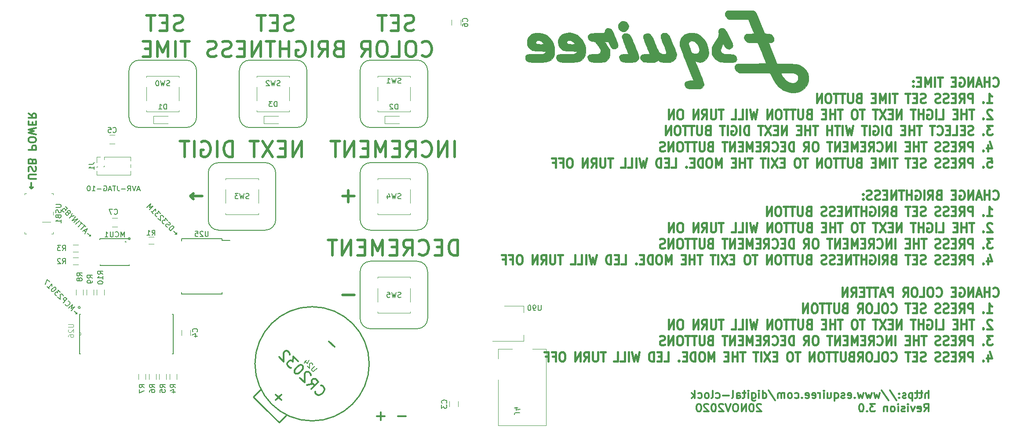
<source format=gbr>
G04 #@! TF.GenerationSoftware,KiCad,Pcbnew,(5.0.0)*
G04 #@! TF.CreationDate,2020-11-20T22:11:44-05:00*
G04 #@! TF.ProjectId,WS2812B Mini Clock,57533238313242204D696E6920436C6F,rev?*
G04 #@! TF.SameCoordinates,Original*
G04 #@! TF.FileFunction,Legend,Bot*
G04 #@! TF.FilePolarity,Positive*
%FSLAX46Y46*%
G04 Gerber Fmt 4.6, Leading zero omitted, Abs format (unit mm)*
G04 Created by KiCad (PCBNEW (5.0.0)) date 11/20/20 22:11:44*
%MOMM*%
%LPD*%
G01*
G04 APERTURE LIST*
%ADD10C,0.300000*%
%ADD11C,0.150000*%
%ADD12C,0.200000*%
%ADD13C,0.412500*%
%ADD14C,0.500000*%
%ADD15C,0.250000*%
%ADD16C,0.100000*%
%ADD17C,0.120000*%
%ADD18C,0.152400*%
%ADD19C,0.010000*%
G04 APERTURE END LIST*
D10*
X113238095Y-142857142D02*
X114761904Y-142857142D01*
X114000000Y-142095238D02*
X114000000Y-143619047D01*
X117238095Y-142857142D02*
X118761904Y-142857142D01*
X219447857Y-139403571D02*
X219447857Y-137903571D01*
X218805000Y-139403571D02*
X218805000Y-138617857D01*
X218876428Y-138475000D01*
X219019285Y-138403571D01*
X219233571Y-138403571D01*
X219376428Y-138475000D01*
X219447857Y-138546428D01*
X218305000Y-138403571D02*
X217733571Y-138403571D01*
X218090714Y-137903571D02*
X218090714Y-139189285D01*
X218019285Y-139332142D01*
X217876428Y-139403571D01*
X217733571Y-139403571D01*
X217447857Y-138403571D02*
X216876428Y-138403571D01*
X217233571Y-137903571D02*
X217233571Y-139189285D01*
X217162142Y-139332142D01*
X217019285Y-139403571D01*
X216876428Y-139403571D01*
X216376428Y-138403571D02*
X216376428Y-139903571D01*
X216376428Y-138475000D02*
X216233571Y-138403571D01*
X215947857Y-138403571D01*
X215805000Y-138475000D01*
X215733571Y-138546428D01*
X215662142Y-138689285D01*
X215662142Y-139117857D01*
X215733571Y-139260714D01*
X215805000Y-139332142D01*
X215947857Y-139403571D01*
X216233571Y-139403571D01*
X216376428Y-139332142D01*
X215090714Y-139332142D02*
X214947857Y-139403571D01*
X214662142Y-139403571D01*
X214519285Y-139332142D01*
X214447857Y-139189285D01*
X214447857Y-139117857D01*
X214519285Y-138975000D01*
X214662142Y-138903571D01*
X214876428Y-138903571D01*
X215019285Y-138832142D01*
X215090714Y-138689285D01*
X215090714Y-138617857D01*
X215019285Y-138475000D01*
X214876428Y-138403571D01*
X214662142Y-138403571D01*
X214519285Y-138475000D01*
X213805000Y-139260714D02*
X213733571Y-139332142D01*
X213805000Y-139403571D01*
X213876428Y-139332142D01*
X213805000Y-139260714D01*
X213805000Y-139403571D01*
X213805000Y-138475000D02*
X213733571Y-138546428D01*
X213805000Y-138617857D01*
X213876428Y-138546428D01*
X213805000Y-138475000D01*
X213805000Y-138617857D01*
X212019285Y-137832142D02*
X213305000Y-139760714D01*
X210447857Y-137832142D02*
X211733571Y-139760714D01*
X210090714Y-138403571D02*
X209805000Y-139403571D01*
X209519285Y-138689285D01*
X209233571Y-139403571D01*
X208947857Y-138403571D01*
X208519285Y-138403571D02*
X208233571Y-139403571D01*
X207947857Y-138689285D01*
X207662142Y-139403571D01*
X207376428Y-138403571D01*
X206947857Y-138403571D02*
X206662142Y-139403571D01*
X206376428Y-138689285D01*
X206090714Y-139403571D01*
X205805000Y-138403571D01*
X205233571Y-139260714D02*
X205162142Y-139332142D01*
X205233571Y-139403571D01*
X205305000Y-139332142D01*
X205233571Y-139260714D01*
X205233571Y-139403571D01*
X203947857Y-139332142D02*
X204090714Y-139403571D01*
X204376428Y-139403571D01*
X204519285Y-139332142D01*
X204590714Y-139189285D01*
X204590714Y-138617857D01*
X204519285Y-138475000D01*
X204376428Y-138403571D01*
X204090714Y-138403571D01*
X203947857Y-138475000D01*
X203876428Y-138617857D01*
X203876428Y-138760714D01*
X204590714Y-138903571D01*
X203305000Y-139332142D02*
X203162142Y-139403571D01*
X202876428Y-139403571D01*
X202733571Y-139332142D01*
X202662142Y-139189285D01*
X202662142Y-139117857D01*
X202733571Y-138975000D01*
X202876428Y-138903571D01*
X203090714Y-138903571D01*
X203233571Y-138832142D01*
X203305000Y-138689285D01*
X203305000Y-138617857D01*
X203233571Y-138475000D01*
X203090714Y-138403571D01*
X202876428Y-138403571D01*
X202733571Y-138475000D01*
X201376428Y-138403571D02*
X201376428Y-139903571D01*
X201376428Y-139332142D02*
X201519285Y-139403571D01*
X201804999Y-139403571D01*
X201947857Y-139332142D01*
X202019285Y-139260714D01*
X202090714Y-139117857D01*
X202090714Y-138689285D01*
X202019285Y-138546428D01*
X201947857Y-138475000D01*
X201804999Y-138403571D01*
X201519285Y-138403571D01*
X201376428Y-138475000D01*
X200019285Y-138403571D02*
X200019285Y-139403571D01*
X200662142Y-138403571D02*
X200662142Y-139189285D01*
X200590714Y-139332142D01*
X200447857Y-139403571D01*
X200233571Y-139403571D01*
X200090714Y-139332142D01*
X200019285Y-139260714D01*
X199304999Y-139403571D02*
X199304999Y-138403571D01*
X199304999Y-137903571D02*
X199376428Y-137975000D01*
X199304999Y-138046428D01*
X199233571Y-137975000D01*
X199304999Y-137903571D01*
X199304999Y-138046428D01*
X198590714Y-139403571D02*
X198590714Y-138403571D01*
X198590714Y-138689285D02*
X198519285Y-138546428D01*
X198447857Y-138475000D01*
X198304999Y-138403571D01*
X198162142Y-138403571D01*
X197090714Y-139332142D02*
X197233571Y-139403571D01*
X197519285Y-139403571D01*
X197662142Y-139332142D01*
X197733571Y-139189285D01*
X197733571Y-138617857D01*
X197662142Y-138475000D01*
X197519285Y-138403571D01*
X197233571Y-138403571D01*
X197090714Y-138475000D01*
X197019285Y-138617857D01*
X197019285Y-138760714D01*
X197733571Y-138903571D01*
X195804999Y-139332142D02*
X195947857Y-139403571D01*
X196233571Y-139403571D01*
X196376428Y-139332142D01*
X196447857Y-139189285D01*
X196447857Y-138617857D01*
X196376428Y-138475000D01*
X196233571Y-138403571D01*
X195947857Y-138403571D01*
X195804999Y-138475000D01*
X195733571Y-138617857D01*
X195733571Y-138760714D01*
X196447857Y-138903571D01*
X195090714Y-139260714D02*
X195019285Y-139332142D01*
X195090714Y-139403571D01*
X195162142Y-139332142D01*
X195090714Y-139260714D01*
X195090714Y-139403571D01*
X193733571Y-139332142D02*
X193876428Y-139403571D01*
X194162142Y-139403571D01*
X194304999Y-139332142D01*
X194376428Y-139260714D01*
X194447857Y-139117857D01*
X194447857Y-138689285D01*
X194376428Y-138546428D01*
X194304999Y-138475000D01*
X194162142Y-138403571D01*
X193876428Y-138403571D01*
X193733571Y-138475000D01*
X192876428Y-139403571D02*
X193019285Y-139332142D01*
X193090714Y-139260714D01*
X193162142Y-139117857D01*
X193162142Y-138689285D01*
X193090714Y-138546428D01*
X193019285Y-138475000D01*
X192876428Y-138403571D01*
X192662142Y-138403571D01*
X192519285Y-138475000D01*
X192447857Y-138546428D01*
X192376428Y-138689285D01*
X192376428Y-139117857D01*
X192447857Y-139260714D01*
X192519285Y-139332142D01*
X192662142Y-139403571D01*
X192876428Y-139403571D01*
X191733571Y-139403571D02*
X191733571Y-138403571D01*
X191733571Y-138546428D02*
X191662142Y-138475000D01*
X191519285Y-138403571D01*
X191304999Y-138403571D01*
X191162142Y-138475000D01*
X191090714Y-138617857D01*
X191090714Y-139403571D01*
X191090714Y-138617857D02*
X191019285Y-138475000D01*
X190876428Y-138403571D01*
X190662142Y-138403571D01*
X190519285Y-138475000D01*
X190447857Y-138617857D01*
X190447857Y-139403571D01*
X188662142Y-137832142D02*
X189947857Y-139760714D01*
X187519285Y-139403571D02*
X187519285Y-137903571D01*
X187519285Y-139332142D02*
X187662142Y-139403571D01*
X187947857Y-139403571D01*
X188090714Y-139332142D01*
X188162142Y-139260714D01*
X188233571Y-139117857D01*
X188233571Y-138689285D01*
X188162142Y-138546428D01*
X188090714Y-138475000D01*
X187947857Y-138403571D01*
X187662142Y-138403571D01*
X187519285Y-138475000D01*
X186804999Y-139403571D02*
X186804999Y-138403571D01*
X186804999Y-137903571D02*
X186876428Y-137975000D01*
X186804999Y-138046428D01*
X186733571Y-137975000D01*
X186804999Y-137903571D01*
X186804999Y-138046428D01*
X185447857Y-138403571D02*
X185447857Y-139617857D01*
X185519285Y-139760714D01*
X185590714Y-139832142D01*
X185733571Y-139903571D01*
X185947857Y-139903571D01*
X186090714Y-139832142D01*
X185447857Y-139332142D02*
X185590714Y-139403571D01*
X185876428Y-139403571D01*
X186019285Y-139332142D01*
X186090714Y-139260714D01*
X186162142Y-139117857D01*
X186162142Y-138689285D01*
X186090714Y-138546428D01*
X186019285Y-138475000D01*
X185876428Y-138403571D01*
X185590714Y-138403571D01*
X185447857Y-138475000D01*
X184733571Y-139403571D02*
X184733571Y-138403571D01*
X184733571Y-137903571D02*
X184804999Y-137975000D01*
X184733571Y-138046428D01*
X184662142Y-137975000D01*
X184733571Y-137903571D01*
X184733571Y-138046428D01*
X184233571Y-138403571D02*
X183662142Y-138403571D01*
X184019285Y-137903571D02*
X184019285Y-139189285D01*
X183947857Y-139332142D01*
X183804999Y-139403571D01*
X183662142Y-139403571D01*
X182519285Y-139403571D02*
X182519285Y-138617857D01*
X182590714Y-138475000D01*
X182733571Y-138403571D01*
X183019285Y-138403571D01*
X183162142Y-138475000D01*
X182519285Y-139332142D02*
X182662142Y-139403571D01*
X183019285Y-139403571D01*
X183162142Y-139332142D01*
X183233571Y-139189285D01*
X183233571Y-139046428D01*
X183162142Y-138903571D01*
X183019285Y-138832142D01*
X182662142Y-138832142D01*
X182519285Y-138760714D01*
X181590714Y-139403571D02*
X181733571Y-139332142D01*
X181804999Y-139189285D01*
X181804999Y-137903571D01*
X181019285Y-138832142D02*
X179876428Y-138832142D01*
X178519285Y-139332142D02*
X178662142Y-139403571D01*
X178947857Y-139403571D01*
X179090714Y-139332142D01*
X179162142Y-139260714D01*
X179233571Y-139117857D01*
X179233571Y-138689285D01*
X179162142Y-138546428D01*
X179090714Y-138475000D01*
X178947857Y-138403571D01*
X178662142Y-138403571D01*
X178519285Y-138475000D01*
X177662142Y-139403571D02*
X177804999Y-139332142D01*
X177876428Y-139189285D01*
X177876428Y-137903571D01*
X176876428Y-139403571D02*
X177019285Y-139332142D01*
X177090714Y-139260714D01*
X177162142Y-139117857D01*
X177162142Y-138689285D01*
X177090714Y-138546428D01*
X177019285Y-138475000D01*
X176876428Y-138403571D01*
X176662142Y-138403571D01*
X176519285Y-138475000D01*
X176447857Y-138546428D01*
X176376428Y-138689285D01*
X176376428Y-139117857D01*
X176447857Y-139260714D01*
X176519285Y-139332142D01*
X176662142Y-139403571D01*
X176876428Y-139403571D01*
X175090714Y-139332142D02*
X175233571Y-139403571D01*
X175519285Y-139403571D01*
X175662142Y-139332142D01*
X175733571Y-139260714D01*
X175804999Y-139117857D01*
X175804999Y-138689285D01*
X175733571Y-138546428D01*
X175662142Y-138475000D01*
X175519285Y-138403571D01*
X175233571Y-138403571D01*
X175090714Y-138475000D01*
X174447857Y-139403571D02*
X174447857Y-137903571D01*
X174304999Y-138832142D02*
X173876428Y-139403571D01*
X173876428Y-138403571D02*
X174447857Y-138975000D01*
X218590714Y-141953571D02*
X219090714Y-141239285D01*
X219447857Y-141953571D02*
X219447857Y-140453571D01*
X218876428Y-140453571D01*
X218733571Y-140525000D01*
X218662142Y-140596428D01*
X218590714Y-140739285D01*
X218590714Y-140953571D01*
X218662142Y-141096428D01*
X218733571Y-141167857D01*
X218876428Y-141239285D01*
X219447857Y-141239285D01*
X217376428Y-141882142D02*
X217519285Y-141953571D01*
X217805000Y-141953571D01*
X217947857Y-141882142D01*
X218019285Y-141739285D01*
X218019285Y-141167857D01*
X217947857Y-141025000D01*
X217805000Y-140953571D01*
X217519285Y-140953571D01*
X217376428Y-141025000D01*
X217305000Y-141167857D01*
X217305000Y-141310714D01*
X218019285Y-141453571D01*
X216805000Y-140953571D02*
X216447857Y-141953571D01*
X216090714Y-140953571D01*
X215519285Y-141953571D02*
X215519285Y-140953571D01*
X215519285Y-140453571D02*
X215590714Y-140525000D01*
X215519285Y-140596428D01*
X215447857Y-140525000D01*
X215519285Y-140453571D01*
X215519285Y-140596428D01*
X214876428Y-141882142D02*
X214733571Y-141953571D01*
X214447857Y-141953571D01*
X214305000Y-141882142D01*
X214233571Y-141739285D01*
X214233571Y-141667857D01*
X214305000Y-141525000D01*
X214447857Y-141453571D01*
X214662142Y-141453571D01*
X214805000Y-141382142D01*
X214876428Y-141239285D01*
X214876428Y-141167857D01*
X214805000Y-141025000D01*
X214662142Y-140953571D01*
X214447857Y-140953571D01*
X214305000Y-141025000D01*
X213590714Y-141953571D02*
X213590714Y-140953571D01*
X213590714Y-140453571D02*
X213662142Y-140525000D01*
X213590714Y-140596428D01*
X213519285Y-140525000D01*
X213590714Y-140453571D01*
X213590714Y-140596428D01*
X212662142Y-141953571D02*
X212805000Y-141882142D01*
X212876428Y-141810714D01*
X212947857Y-141667857D01*
X212947857Y-141239285D01*
X212876428Y-141096428D01*
X212805000Y-141025000D01*
X212662142Y-140953571D01*
X212447857Y-140953571D01*
X212305000Y-141025000D01*
X212233571Y-141096428D01*
X212162142Y-141239285D01*
X212162142Y-141667857D01*
X212233571Y-141810714D01*
X212305000Y-141882142D01*
X212447857Y-141953571D01*
X212662142Y-141953571D01*
X211519285Y-140953571D02*
X211519285Y-141953571D01*
X211519285Y-141096428D02*
X211447857Y-141025000D01*
X211305000Y-140953571D01*
X211090714Y-140953571D01*
X210947857Y-141025000D01*
X210876428Y-141167857D01*
X210876428Y-141953571D01*
X209162142Y-140453571D02*
X208233571Y-140453571D01*
X208733571Y-141025000D01*
X208519285Y-141025000D01*
X208376428Y-141096428D01*
X208305000Y-141167857D01*
X208233571Y-141310714D01*
X208233571Y-141667857D01*
X208305000Y-141810714D01*
X208376428Y-141882142D01*
X208519285Y-141953571D01*
X208947857Y-141953571D01*
X209090714Y-141882142D01*
X209162142Y-141810714D01*
X207590714Y-141810714D02*
X207519285Y-141882142D01*
X207590714Y-141953571D01*
X207662142Y-141882142D01*
X207590714Y-141810714D01*
X207590714Y-141953571D01*
X206590714Y-140453571D02*
X206447857Y-140453571D01*
X206305000Y-140525000D01*
X206233571Y-140596428D01*
X206162142Y-140739285D01*
X206090714Y-141025000D01*
X206090714Y-141382142D01*
X206162142Y-141667857D01*
X206233571Y-141810714D01*
X206305000Y-141882142D01*
X206447857Y-141953571D01*
X206590714Y-141953571D01*
X206733571Y-141882142D01*
X206805000Y-141810714D01*
X206876428Y-141667857D01*
X206947857Y-141382142D01*
X206947857Y-141025000D01*
X206876428Y-140739285D01*
X206805000Y-140596428D01*
X206733571Y-140525000D01*
X206590714Y-140453571D01*
X187233571Y-140596428D02*
X187162142Y-140525000D01*
X187019285Y-140453571D01*
X186662142Y-140453571D01*
X186519285Y-140525000D01*
X186447857Y-140596428D01*
X186376428Y-140739285D01*
X186376428Y-140882142D01*
X186447857Y-141096428D01*
X187305000Y-141953571D01*
X186376428Y-141953571D01*
X185447857Y-140453571D02*
X185305000Y-140453571D01*
X185162142Y-140525000D01*
X185090714Y-140596428D01*
X185019285Y-140739285D01*
X184947857Y-141025000D01*
X184947857Y-141382142D01*
X185019285Y-141667857D01*
X185090714Y-141810714D01*
X185162142Y-141882142D01*
X185305000Y-141953571D01*
X185447857Y-141953571D01*
X185590714Y-141882142D01*
X185662142Y-141810714D01*
X185733571Y-141667857D01*
X185805000Y-141382142D01*
X185805000Y-141025000D01*
X185733571Y-140739285D01*
X185662142Y-140596428D01*
X185590714Y-140525000D01*
X185447857Y-140453571D01*
X184305000Y-141953571D02*
X184305000Y-140453571D01*
X183447857Y-141953571D01*
X183447857Y-140453571D01*
X182447857Y-140453571D02*
X182162142Y-140453571D01*
X182019285Y-140525000D01*
X181876428Y-140667857D01*
X181805000Y-140953571D01*
X181805000Y-141453571D01*
X181876428Y-141739285D01*
X182019285Y-141882142D01*
X182162142Y-141953571D01*
X182447857Y-141953571D01*
X182590714Y-141882142D01*
X182733571Y-141739285D01*
X182805000Y-141453571D01*
X182805000Y-140953571D01*
X182733571Y-140667857D01*
X182590714Y-140525000D01*
X182447857Y-140453571D01*
X181376428Y-140453571D02*
X180876428Y-141953571D01*
X180376428Y-140453571D01*
X179947857Y-140596428D02*
X179876428Y-140525000D01*
X179733571Y-140453571D01*
X179376428Y-140453571D01*
X179233571Y-140525000D01*
X179162142Y-140596428D01*
X179090714Y-140739285D01*
X179090714Y-140882142D01*
X179162142Y-141096428D01*
X180019285Y-141953571D01*
X179090714Y-141953571D01*
X178162142Y-140453571D02*
X178019285Y-140453571D01*
X177876428Y-140525000D01*
X177805000Y-140596428D01*
X177733571Y-140739285D01*
X177662142Y-141025000D01*
X177662142Y-141382142D01*
X177733571Y-141667857D01*
X177805000Y-141810714D01*
X177876428Y-141882142D01*
X178019285Y-141953571D01*
X178162142Y-141953571D01*
X178305000Y-141882142D01*
X178376428Y-141810714D01*
X178447857Y-141667857D01*
X178519285Y-141382142D01*
X178519285Y-141025000D01*
X178447857Y-140739285D01*
X178376428Y-140596428D01*
X178305000Y-140525000D01*
X178162142Y-140453571D01*
X177090714Y-140596428D02*
X177019285Y-140525000D01*
X176876428Y-140453571D01*
X176519285Y-140453571D01*
X176376428Y-140525000D01*
X176305000Y-140596428D01*
X176233571Y-140739285D01*
X176233571Y-140882142D01*
X176305000Y-141096428D01*
X177162142Y-141953571D01*
X176233571Y-141953571D01*
X175305000Y-140453571D02*
X175162142Y-140453571D01*
X175019285Y-140525000D01*
X174947857Y-140596428D01*
X174876428Y-140739285D01*
X174805000Y-141025000D01*
X174805000Y-141382142D01*
X174876428Y-141667857D01*
X174947857Y-141810714D01*
X175019285Y-141882142D01*
X175162142Y-141953571D01*
X175305000Y-141953571D01*
X175447857Y-141882142D01*
X175519285Y-141810714D01*
X175590714Y-141667857D01*
X175662142Y-141382142D01*
X175662142Y-141025000D01*
X175590714Y-140739285D01*
X175519285Y-140596428D01*
X175447857Y-140525000D01*
X175305000Y-140453571D01*
D11*
X74121320Y-107222335D02*
X74660068Y-107761083D01*
X74390694Y-107761083D02*
X74660068Y-107761083D01*
X74660068Y-107491709D01*
X73515228Y-107154992D02*
X74222335Y-106447885D01*
X74053976Y-106279526D01*
X73919289Y-106212183D01*
X73784602Y-106212183D01*
X73683587Y-106245854D01*
X73515228Y-106346870D01*
X73414213Y-106447885D01*
X73313198Y-106616244D01*
X73279526Y-106717259D01*
X73279526Y-106851946D01*
X73346870Y-106986633D01*
X73515228Y-107154992D01*
X72875465Y-106447885D02*
X72740778Y-106380541D01*
X72572419Y-106212183D01*
X72538748Y-106111167D01*
X72538748Y-106043824D01*
X72572419Y-105942809D01*
X72639763Y-105875465D01*
X72740778Y-105841793D01*
X72808122Y-105841793D01*
X72909137Y-105875465D01*
X73077496Y-105976480D01*
X73178511Y-106010152D01*
X73245854Y-106010152D01*
X73346870Y-105976480D01*
X73414213Y-105909137D01*
X73447885Y-105808122D01*
X73447885Y-105740778D01*
X73414213Y-105639763D01*
X73245854Y-105471404D01*
X73111167Y-105404061D01*
X72909137Y-105134687D02*
X72471404Y-104696954D01*
X72437732Y-105202030D01*
X72336717Y-105101015D01*
X72235702Y-105067343D01*
X72168358Y-105067343D01*
X72067343Y-105101015D01*
X71898984Y-105269374D01*
X71865312Y-105370389D01*
X71865312Y-105437732D01*
X71898984Y-105538748D01*
X72101015Y-105740778D01*
X72202030Y-105774450D01*
X72269374Y-105774450D01*
X72134687Y-104494923D02*
X72134687Y-104427580D01*
X72101015Y-104326564D01*
X71932656Y-104158206D01*
X71831641Y-104124534D01*
X71764297Y-104124534D01*
X71663282Y-104158206D01*
X71595938Y-104225549D01*
X71528595Y-104360236D01*
X71528595Y-105168358D01*
X71090862Y-104730625D01*
X71562267Y-103787816D02*
X71124534Y-103350084D01*
X71090862Y-103855160D01*
X70989847Y-103754145D01*
X70888832Y-103720473D01*
X70821488Y-103720473D01*
X70720473Y-103754145D01*
X70552114Y-103922503D01*
X70518442Y-104023519D01*
X70518442Y-104090862D01*
X70552114Y-104191877D01*
X70754145Y-104393908D01*
X70855160Y-104427580D01*
X70922503Y-104427580D01*
X69743992Y-103383755D02*
X70148053Y-103787816D01*
X69946023Y-103585786D02*
X70653129Y-102878679D01*
X70619458Y-103047038D01*
X70619458Y-103181725D01*
X70653129Y-103282740D01*
X69440946Y-103080710D02*
X70148053Y-102373603D01*
X69407275Y-102642977D01*
X69676649Y-101902198D01*
X68969542Y-102609305D01*
X54974873Y-122575888D02*
X55513621Y-123114637D01*
X55244247Y-123114637D02*
X55513621Y-123114637D01*
X55513621Y-122845263D01*
X54368782Y-122508545D02*
X55075888Y-121801438D01*
X54335110Y-122070812D01*
X54604484Y-121330034D01*
X53897377Y-122037140D01*
X53223942Y-121229018D02*
X53223942Y-121296362D01*
X53291286Y-121431049D01*
X53358629Y-121498392D01*
X53493316Y-121565736D01*
X53628003Y-121565736D01*
X53729018Y-121532064D01*
X53897377Y-121431049D01*
X53998392Y-121330034D01*
X54099408Y-121161675D01*
X54133079Y-121060660D01*
X54133079Y-120925973D01*
X54065736Y-120791286D01*
X53998392Y-120723942D01*
X53863705Y-120656599D01*
X53796362Y-120656599D01*
X52853553Y-120993316D02*
X53560660Y-120286209D01*
X53291286Y-120016835D01*
X53190270Y-119983164D01*
X53122927Y-119983164D01*
X53021912Y-120016835D01*
X52920896Y-120117851D01*
X52887225Y-120218866D01*
X52887225Y-120286209D01*
X52920896Y-120387225D01*
X53190270Y-120656599D01*
X52819881Y-119680118D02*
X52819881Y-119612774D01*
X52786209Y-119511759D01*
X52617851Y-119343400D01*
X52516835Y-119309729D01*
X52449492Y-119309729D01*
X52348477Y-119343400D01*
X52281133Y-119410744D01*
X52213790Y-119545431D01*
X52213790Y-120353553D01*
X51776057Y-119915820D01*
X52247461Y-118973011D02*
X51809729Y-118535278D01*
X51776057Y-119040355D01*
X51675042Y-118939339D01*
X51574026Y-118905668D01*
X51506683Y-118905668D01*
X51405668Y-118939339D01*
X51237309Y-119107698D01*
X51203637Y-119208713D01*
X51203637Y-119276057D01*
X51237309Y-119377072D01*
X51439339Y-119579103D01*
X51540355Y-119612774D01*
X51607698Y-119612774D01*
X51371996Y-118097546D02*
X51304652Y-118030202D01*
X51203637Y-117996530D01*
X51136294Y-117996530D01*
X51035278Y-118030202D01*
X50866920Y-118131217D01*
X50698561Y-118299576D01*
X50597546Y-118467935D01*
X50563874Y-118568950D01*
X50563874Y-118636294D01*
X50597546Y-118737309D01*
X50664889Y-118804652D01*
X50765904Y-118838324D01*
X50833248Y-118838324D01*
X50934263Y-118804652D01*
X51102622Y-118703637D01*
X51270981Y-118535278D01*
X51371996Y-118366920D01*
X51405668Y-118265904D01*
X51405668Y-118198561D01*
X51371996Y-118097546D01*
X49755752Y-117895515D02*
X50159813Y-118299576D01*
X49957782Y-118097546D02*
X50664889Y-117390439D01*
X50631217Y-117558798D01*
X50631217Y-117693485D01*
X50664889Y-117794500D01*
X50227156Y-116952706D02*
X49755752Y-116481301D01*
X49351691Y-117491454D01*
X57537140Y-107638156D02*
X58075888Y-108176904D01*
X57806514Y-108176904D02*
X58075888Y-108176904D01*
X58075888Y-107907530D01*
X57166751Y-107402453D02*
X56830034Y-107065736D01*
X57032064Y-107671827D02*
X57503469Y-106729018D01*
X56560660Y-107200423D01*
X57133079Y-106358629D02*
X56729018Y-105954568D01*
X56223942Y-106863705D02*
X56931049Y-106156599D01*
X56594331Y-105819881D02*
X56190270Y-105415820D01*
X55685194Y-106324957D02*
X56392301Y-105617851D01*
X55247461Y-105887225D02*
X55954568Y-105180118D01*
X54910744Y-105550507D02*
X55617851Y-104843400D01*
X54506683Y-105146446D01*
X55213790Y-104439339D01*
X54371996Y-104338324D02*
X54035278Y-104675042D01*
X54978087Y-104203637D02*
X54371996Y-104338324D01*
X54506683Y-103732233D01*
X53866920Y-103698561D02*
X53967935Y-103732233D01*
X54035278Y-103732233D01*
X54136294Y-103698561D01*
X54169965Y-103664889D01*
X54203637Y-103563874D01*
X54203637Y-103496530D01*
X54169965Y-103395515D01*
X54035278Y-103260828D01*
X53934263Y-103227156D01*
X53866920Y-103227156D01*
X53765904Y-103260828D01*
X53732233Y-103294500D01*
X53698561Y-103395515D01*
X53698561Y-103462859D01*
X53732233Y-103563874D01*
X53866920Y-103698561D01*
X53900591Y-103799576D01*
X53900591Y-103866920D01*
X53866920Y-103967935D01*
X53732233Y-104102622D01*
X53631217Y-104136294D01*
X53563874Y-104136294D01*
X53462859Y-104102622D01*
X53328172Y-103967935D01*
X53294500Y-103866920D01*
X53294500Y-103799576D01*
X53328172Y-103698561D01*
X53462859Y-103563874D01*
X53563874Y-103530202D01*
X53631217Y-103530202D01*
X53732233Y-103563874D01*
X53260828Y-102486378D02*
X53597546Y-102823095D01*
X53294500Y-103193485D01*
X53294500Y-103126141D01*
X53260828Y-103025126D01*
X53092469Y-102856767D01*
X52991454Y-102823095D01*
X52924111Y-102823095D01*
X52823095Y-102856767D01*
X52654736Y-103025126D01*
X52621065Y-103126141D01*
X52621065Y-103193485D01*
X52654736Y-103294500D01*
X52823095Y-103462859D01*
X52924111Y-103496530D01*
X52991454Y-103496530D01*
D10*
X46692857Y-97871428D02*
X46692857Y-99014285D01*
X46407142Y-98728571D02*
X46692857Y-99014285D01*
X46978571Y-98728571D01*
X47621428Y-97157142D02*
X46407142Y-97157142D01*
X46264285Y-97085714D01*
X46192857Y-97014285D01*
X46121428Y-96871428D01*
X46121428Y-96585714D01*
X46192857Y-96442857D01*
X46264285Y-96371428D01*
X46407142Y-96300000D01*
X47621428Y-96300000D01*
X46192857Y-95657142D02*
X46121428Y-95442857D01*
X46121428Y-95085714D01*
X46192857Y-94942857D01*
X46264285Y-94871428D01*
X46407142Y-94800000D01*
X46550000Y-94800000D01*
X46692857Y-94871428D01*
X46764285Y-94942857D01*
X46835714Y-95085714D01*
X46907142Y-95371428D01*
X46978571Y-95514285D01*
X47050000Y-95585714D01*
X47192857Y-95657142D01*
X47335714Y-95657142D01*
X47478571Y-95585714D01*
X47550000Y-95514285D01*
X47621428Y-95371428D01*
X47621428Y-95014285D01*
X47550000Y-94800000D01*
X46907142Y-93657142D02*
X46835714Y-93442857D01*
X46764285Y-93371428D01*
X46621428Y-93300000D01*
X46407142Y-93300000D01*
X46264285Y-93371428D01*
X46192857Y-93442857D01*
X46121428Y-93585714D01*
X46121428Y-94157142D01*
X47621428Y-94157142D01*
X47621428Y-93657142D01*
X47550000Y-93514285D01*
X47478571Y-93442857D01*
X47335714Y-93371428D01*
X47192857Y-93371428D01*
X47050000Y-93442857D01*
X46978571Y-93514285D01*
X46907142Y-93657142D01*
X46907142Y-94157142D01*
X46121428Y-91514285D02*
X47621428Y-91514285D01*
X47621428Y-90942857D01*
X47550000Y-90800000D01*
X47478571Y-90728571D01*
X47335714Y-90657142D01*
X47121428Y-90657142D01*
X46978571Y-90728571D01*
X46907142Y-90800000D01*
X46835714Y-90942857D01*
X46835714Y-91514285D01*
X47621428Y-89728571D02*
X47621428Y-89442857D01*
X47550000Y-89300000D01*
X47407142Y-89157142D01*
X47121428Y-89085714D01*
X46621428Y-89085714D01*
X46335714Y-89157142D01*
X46192857Y-89300000D01*
X46121428Y-89442857D01*
X46121428Y-89728571D01*
X46192857Y-89871428D01*
X46335714Y-90014285D01*
X46621428Y-90085714D01*
X47121428Y-90085714D01*
X47407142Y-90014285D01*
X47550000Y-89871428D01*
X47621428Y-89728571D01*
X47621428Y-88585714D02*
X46121428Y-88228571D01*
X47192857Y-87942857D01*
X46121428Y-87657142D01*
X47621428Y-87300000D01*
X46907142Y-86728571D02*
X46907142Y-86228571D01*
X46121428Y-86014285D02*
X46121428Y-86728571D01*
X47621428Y-86728571D01*
X47621428Y-86014285D01*
X46121428Y-84514285D02*
X46835714Y-85014285D01*
X46121428Y-85371428D02*
X47621428Y-85371428D01*
X47621428Y-84800000D01*
X47550000Y-84657142D01*
X47478571Y-84585714D01*
X47335714Y-84514285D01*
X47121428Y-84514285D01*
X46978571Y-84585714D01*
X46907142Y-84657142D01*
X46835714Y-84800000D01*
X46835714Y-85371428D01*
D12*
X67547619Y-99166666D02*
X67071428Y-99166666D01*
X67642857Y-99452380D02*
X67309523Y-98452380D01*
X66976190Y-99452380D01*
X66785714Y-98452380D02*
X66452380Y-99452380D01*
X66119047Y-98452380D01*
X65214285Y-99452380D02*
X65547619Y-98976190D01*
X65785714Y-99452380D02*
X65785714Y-98452380D01*
X65404761Y-98452380D01*
X65309523Y-98500000D01*
X65261904Y-98547619D01*
X65214285Y-98642857D01*
X65214285Y-98785714D01*
X65261904Y-98880952D01*
X65309523Y-98928571D01*
X65404761Y-98976190D01*
X65785714Y-98976190D01*
X64785714Y-99071428D02*
X64023809Y-99071428D01*
X63261904Y-98452380D02*
X63261904Y-99166666D01*
X63309523Y-99309523D01*
X63404761Y-99404761D01*
X63547619Y-99452380D01*
X63642857Y-99452380D01*
X62928571Y-98452380D02*
X62357142Y-98452380D01*
X62642857Y-99452380D02*
X62642857Y-98452380D01*
X62071428Y-99166666D02*
X61595238Y-99166666D01*
X62166666Y-99452380D02*
X61833333Y-98452380D01*
X61500000Y-99452380D01*
X60642857Y-98500000D02*
X60738095Y-98452380D01*
X60880952Y-98452380D01*
X61023809Y-98500000D01*
X61119047Y-98595238D01*
X61166666Y-98690476D01*
X61214285Y-98880952D01*
X61214285Y-99023809D01*
X61166666Y-99214285D01*
X61119047Y-99309523D01*
X61023809Y-99404761D01*
X60880952Y-99452380D01*
X60785714Y-99452380D01*
X60642857Y-99404761D01*
X60595238Y-99357142D01*
X60595238Y-99023809D01*
X60785714Y-99023809D01*
X60166666Y-99071428D02*
X59404761Y-99071428D01*
X58404761Y-99452380D02*
X58976190Y-99452380D01*
X58690476Y-99452380D02*
X58690476Y-98452380D01*
X58785714Y-98595238D01*
X58880952Y-98690476D01*
X58976190Y-98738095D01*
X57785714Y-98452380D02*
X57690476Y-98452380D01*
X57595238Y-98500000D01*
X57547619Y-98547619D01*
X57500000Y-98642857D01*
X57452380Y-98833333D01*
X57452380Y-99071428D01*
X57500000Y-99261904D01*
X57547619Y-99357142D01*
X57595238Y-99404761D01*
X57690476Y-99452380D01*
X57785714Y-99452380D01*
X57880952Y-99404761D01*
X57928571Y-99357142D01*
X57976190Y-99261904D01*
X58023809Y-99071428D01*
X58023809Y-98833333D01*
X57976190Y-98642857D01*
X57928571Y-98547619D01*
X57880952Y-98500000D01*
X57785714Y-98452380D01*
D13*
X231896160Y-79186607D02*
X231974732Y-79272321D01*
X232210446Y-79358035D01*
X232367589Y-79358035D01*
X232603303Y-79272321D01*
X232760446Y-79100892D01*
X232839017Y-78929464D01*
X232917589Y-78586607D01*
X232917589Y-78329464D01*
X232839017Y-77986607D01*
X232760446Y-77815178D01*
X232603303Y-77643750D01*
X232367589Y-77558035D01*
X232210446Y-77558035D01*
X231974732Y-77643750D01*
X231896160Y-77729464D01*
X231189017Y-79358035D02*
X231189017Y-77558035D01*
X231189017Y-78415178D02*
X230246160Y-78415178D01*
X230246160Y-79358035D02*
X230246160Y-77558035D01*
X229539017Y-78843750D02*
X228753303Y-78843750D01*
X229696160Y-79358035D02*
X229146160Y-77558035D01*
X228596160Y-79358035D01*
X228046160Y-79358035D02*
X228046160Y-77558035D01*
X227103303Y-79358035D01*
X227103303Y-77558035D01*
X225453303Y-77643750D02*
X225610446Y-77558035D01*
X225846160Y-77558035D01*
X226081875Y-77643750D01*
X226239017Y-77815178D01*
X226317589Y-77986607D01*
X226396160Y-78329464D01*
X226396160Y-78586607D01*
X226317589Y-78929464D01*
X226239017Y-79100892D01*
X226081875Y-79272321D01*
X225846160Y-79358035D01*
X225689017Y-79358035D01*
X225453303Y-79272321D01*
X225374732Y-79186607D01*
X225374732Y-78586607D01*
X225689017Y-78586607D01*
X224667589Y-78415178D02*
X224117589Y-78415178D01*
X223881875Y-79358035D02*
X224667589Y-79358035D01*
X224667589Y-77558035D01*
X223881875Y-77558035D01*
X222153303Y-77558035D02*
X221210446Y-77558035D01*
X221681875Y-79358035D02*
X221681875Y-77558035D01*
X220660446Y-79358035D02*
X220660446Y-77558035D01*
X219874732Y-79358035D02*
X219874732Y-77558035D01*
X219324732Y-78843750D01*
X218774732Y-77558035D01*
X218774732Y-79358035D01*
X217989017Y-78415178D02*
X217439017Y-78415178D01*
X217203303Y-79358035D02*
X217989017Y-79358035D01*
X217989017Y-77558035D01*
X217203303Y-77558035D01*
X216496160Y-79186607D02*
X216417589Y-79272321D01*
X216496160Y-79358035D01*
X216574732Y-79272321D01*
X216496160Y-79186607D01*
X216496160Y-79358035D01*
X216496160Y-78243750D02*
X216417589Y-78329464D01*
X216496160Y-78415178D01*
X216574732Y-78329464D01*
X216496160Y-78243750D01*
X216496160Y-78415178D01*
X230717589Y-82470535D02*
X231660446Y-82470535D01*
X231189017Y-82470535D02*
X231189017Y-80670535D01*
X231346160Y-80927678D01*
X231503303Y-81099107D01*
X231660446Y-81184821D01*
X230010446Y-82299107D02*
X229931875Y-82384821D01*
X230010446Y-82470535D01*
X230089017Y-82384821D01*
X230010446Y-82299107D01*
X230010446Y-82470535D01*
X227967589Y-82470535D02*
X227967589Y-80670535D01*
X227339017Y-80670535D01*
X227181875Y-80756250D01*
X227103303Y-80841964D01*
X227024732Y-81013392D01*
X227024732Y-81270535D01*
X227103303Y-81441964D01*
X227181875Y-81527678D01*
X227339017Y-81613392D01*
X227967589Y-81613392D01*
X225374732Y-82470535D02*
X225924732Y-81613392D01*
X226317589Y-82470535D02*
X226317589Y-80670535D01*
X225689017Y-80670535D01*
X225531875Y-80756250D01*
X225453303Y-80841964D01*
X225374732Y-81013392D01*
X225374732Y-81270535D01*
X225453303Y-81441964D01*
X225531875Y-81527678D01*
X225689017Y-81613392D01*
X226317589Y-81613392D01*
X224667589Y-81527678D02*
X224117589Y-81527678D01*
X223881875Y-82470535D02*
X224667589Y-82470535D01*
X224667589Y-80670535D01*
X223881875Y-80670535D01*
X223253303Y-82384821D02*
X223017589Y-82470535D01*
X222624732Y-82470535D01*
X222467589Y-82384821D01*
X222389017Y-82299107D01*
X222310446Y-82127678D01*
X222310446Y-81956250D01*
X222389017Y-81784821D01*
X222467589Y-81699107D01*
X222624732Y-81613392D01*
X222939017Y-81527678D01*
X223096160Y-81441964D01*
X223174732Y-81356250D01*
X223253303Y-81184821D01*
X223253303Y-81013392D01*
X223174732Y-80841964D01*
X223096160Y-80756250D01*
X222939017Y-80670535D01*
X222546160Y-80670535D01*
X222310446Y-80756250D01*
X221681875Y-82384821D02*
X221446160Y-82470535D01*
X221053303Y-82470535D01*
X220896160Y-82384821D01*
X220817589Y-82299107D01*
X220739017Y-82127678D01*
X220739017Y-81956250D01*
X220817589Y-81784821D01*
X220896160Y-81699107D01*
X221053303Y-81613392D01*
X221367589Y-81527678D01*
X221524732Y-81441964D01*
X221603303Y-81356250D01*
X221681875Y-81184821D01*
X221681875Y-81013392D01*
X221603303Y-80841964D01*
X221524732Y-80756250D01*
X221367589Y-80670535D01*
X220974732Y-80670535D01*
X220739017Y-80756250D01*
X218853303Y-82384821D02*
X218617589Y-82470535D01*
X218224732Y-82470535D01*
X218067589Y-82384821D01*
X217989017Y-82299107D01*
X217910446Y-82127678D01*
X217910446Y-81956250D01*
X217989017Y-81784821D01*
X218067589Y-81699107D01*
X218224732Y-81613392D01*
X218539017Y-81527678D01*
X218696160Y-81441964D01*
X218774732Y-81356250D01*
X218853303Y-81184821D01*
X218853303Y-81013392D01*
X218774732Y-80841964D01*
X218696160Y-80756250D01*
X218539017Y-80670535D01*
X218146160Y-80670535D01*
X217910446Y-80756250D01*
X217203303Y-81527678D02*
X216653303Y-81527678D01*
X216417589Y-82470535D02*
X217203303Y-82470535D01*
X217203303Y-80670535D01*
X216417589Y-80670535D01*
X215946160Y-80670535D02*
X215003303Y-80670535D01*
X215474732Y-82470535D02*
X215474732Y-80670535D01*
X213431875Y-80670535D02*
X212489017Y-80670535D01*
X212960446Y-82470535D02*
X212960446Y-80670535D01*
X211939017Y-82470535D02*
X211939017Y-80670535D01*
X211153303Y-82470535D02*
X211153303Y-80670535D01*
X210603303Y-81956250D01*
X210053303Y-80670535D01*
X210053303Y-82470535D01*
X209267589Y-81527678D02*
X208717589Y-81527678D01*
X208481875Y-82470535D02*
X209267589Y-82470535D01*
X209267589Y-80670535D01*
X208481875Y-80670535D01*
X205967589Y-81527678D02*
X205731875Y-81613392D01*
X205653303Y-81699107D01*
X205574732Y-81870535D01*
X205574732Y-82127678D01*
X205653303Y-82299107D01*
X205731875Y-82384821D01*
X205889017Y-82470535D01*
X206517589Y-82470535D01*
X206517589Y-80670535D01*
X205967589Y-80670535D01*
X205810446Y-80756250D01*
X205731875Y-80841964D01*
X205653303Y-81013392D01*
X205653303Y-81184821D01*
X205731875Y-81356250D01*
X205810446Y-81441964D01*
X205967589Y-81527678D01*
X206517589Y-81527678D01*
X204867589Y-80670535D02*
X204867589Y-82127678D01*
X204789017Y-82299107D01*
X204710446Y-82384821D01*
X204553303Y-82470535D01*
X204239017Y-82470535D01*
X204081875Y-82384821D01*
X204003303Y-82299107D01*
X203924732Y-82127678D01*
X203924732Y-80670535D01*
X203374732Y-80670535D02*
X202431875Y-80670535D01*
X202903303Y-82470535D02*
X202903303Y-80670535D01*
X202117589Y-80670535D02*
X201174732Y-80670535D01*
X201646160Y-82470535D02*
X201646160Y-80670535D01*
X200310446Y-80670535D02*
X199996160Y-80670535D01*
X199839017Y-80756250D01*
X199681875Y-80927678D01*
X199603303Y-81270535D01*
X199603303Y-81870535D01*
X199681875Y-82213392D01*
X199839017Y-82384821D01*
X199996160Y-82470535D01*
X200310446Y-82470535D01*
X200467589Y-82384821D01*
X200624732Y-82213392D01*
X200703303Y-81870535D01*
X200703303Y-81270535D01*
X200624732Y-80927678D01*
X200467589Y-80756250D01*
X200310446Y-80670535D01*
X198896160Y-82470535D02*
X198896160Y-80670535D01*
X197953303Y-82470535D01*
X197953303Y-80670535D01*
X231660446Y-83954464D02*
X231581875Y-83868750D01*
X231424732Y-83783035D01*
X231031875Y-83783035D01*
X230874732Y-83868750D01*
X230796160Y-83954464D01*
X230717589Y-84125892D01*
X230717589Y-84297321D01*
X230796160Y-84554464D01*
X231739017Y-85583035D01*
X230717589Y-85583035D01*
X230010446Y-85411607D02*
X229931875Y-85497321D01*
X230010446Y-85583035D01*
X230089017Y-85497321D01*
X230010446Y-85411607D01*
X230010446Y-85583035D01*
X228203303Y-83783035D02*
X227260446Y-83783035D01*
X227731875Y-85583035D02*
X227731875Y-83783035D01*
X226710446Y-85583035D02*
X226710446Y-83783035D01*
X226710446Y-84640178D02*
X225767589Y-84640178D01*
X225767589Y-85583035D02*
X225767589Y-83783035D01*
X224981875Y-84640178D02*
X224431875Y-84640178D01*
X224196160Y-85583035D02*
X224981875Y-85583035D01*
X224981875Y-83783035D01*
X224196160Y-83783035D01*
X221446160Y-85583035D02*
X222231875Y-85583035D01*
X222231875Y-83783035D01*
X220896160Y-85583035D02*
X220896160Y-83783035D01*
X219246160Y-83868750D02*
X219403303Y-83783035D01*
X219639017Y-83783035D01*
X219874732Y-83868750D01*
X220031875Y-84040178D01*
X220110446Y-84211607D01*
X220189017Y-84554464D01*
X220189017Y-84811607D01*
X220110446Y-85154464D01*
X220031875Y-85325892D01*
X219874732Y-85497321D01*
X219639017Y-85583035D01*
X219481875Y-85583035D01*
X219246160Y-85497321D01*
X219167589Y-85411607D01*
X219167589Y-84811607D01*
X219481875Y-84811607D01*
X218460446Y-85583035D02*
X218460446Y-83783035D01*
X218460446Y-84640178D02*
X217517589Y-84640178D01*
X217517589Y-85583035D02*
X217517589Y-83783035D01*
X216967589Y-83783035D02*
X216024732Y-83783035D01*
X216496160Y-85583035D02*
X216496160Y-83783035D01*
X214217589Y-85583035D02*
X214217589Y-83783035D01*
X213274732Y-85583035D01*
X213274732Y-83783035D01*
X212489017Y-84640178D02*
X211939017Y-84640178D01*
X211703303Y-85583035D02*
X212489017Y-85583035D01*
X212489017Y-83783035D01*
X211703303Y-83783035D01*
X211153303Y-83783035D02*
X210053303Y-85583035D01*
X210053303Y-83783035D02*
X211153303Y-85583035D01*
X209660446Y-83783035D02*
X208717589Y-83783035D01*
X209189017Y-85583035D02*
X209189017Y-83783035D01*
X207146160Y-83783035D02*
X206203303Y-83783035D01*
X206674732Y-85583035D02*
X206674732Y-83783035D01*
X205339017Y-83783035D02*
X205024732Y-83783035D01*
X204867589Y-83868750D01*
X204710446Y-84040178D01*
X204631875Y-84383035D01*
X204631875Y-84983035D01*
X204710446Y-85325892D01*
X204867589Y-85497321D01*
X205024732Y-85583035D01*
X205339017Y-85583035D01*
X205496160Y-85497321D01*
X205653303Y-85325892D01*
X205731875Y-84983035D01*
X205731875Y-84383035D01*
X205653303Y-84040178D01*
X205496160Y-83868750D01*
X205339017Y-83783035D01*
X202903303Y-83783035D02*
X201960446Y-83783035D01*
X202431875Y-85583035D02*
X202431875Y-83783035D01*
X201410446Y-85583035D02*
X201410446Y-83783035D01*
X201410446Y-84640178D02*
X200467589Y-84640178D01*
X200467589Y-85583035D02*
X200467589Y-83783035D01*
X199681875Y-84640178D02*
X199131875Y-84640178D01*
X198896160Y-85583035D02*
X199681875Y-85583035D01*
X199681875Y-83783035D01*
X198896160Y-83783035D01*
X196381875Y-84640178D02*
X196146160Y-84725892D01*
X196067589Y-84811607D01*
X195989017Y-84983035D01*
X195989017Y-85240178D01*
X196067589Y-85411607D01*
X196146160Y-85497321D01*
X196303303Y-85583035D01*
X196931875Y-85583035D01*
X196931875Y-83783035D01*
X196381875Y-83783035D01*
X196224732Y-83868750D01*
X196146160Y-83954464D01*
X196067589Y-84125892D01*
X196067589Y-84297321D01*
X196146160Y-84468750D01*
X196224732Y-84554464D01*
X196381875Y-84640178D01*
X196931875Y-84640178D01*
X195281875Y-83783035D02*
X195281875Y-85240178D01*
X195203303Y-85411607D01*
X195124732Y-85497321D01*
X194967589Y-85583035D01*
X194653303Y-85583035D01*
X194496160Y-85497321D01*
X194417589Y-85411607D01*
X194339017Y-85240178D01*
X194339017Y-83783035D01*
X193789017Y-83783035D02*
X192846160Y-83783035D01*
X193317589Y-85583035D02*
X193317589Y-83783035D01*
X192531875Y-83783035D02*
X191589017Y-83783035D01*
X192060446Y-85583035D02*
X192060446Y-83783035D01*
X190724732Y-83783035D02*
X190410446Y-83783035D01*
X190253303Y-83868750D01*
X190096160Y-84040178D01*
X190017589Y-84383035D01*
X190017589Y-84983035D01*
X190096160Y-85325892D01*
X190253303Y-85497321D01*
X190410446Y-85583035D01*
X190724732Y-85583035D01*
X190881875Y-85497321D01*
X191039017Y-85325892D01*
X191117589Y-84983035D01*
X191117589Y-84383035D01*
X191039017Y-84040178D01*
X190881875Y-83868750D01*
X190724732Y-83783035D01*
X189310446Y-85583035D02*
X189310446Y-83783035D01*
X188367589Y-85583035D01*
X188367589Y-83783035D01*
X186481875Y-83783035D02*
X186089017Y-85583035D01*
X185774732Y-84297321D01*
X185460446Y-85583035D01*
X185067589Y-83783035D01*
X184439017Y-85583035D02*
X184439017Y-83783035D01*
X182867589Y-85583035D02*
X183653303Y-85583035D01*
X183653303Y-83783035D01*
X181531875Y-85583035D02*
X182317589Y-85583035D01*
X182317589Y-83783035D01*
X179960446Y-83783035D02*
X179017589Y-83783035D01*
X179489017Y-85583035D02*
X179489017Y-83783035D01*
X178467589Y-83783035D02*
X178467589Y-85240178D01*
X178389017Y-85411607D01*
X178310446Y-85497321D01*
X178153303Y-85583035D01*
X177839017Y-85583035D01*
X177681875Y-85497321D01*
X177603303Y-85411607D01*
X177524732Y-85240178D01*
X177524732Y-83783035D01*
X175796160Y-85583035D02*
X176346160Y-84725892D01*
X176739017Y-85583035D02*
X176739017Y-83783035D01*
X176110446Y-83783035D01*
X175953303Y-83868750D01*
X175874732Y-83954464D01*
X175796160Y-84125892D01*
X175796160Y-84383035D01*
X175874732Y-84554464D01*
X175953303Y-84640178D01*
X176110446Y-84725892D01*
X176739017Y-84725892D01*
X175089017Y-85583035D02*
X175089017Y-83783035D01*
X174146160Y-85583035D01*
X174146160Y-83783035D01*
X171789017Y-83783035D02*
X171474732Y-83783035D01*
X171317589Y-83868750D01*
X171160446Y-84040178D01*
X171081875Y-84383035D01*
X171081875Y-84983035D01*
X171160446Y-85325892D01*
X171317589Y-85497321D01*
X171474732Y-85583035D01*
X171789017Y-85583035D01*
X171946160Y-85497321D01*
X172103303Y-85325892D01*
X172181875Y-84983035D01*
X172181875Y-84383035D01*
X172103303Y-84040178D01*
X171946160Y-83868750D01*
X171789017Y-83783035D01*
X170374732Y-85583035D02*
X170374732Y-83783035D01*
X169431875Y-85583035D01*
X169431875Y-83783035D01*
X231739017Y-86895535D02*
X230717589Y-86895535D01*
X231267589Y-87581250D01*
X231031875Y-87581250D01*
X230874732Y-87666964D01*
X230796160Y-87752678D01*
X230717589Y-87924107D01*
X230717589Y-88352678D01*
X230796160Y-88524107D01*
X230874732Y-88609821D01*
X231031875Y-88695535D01*
X231503303Y-88695535D01*
X231660446Y-88609821D01*
X231739017Y-88524107D01*
X230010446Y-88524107D02*
X229931875Y-88609821D01*
X230010446Y-88695535D01*
X230089017Y-88609821D01*
X230010446Y-88524107D01*
X230010446Y-88695535D01*
X228046160Y-88609821D02*
X227810446Y-88695535D01*
X227417589Y-88695535D01*
X227260446Y-88609821D01*
X227181875Y-88524107D01*
X227103303Y-88352678D01*
X227103303Y-88181250D01*
X227181875Y-88009821D01*
X227260446Y-87924107D01*
X227417589Y-87838392D01*
X227731875Y-87752678D01*
X227889017Y-87666964D01*
X227967589Y-87581250D01*
X228046160Y-87409821D01*
X228046160Y-87238392D01*
X227967589Y-87066964D01*
X227889017Y-86981250D01*
X227731875Y-86895535D01*
X227339017Y-86895535D01*
X227103303Y-86981250D01*
X226396160Y-87752678D02*
X225846160Y-87752678D01*
X225610446Y-88695535D02*
X226396160Y-88695535D01*
X226396160Y-86895535D01*
X225610446Y-86895535D01*
X224117589Y-88695535D02*
X224903303Y-88695535D01*
X224903303Y-86895535D01*
X223567589Y-87752678D02*
X223017589Y-87752678D01*
X222781875Y-88695535D02*
X223567589Y-88695535D01*
X223567589Y-86895535D01*
X222781875Y-86895535D01*
X221131875Y-88524107D02*
X221210446Y-88609821D01*
X221446160Y-88695535D01*
X221603303Y-88695535D01*
X221839017Y-88609821D01*
X221996160Y-88438392D01*
X222074732Y-88266964D01*
X222153303Y-87924107D01*
X222153303Y-87666964D01*
X222074732Y-87324107D01*
X221996160Y-87152678D01*
X221839017Y-86981250D01*
X221603303Y-86895535D01*
X221446160Y-86895535D01*
X221210446Y-86981250D01*
X221131875Y-87066964D01*
X220660446Y-86895535D02*
X219717589Y-86895535D01*
X220189017Y-88695535D02*
X220189017Y-86895535D01*
X218146160Y-86895535D02*
X217203303Y-86895535D01*
X217674732Y-88695535D02*
X217674732Y-86895535D01*
X216653303Y-88695535D02*
X216653303Y-86895535D01*
X216653303Y-87752678D02*
X215710446Y-87752678D01*
X215710446Y-88695535D02*
X215710446Y-86895535D01*
X214924732Y-87752678D02*
X214374732Y-87752678D01*
X214139017Y-88695535D02*
X214924732Y-88695535D01*
X214924732Y-86895535D01*
X214139017Y-86895535D01*
X212174732Y-88695535D02*
X212174732Y-86895535D01*
X211781875Y-86895535D01*
X211546160Y-86981250D01*
X211389017Y-87152678D01*
X211310446Y-87324107D01*
X211231875Y-87666964D01*
X211231875Y-87924107D01*
X211310446Y-88266964D01*
X211389017Y-88438392D01*
X211546160Y-88609821D01*
X211781875Y-88695535D01*
X212174732Y-88695535D01*
X210524732Y-88695535D02*
X210524732Y-86895535D01*
X208874732Y-86981250D02*
X209031875Y-86895535D01*
X209267589Y-86895535D01*
X209503303Y-86981250D01*
X209660446Y-87152678D01*
X209739017Y-87324107D01*
X209817589Y-87666964D01*
X209817589Y-87924107D01*
X209739017Y-88266964D01*
X209660446Y-88438392D01*
X209503303Y-88609821D01*
X209267589Y-88695535D01*
X209110446Y-88695535D01*
X208874732Y-88609821D01*
X208796160Y-88524107D01*
X208796160Y-87924107D01*
X209110446Y-87924107D01*
X208089017Y-88695535D02*
X208089017Y-86895535D01*
X207539017Y-86895535D02*
X206596160Y-86895535D01*
X207067589Y-88695535D02*
X207067589Y-86895535D01*
X204946160Y-86895535D02*
X204553303Y-88695535D01*
X204239017Y-87409821D01*
X203924732Y-88695535D01*
X203531875Y-86895535D01*
X202903303Y-88695535D02*
X202903303Y-86895535D01*
X202353303Y-86895535D02*
X201410446Y-86895535D01*
X201881875Y-88695535D02*
X201881875Y-86895535D01*
X200860446Y-88695535D02*
X200860446Y-86895535D01*
X200860446Y-87752678D02*
X199917589Y-87752678D01*
X199917589Y-88695535D02*
X199917589Y-86895535D01*
X198110446Y-86895535D02*
X197167589Y-86895535D01*
X197639017Y-88695535D02*
X197639017Y-86895535D01*
X196617589Y-88695535D02*
X196617589Y-86895535D01*
X196617589Y-87752678D02*
X195674732Y-87752678D01*
X195674732Y-88695535D02*
X195674732Y-86895535D01*
X194889017Y-87752678D02*
X194339017Y-87752678D01*
X194103303Y-88695535D02*
X194889017Y-88695535D01*
X194889017Y-86895535D01*
X194103303Y-86895535D01*
X192139017Y-88695535D02*
X192139017Y-86895535D01*
X191196160Y-88695535D01*
X191196160Y-86895535D01*
X190410446Y-87752678D02*
X189860446Y-87752678D01*
X189624732Y-88695535D02*
X190410446Y-88695535D01*
X190410446Y-86895535D01*
X189624732Y-86895535D01*
X189074732Y-86895535D02*
X187974732Y-88695535D01*
X187974732Y-86895535D02*
X189074732Y-88695535D01*
X187581875Y-86895535D02*
X186639017Y-86895535D01*
X187110446Y-88695535D02*
X187110446Y-86895535D01*
X184831875Y-88695535D02*
X184831875Y-86895535D01*
X184439017Y-86895535D01*
X184203303Y-86981250D01*
X184046160Y-87152678D01*
X183967589Y-87324107D01*
X183889017Y-87666964D01*
X183889017Y-87924107D01*
X183967589Y-88266964D01*
X184046160Y-88438392D01*
X184203303Y-88609821D01*
X184439017Y-88695535D01*
X184831875Y-88695535D01*
X183181875Y-88695535D02*
X183181875Y-86895535D01*
X181531875Y-86981250D02*
X181689017Y-86895535D01*
X181924732Y-86895535D01*
X182160446Y-86981250D01*
X182317589Y-87152678D01*
X182396160Y-87324107D01*
X182474732Y-87666964D01*
X182474732Y-87924107D01*
X182396160Y-88266964D01*
X182317589Y-88438392D01*
X182160446Y-88609821D01*
X181924732Y-88695535D01*
X181767589Y-88695535D01*
X181531875Y-88609821D01*
X181453303Y-88524107D01*
X181453303Y-87924107D01*
X181767589Y-87924107D01*
X180746160Y-88695535D02*
X180746160Y-86895535D01*
X180196160Y-86895535D02*
X179253303Y-86895535D01*
X179724732Y-88695535D02*
X179724732Y-86895535D01*
X176896160Y-87752678D02*
X176660446Y-87838392D01*
X176581875Y-87924107D01*
X176503303Y-88095535D01*
X176503303Y-88352678D01*
X176581875Y-88524107D01*
X176660446Y-88609821D01*
X176817589Y-88695535D01*
X177446160Y-88695535D01*
X177446160Y-86895535D01*
X176896160Y-86895535D01*
X176739017Y-86981250D01*
X176660446Y-87066964D01*
X176581875Y-87238392D01*
X176581875Y-87409821D01*
X176660446Y-87581250D01*
X176739017Y-87666964D01*
X176896160Y-87752678D01*
X177446160Y-87752678D01*
X175796160Y-86895535D02*
X175796160Y-88352678D01*
X175717589Y-88524107D01*
X175639017Y-88609821D01*
X175481875Y-88695535D01*
X175167589Y-88695535D01*
X175010446Y-88609821D01*
X174931875Y-88524107D01*
X174853303Y-88352678D01*
X174853303Y-86895535D01*
X174303303Y-86895535D02*
X173360446Y-86895535D01*
X173831875Y-88695535D02*
X173831875Y-86895535D01*
X173046160Y-86895535D02*
X172103303Y-86895535D01*
X172574732Y-88695535D02*
X172574732Y-86895535D01*
X171239017Y-86895535D02*
X170924732Y-86895535D01*
X170767589Y-86981250D01*
X170610446Y-87152678D01*
X170531875Y-87495535D01*
X170531875Y-88095535D01*
X170610446Y-88438392D01*
X170767589Y-88609821D01*
X170924732Y-88695535D01*
X171239017Y-88695535D01*
X171396160Y-88609821D01*
X171553303Y-88438392D01*
X171631875Y-88095535D01*
X171631875Y-87495535D01*
X171553303Y-87152678D01*
X171396160Y-86981250D01*
X171239017Y-86895535D01*
X169824732Y-88695535D02*
X169824732Y-86895535D01*
X168881875Y-88695535D01*
X168881875Y-86895535D01*
X230874732Y-90608035D02*
X230874732Y-91808035D01*
X231267589Y-89922321D02*
X231660446Y-91208035D01*
X230639017Y-91208035D01*
X230010446Y-91636607D02*
X229931875Y-91722321D01*
X230010446Y-91808035D01*
X230089017Y-91722321D01*
X230010446Y-91636607D01*
X230010446Y-91808035D01*
X227967589Y-91808035D02*
X227967589Y-90008035D01*
X227339017Y-90008035D01*
X227181875Y-90093750D01*
X227103303Y-90179464D01*
X227024732Y-90350892D01*
X227024732Y-90608035D01*
X227103303Y-90779464D01*
X227181875Y-90865178D01*
X227339017Y-90950892D01*
X227967589Y-90950892D01*
X225374732Y-91808035D02*
X225924732Y-90950892D01*
X226317589Y-91808035D02*
X226317589Y-90008035D01*
X225689017Y-90008035D01*
X225531875Y-90093750D01*
X225453303Y-90179464D01*
X225374732Y-90350892D01*
X225374732Y-90608035D01*
X225453303Y-90779464D01*
X225531875Y-90865178D01*
X225689017Y-90950892D01*
X226317589Y-90950892D01*
X224667589Y-90865178D02*
X224117589Y-90865178D01*
X223881875Y-91808035D02*
X224667589Y-91808035D01*
X224667589Y-90008035D01*
X223881875Y-90008035D01*
X223253303Y-91722321D02*
X223017589Y-91808035D01*
X222624732Y-91808035D01*
X222467589Y-91722321D01*
X222389017Y-91636607D01*
X222310446Y-91465178D01*
X222310446Y-91293750D01*
X222389017Y-91122321D01*
X222467589Y-91036607D01*
X222624732Y-90950892D01*
X222939017Y-90865178D01*
X223096160Y-90779464D01*
X223174732Y-90693750D01*
X223253303Y-90522321D01*
X223253303Y-90350892D01*
X223174732Y-90179464D01*
X223096160Y-90093750D01*
X222939017Y-90008035D01*
X222546160Y-90008035D01*
X222310446Y-90093750D01*
X221681875Y-91722321D02*
X221446160Y-91808035D01*
X221053303Y-91808035D01*
X220896160Y-91722321D01*
X220817589Y-91636607D01*
X220739017Y-91465178D01*
X220739017Y-91293750D01*
X220817589Y-91122321D01*
X220896160Y-91036607D01*
X221053303Y-90950892D01*
X221367589Y-90865178D01*
X221524732Y-90779464D01*
X221603303Y-90693750D01*
X221681875Y-90522321D01*
X221681875Y-90350892D01*
X221603303Y-90179464D01*
X221524732Y-90093750D01*
X221367589Y-90008035D01*
X220974732Y-90008035D01*
X220739017Y-90093750D01*
X219010446Y-90008035D02*
X218067589Y-90008035D01*
X218539017Y-91808035D02*
X218539017Y-90008035D01*
X217517589Y-91808035D02*
X217517589Y-90008035D01*
X217517589Y-90865178D02*
X216574732Y-90865178D01*
X216574732Y-91808035D02*
X216574732Y-90008035D01*
X215789017Y-90865178D02*
X215239017Y-90865178D01*
X215003303Y-91808035D02*
X215789017Y-91808035D01*
X215789017Y-90008035D01*
X215003303Y-90008035D01*
X213039017Y-91808035D02*
X213039017Y-90008035D01*
X212253303Y-91808035D02*
X212253303Y-90008035D01*
X211310446Y-91808035D01*
X211310446Y-90008035D01*
X209581875Y-91636607D02*
X209660446Y-91722321D01*
X209896160Y-91808035D01*
X210053303Y-91808035D01*
X210289017Y-91722321D01*
X210446160Y-91550892D01*
X210524732Y-91379464D01*
X210603303Y-91036607D01*
X210603303Y-90779464D01*
X210524732Y-90436607D01*
X210446160Y-90265178D01*
X210289017Y-90093750D01*
X210053303Y-90008035D01*
X209896160Y-90008035D01*
X209660446Y-90093750D01*
X209581875Y-90179464D01*
X207931875Y-91808035D02*
X208481875Y-90950892D01*
X208874732Y-91808035D02*
X208874732Y-90008035D01*
X208246160Y-90008035D01*
X208089017Y-90093750D01*
X208010446Y-90179464D01*
X207931875Y-90350892D01*
X207931875Y-90608035D01*
X208010446Y-90779464D01*
X208089017Y-90865178D01*
X208246160Y-90950892D01*
X208874732Y-90950892D01*
X207224732Y-90865178D02*
X206674732Y-90865178D01*
X206439017Y-91808035D02*
X207224732Y-91808035D01*
X207224732Y-90008035D01*
X206439017Y-90008035D01*
X205731875Y-91808035D02*
X205731875Y-90008035D01*
X205181875Y-91293750D01*
X204631875Y-90008035D01*
X204631875Y-91808035D01*
X203846160Y-90865178D02*
X203296160Y-90865178D01*
X203060446Y-91808035D02*
X203846160Y-91808035D01*
X203846160Y-90008035D01*
X203060446Y-90008035D01*
X202353303Y-91808035D02*
X202353303Y-90008035D01*
X201410446Y-91808035D01*
X201410446Y-90008035D01*
X200860446Y-90008035D02*
X199917589Y-90008035D01*
X200389017Y-91808035D02*
X200389017Y-90008035D01*
X197796160Y-90008035D02*
X197481875Y-90008035D01*
X197324732Y-90093750D01*
X197167589Y-90265178D01*
X197089017Y-90608035D01*
X197089017Y-91208035D01*
X197167589Y-91550892D01*
X197324732Y-91722321D01*
X197481875Y-91808035D01*
X197796160Y-91808035D01*
X197953303Y-91722321D01*
X198110446Y-91550892D01*
X198189017Y-91208035D01*
X198189017Y-90608035D01*
X198110446Y-90265178D01*
X197953303Y-90093750D01*
X197796160Y-90008035D01*
X195439017Y-91808035D02*
X195989017Y-90950892D01*
X196381875Y-91808035D02*
X196381875Y-90008035D01*
X195753303Y-90008035D01*
X195596160Y-90093750D01*
X195517589Y-90179464D01*
X195439017Y-90350892D01*
X195439017Y-90608035D01*
X195517589Y-90779464D01*
X195596160Y-90865178D01*
X195753303Y-90950892D01*
X196381875Y-90950892D01*
X193474732Y-91808035D02*
X193474732Y-90008035D01*
X193081875Y-90008035D01*
X192846160Y-90093750D01*
X192689017Y-90265178D01*
X192610446Y-90436607D01*
X192531875Y-90779464D01*
X192531875Y-91036607D01*
X192610446Y-91379464D01*
X192689017Y-91550892D01*
X192846160Y-91722321D01*
X193081875Y-91808035D01*
X193474732Y-91808035D01*
X191824732Y-90865178D02*
X191274732Y-90865178D01*
X191039017Y-91808035D02*
X191824732Y-91808035D01*
X191824732Y-90008035D01*
X191039017Y-90008035D01*
X189389017Y-91636607D02*
X189467589Y-91722321D01*
X189703303Y-91808035D01*
X189860446Y-91808035D01*
X190096160Y-91722321D01*
X190253303Y-91550892D01*
X190331875Y-91379464D01*
X190410446Y-91036607D01*
X190410446Y-90779464D01*
X190331875Y-90436607D01*
X190253303Y-90265178D01*
X190096160Y-90093750D01*
X189860446Y-90008035D01*
X189703303Y-90008035D01*
X189467589Y-90093750D01*
X189389017Y-90179464D01*
X187739017Y-91808035D02*
X188289017Y-90950892D01*
X188681875Y-91808035D02*
X188681875Y-90008035D01*
X188053303Y-90008035D01*
X187896160Y-90093750D01*
X187817589Y-90179464D01*
X187739017Y-90350892D01*
X187739017Y-90608035D01*
X187817589Y-90779464D01*
X187896160Y-90865178D01*
X188053303Y-90950892D01*
X188681875Y-90950892D01*
X187031875Y-90865178D02*
X186481875Y-90865178D01*
X186246160Y-91808035D02*
X187031875Y-91808035D01*
X187031875Y-90008035D01*
X186246160Y-90008035D01*
X185539017Y-91808035D02*
X185539017Y-90008035D01*
X184989017Y-91293750D01*
X184439017Y-90008035D01*
X184439017Y-91808035D01*
X183653303Y-90865178D02*
X183103303Y-90865178D01*
X182867589Y-91808035D02*
X183653303Y-91808035D01*
X183653303Y-90008035D01*
X182867589Y-90008035D01*
X182160446Y-91808035D02*
X182160446Y-90008035D01*
X181217589Y-91808035D01*
X181217589Y-90008035D01*
X180667589Y-90008035D02*
X179724732Y-90008035D01*
X180196160Y-91808035D02*
X180196160Y-90008035D01*
X177367589Y-90865178D02*
X177131875Y-90950892D01*
X177053303Y-91036607D01*
X176974732Y-91208035D01*
X176974732Y-91465178D01*
X177053303Y-91636607D01*
X177131875Y-91722321D01*
X177289017Y-91808035D01*
X177917589Y-91808035D01*
X177917589Y-90008035D01*
X177367589Y-90008035D01*
X177210446Y-90093750D01*
X177131875Y-90179464D01*
X177053303Y-90350892D01*
X177053303Y-90522321D01*
X177131875Y-90693750D01*
X177210446Y-90779464D01*
X177367589Y-90865178D01*
X177917589Y-90865178D01*
X176267589Y-90008035D02*
X176267589Y-91465178D01*
X176189017Y-91636607D01*
X176110446Y-91722321D01*
X175953303Y-91808035D01*
X175639017Y-91808035D01*
X175481875Y-91722321D01*
X175403303Y-91636607D01*
X175324732Y-91465178D01*
X175324732Y-90008035D01*
X174774732Y-90008035D02*
X173831875Y-90008035D01*
X174303303Y-91808035D02*
X174303303Y-90008035D01*
X173517589Y-90008035D02*
X172574732Y-90008035D01*
X173046160Y-91808035D02*
X173046160Y-90008035D01*
X171710446Y-90008035D02*
X171396160Y-90008035D01*
X171239017Y-90093750D01*
X171081875Y-90265178D01*
X171003303Y-90608035D01*
X171003303Y-91208035D01*
X171081875Y-91550892D01*
X171239017Y-91722321D01*
X171396160Y-91808035D01*
X171710446Y-91808035D01*
X171867589Y-91722321D01*
X172024732Y-91550892D01*
X172103303Y-91208035D01*
X172103303Y-90608035D01*
X172024732Y-90265178D01*
X171867589Y-90093750D01*
X171710446Y-90008035D01*
X170296160Y-91808035D02*
X170296160Y-90008035D01*
X169353303Y-91808035D01*
X169353303Y-90008035D01*
X168646160Y-91722321D02*
X168410446Y-91808035D01*
X168017589Y-91808035D01*
X167860446Y-91722321D01*
X167781875Y-91636607D01*
X167703303Y-91465178D01*
X167703303Y-91293750D01*
X167781875Y-91122321D01*
X167860446Y-91036607D01*
X168017589Y-90950892D01*
X168331875Y-90865178D01*
X168489017Y-90779464D01*
X168567589Y-90693750D01*
X168646160Y-90522321D01*
X168646160Y-90350892D01*
X168567589Y-90179464D01*
X168489017Y-90093750D01*
X168331875Y-90008035D01*
X167939017Y-90008035D01*
X167703303Y-90093750D01*
X230796160Y-93120535D02*
X231581875Y-93120535D01*
X231660446Y-93977678D01*
X231581875Y-93891964D01*
X231424732Y-93806250D01*
X231031875Y-93806250D01*
X230874732Y-93891964D01*
X230796160Y-93977678D01*
X230717589Y-94149107D01*
X230717589Y-94577678D01*
X230796160Y-94749107D01*
X230874732Y-94834821D01*
X231031875Y-94920535D01*
X231424732Y-94920535D01*
X231581875Y-94834821D01*
X231660446Y-94749107D01*
X230010446Y-94749107D02*
X229931875Y-94834821D01*
X230010446Y-94920535D01*
X230089017Y-94834821D01*
X230010446Y-94749107D01*
X230010446Y-94920535D01*
X227967589Y-94920535D02*
X227967589Y-93120535D01*
X227339017Y-93120535D01*
X227181875Y-93206250D01*
X227103303Y-93291964D01*
X227024732Y-93463392D01*
X227024732Y-93720535D01*
X227103303Y-93891964D01*
X227181875Y-93977678D01*
X227339017Y-94063392D01*
X227967589Y-94063392D01*
X225374732Y-94920535D02*
X225924732Y-94063392D01*
X226317589Y-94920535D02*
X226317589Y-93120535D01*
X225689017Y-93120535D01*
X225531875Y-93206250D01*
X225453303Y-93291964D01*
X225374732Y-93463392D01*
X225374732Y-93720535D01*
X225453303Y-93891964D01*
X225531875Y-93977678D01*
X225689017Y-94063392D01*
X226317589Y-94063392D01*
X224667589Y-93977678D02*
X224117589Y-93977678D01*
X223881875Y-94920535D02*
X224667589Y-94920535D01*
X224667589Y-93120535D01*
X223881875Y-93120535D01*
X223253303Y-94834821D02*
X223017589Y-94920535D01*
X222624732Y-94920535D01*
X222467589Y-94834821D01*
X222389017Y-94749107D01*
X222310446Y-94577678D01*
X222310446Y-94406250D01*
X222389017Y-94234821D01*
X222467589Y-94149107D01*
X222624732Y-94063392D01*
X222939017Y-93977678D01*
X223096160Y-93891964D01*
X223174732Y-93806250D01*
X223253303Y-93634821D01*
X223253303Y-93463392D01*
X223174732Y-93291964D01*
X223096160Y-93206250D01*
X222939017Y-93120535D01*
X222546160Y-93120535D01*
X222310446Y-93206250D01*
X221681875Y-94834821D02*
X221446160Y-94920535D01*
X221053303Y-94920535D01*
X220896160Y-94834821D01*
X220817589Y-94749107D01*
X220739017Y-94577678D01*
X220739017Y-94406250D01*
X220817589Y-94234821D01*
X220896160Y-94149107D01*
X221053303Y-94063392D01*
X221367589Y-93977678D01*
X221524732Y-93891964D01*
X221603303Y-93806250D01*
X221681875Y-93634821D01*
X221681875Y-93463392D01*
X221603303Y-93291964D01*
X221524732Y-93206250D01*
X221367589Y-93120535D01*
X220974732Y-93120535D01*
X220739017Y-93206250D01*
X218853303Y-94834821D02*
X218617589Y-94920535D01*
X218224732Y-94920535D01*
X218067589Y-94834821D01*
X217989017Y-94749107D01*
X217910446Y-94577678D01*
X217910446Y-94406250D01*
X217989017Y-94234821D01*
X218067589Y-94149107D01*
X218224732Y-94063392D01*
X218539017Y-93977678D01*
X218696160Y-93891964D01*
X218774732Y-93806250D01*
X218853303Y-93634821D01*
X218853303Y-93463392D01*
X218774732Y-93291964D01*
X218696160Y-93206250D01*
X218539017Y-93120535D01*
X218146160Y-93120535D01*
X217910446Y-93206250D01*
X217203303Y-93977678D02*
X216653303Y-93977678D01*
X216417589Y-94920535D02*
X217203303Y-94920535D01*
X217203303Y-93120535D01*
X216417589Y-93120535D01*
X215946160Y-93120535D02*
X215003303Y-93120535D01*
X215474732Y-94920535D02*
X215474732Y-93120535D01*
X213431875Y-93120535D02*
X212489017Y-93120535D01*
X212960446Y-94920535D02*
X212960446Y-93120535D01*
X211939017Y-94920535D02*
X211939017Y-93120535D01*
X211153303Y-94920535D02*
X211153303Y-93120535D01*
X210603303Y-94406250D01*
X210053303Y-93120535D01*
X210053303Y-94920535D01*
X209267589Y-93977678D02*
X208717589Y-93977678D01*
X208481875Y-94920535D02*
X209267589Y-94920535D01*
X209267589Y-93120535D01*
X208481875Y-93120535D01*
X205967589Y-93977678D02*
X205731875Y-94063392D01*
X205653303Y-94149107D01*
X205574732Y-94320535D01*
X205574732Y-94577678D01*
X205653303Y-94749107D01*
X205731875Y-94834821D01*
X205889017Y-94920535D01*
X206517589Y-94920535D01*
X206517589Y-93120535D01*
X205967589Y-93120535D01*
X205810446Y-93206250D01*
X205731875Y-93291964D01*
X205653303Y-93463392D01*
X205653303Y-93634821D01*
X205731875Y-93806250D01*
X205810446Y-93891964D01*
X205967589Y-93977678D01*
X206517589Y-93977678D01*
X204867589Y-93120535D02*
X204867589Y-94577678D01*
X204789017Y-94749107D01*
X204710446Y-94834821D01*
X204553303Y-94920535D01*
X204239017Y-94920535D01*
X204081875Y-94834821D01*
X204003303Y-94749107D01*
X203924732Y-94577678D01*
X203924732Y-93120535D01*
X203374732Y-93120535D02*
X202431875Y-93120535D01*
X202903303Y-94920535D02*
X202903303Y-93120535D01*
X202117589Y-93120535D02*
X201174732Y-93120535D01*
X201646160Y-94920535D02*
X201646160Y-93120535D01*
X200310446Y-93120535D02*
X199996160Y-93120535D01*
X199839017Y-93206250D01*
X199681875Y-93377678D01*
X199603303Y-93720535D01*
X199603303Y-94320535D01*
X199681875Y-94663392D01*
X199839017Y-94834821D01*
X199996160Y-94920535D01*
X200310446Y-94920535D01*
X200467589Y-94834821D01*
X200624732Y-94663392D01*
X200703303Y-94320535D01*
X200703303Y-93720535D01*
X200624732Y-93377678D01*
X200467589Y-93206250D01*
X200310446Y-93120535D01*
X198896160Y-94920535D02*
X198896160Y-93120535D01*
X197953303Y-94920535D01*
X197953303Y-93120535D01*
X196146160Y-93120535D02*
X195203303Y-93120535D01*
X195674732Y-94920535D02*
X195674732Y-93120535D01*
X194339017Y-93120535D02*
X194024732Y-93120535D01*
X193867589Y-93206250D01*
X193710446Y-93377678D01*
X193631875Y-93720535D01*
X193631875Y-94320535D01*
X193710446Y-94663392D01*
X193867589Y-94834821D01*
X194024732Y-94920535D01*
X194339017Y-94920535D01*
X194496160Y-94834821D01*
X194653303Y-94663392D01*
X194731875Y-94320535D01*
X194731875Y-93720535D01*
X194653303Y-93377678D01*
X194496160Y-93206250D01*
X194339017Y-93120535D01*
X191667589Y-93977678D02*
X191117589Y-93977678D01*
X190881875Y-94920535D02*
X191667589Y-94920535D01*
X191667589Y-93120535D01*
X190881875Y-93120535D01*
X190331875Y-93120535D02*
X189231875Y-94920535D01*
X189231875Y-93120535D02*
X190331875Y-94920535D01*
X188603303Y-94920535D02*
X188603303Y-93120535D01*
X188053303Y-93120535D02*
X187110446Y-93120535D01*
X187581875Y-94920535D02*
X187581875Y-93120535D01*
X185539017Y-93120535D02*
X184596160Y-93120535D01*
X185067589Y-94920535D02*
X185067589Y-93120535D01*
X184046160Y-94920535D02*
X184046160Y-93120535D01*
X184046160Y-93977678D02*
X183103303Y-93977678D01*
X183103303Y-94920535D02*
X183103303Y-93120535D01*
X182317589Y-93977678D02*
X181767589Y-93977678D01*
X181531875Y-94920535D02*
X182317589Y-94920535D01*
X182317589Y-93120535D01*
X181531875Y-93120535D01*
X179567589Y-94920535D02*
X179567589Y-93120535D01*
X179017589Y-94406250D01*
X178467589Y-93120535D01*
X178467589Y-94920535D01*
X177367589Y-93120535D02*
X177053303Y-93120535D01*
X176896160Y-93206250D01*
X176739017Y-93377678D01*
X176660446Y-93720535D01*
X176660446Y-94320535D01*
X176739017Y-94663392D01*
X176896160Y-94834821D01*
X177053303Y-94920535D01*
X177367589Y-94920535D01*
X177524732Y-94834821D01*
X177681875Y-94663392D01*
X177760446Y-94320535D01*
X177760446Y-93720535D01*
X177681875Y-93377678D01*
X177524732Y-93206250D01*
X177367589Y-93120535D01*
X175953303Y-94920535D02*
X175953303Y-93120535D01*
X175560446Y-93120535D01*
X175324732Y-93206250D01*
X175167589Y-93377678D01*
X175089017Y-93549107D01*
X175010446Y-93891964D01*
X175010446Y-94149107D01*
X175089017Y-94491964D01*
X175167589Y-94663392D01*
X175324732Y-94834821D01*
X175560446Y-94920535D01*
X175953303Y-94920535D01*
X174303303Y-93977678D02*
X173753303Y-93977678D01*
X173517589Y-94920535D02*
X174303303Y-94920535D01*
X174303303Y-93120535D01*
X173517589Y-93120535D01*
X172810446Y-94749107D02*
X172731875Y-94834821D01*
X172810446Y-94920535D01*
X172889017Y-94834821D01*
X172810446Y-94749107D01*
X172810446Y-94920535D01*
X169981875Y-94920535D02*
X170767589Y-94920535D01*
X170767589Y-93120535D01*
X169431875Y-93977678D02*
X168881875Y-93977678D01*
X168646160Y-94920535D02*
X169431875Y-94920535D01*
X169431875Y-93120535D01*
X168646160Y-93120535D01*
X167939017Y-94920535D02*
X167939017Y-93120535D01*
X167546160Y-93120535D01*
X167310446Y-93206250D01*
X167153303Y-93377678D01*
X167074732Y-93549107D01*
X166996160Y-93891964D01*
X166996160Y-94149107D01*
X167074732Y-94491964D01*
X167153303Y-94663392D01*
X167310446Y-94834821D01*
X167546160Y-94920535D01*
X167939017Y-94920535D01*
X165189017Y-93120535D02*
X164796160Y-94920535D01*
X164481875Y-93634821D01*
X164167589Y-94920535D01*
X163774732Y-93120535D01*
X163146160Y-94920535D02*
X163146160Y-93120535D01*
X161574732Y-94920535D02*
X162360446Y-94920535D01*
X162360446Y-93120535D01*
X160239017Y-94920535D02*
X161024732Y-94920535D01*
X161024732Y-93120535D01*
X158667589Y-93120535D02*
X157724732Y-93120535D01*
X158196160Y-94920535D02*
X158196160Y-93120535D01*
X157174732Y-93120535D02*
X157174732Y-94577678D01*
X157096160Y-94749107D01*
X157017589Y-94834821D01*
X156860446Y-94920535D01*
X156546160Y-94920535D01*
X156389017Y-94834821D01*
X156310446Y-94749107D01*
X156231875Y-94577678D01*
X156231875Y-93120535D01*
X154503303Y-94920535D02*
X155053303Y-94063392D01*
X155446160Y-94920535D02*
X155446160Y-93120535D01*
X154817589Y-93120535D01*
X154660446Y-93206250D01*
X154581875Y-93291964D01*
X154503303Y-93463392D01*
X154503303Y-93720535D01*
X154581875Y-93891964D01*
X154660446Y-93977678D01*
X154817589Y-94063392D01*
X155446160Y-94063392D01*
X153796160Y-94920535D02*
X153796160Y-93120535D01*
X152853303Y-94920535D01*
X152853303Y-93120535D01*
X150496160Y-93120535D02*
X150181875Y-93120535D01*
X150024732Y-93206250D01*
X149867589Y-93377678D01*
X149789017Y-93720535D01*
X149789017Y-94320535D01*
X149867589Y-94663392D01*
X150024732Y-94834821D01*
X150181875Y-94920535D01*
X150496160Y-94920535D01*
X150653303Y-94834821D01*
X150810446Y-94663392D01*
X150889017Y-94320535D01*
X150889017Y-93720535D01*
X150810446Y-93377678D01*
X150653303Y-93206250D01*
X150496160Y-93120535D01*
X148531875Y-93977678D02*
X149081875Y-93977678D01*
X149081875Y-94920535D02*
X149081875Y-93120535D01*
X148296160Y-93120535D01*
X147117589Y-93977678D02*
X147667589Y-93977678D01*
X147667589Y-94920535D02*
X147667589Y-93120535D01*
X146881875Y-93120535D01*
X231896160Y-100974107D02*
X231974732Y-101059821D01*
X232210446Y-101145535D01*
X232367589Y-101145535D01*
X232603303Y-101059821D01*
X232760446Y-100888392D01*
X232839017Y-100716964D01*
X232917589Y-100374107D01*
X232917589Y-100116964D01*
X232839017Y-99774107D01*
X232760446Y-99602678D01*
X232603303Y-99431250D01*
X232367589Y-99345535D01*
X232210446Y-99345535D01*
X231974732Y-99431250D01*
X231896160Y-99516964D01*
X231189017Y-101145535D02*
X231189017Y-99345535D01*
X231189017Y-100202678D02*
X230246160Y-100202678D01*
X230246160Y-101145535D02*
X230246160Y-99345535D01*
X229539017Y-100631250D02*
X228753303Y-100631250D01*
X229696160Y-101145535D02*
X229146160Y-99345535D01*
X228596160Y-101145535D01*
X228046160Y-101145535D02*
X228046160Y-99345535D01*
X227103303Y-101145535D01*
X227103303Y-99345535D01*
X225453303Y-99431250D02*
X225610446Y-99345535D01*
X225846160Y-99345535D01*
X226081875Y-99431250D01*
X226239017Y-99602678D01*
X226317589Y-99774107D01*
X226396160Y-100116964D01*
X226396160Y-100374107D01*
X226317589Y-100716964D01*
X226239017Y-100888392D01*
X226081875Y-101059821D01*
X225846160Y-101145535D01*
X225689017Y-101145535D01*
X225453303Y-101059821D01*
X225374732Y-100974107D01*
X225374732Y-100374107D01*
X225689017Y-100374107D01*
X224667589Y-100202678D02*
X224117589Y-100202678D01*
X223881875Y-101145535D02*
X224667589Y-101145535D01*
X224667589Y-99345535D01*
X223881875Y-99345535D01*
X221367589Y-100202678D02*
X221131875Y-100288392D01*
X221053303Y-100374107D01*
X220974732Y-100545535D01*
X220974732Y-100802678D01*
X221053303Y-100974107D01*
X221131875Y-101059821D01*
X221289017Y-101145535D01*
X221917589Y-101145535D01*
X221917589Y-99345535D01*
X221367589Y-99345535D01*
X221210446Y-99431250D01*
X221131875Y-99516964D01*
X221053303Y-99688392D01*
X221053303Y-99859821D01*
X221131875Y-100031250D01*
X221210446Y-100116964D01*
X221367589Y-100202678D01*
X221917589Y-100202678D01*
X219324732Y-101145535D02*
X219874732Y-100288392D01*
X220267589Y-101145535D02*
X220267589Y-99345535D01*
X219639017Y-99345535D01*
X219481875Y-99431250D01*
X219403303Y-99516964D01*
X219324732Y-99688392D01*
X219324732Y-99945535D01*
X219403303Y-100116964D01*
X219481875Y-100202678D01*
X219639017Y-100288392D01*
X220267589Y-100288392D01*
X218617589Y-101145535D02*
X218617589Y-99345535D01*
X216967589Y-99431250D02*
X217124732Y-99345535D01*
X217360446Y-99345535D01*
X217596160Y-99431250D01*
X217753303Y-99602678D01*
X217831875Y-99774107D01*
X217910446Y-100116964D01*
X217910446Y-100374107D01*
X217831875Y-100716964D01*
X217753303Y-100888392D01*
X217596160Y-101059821D01*
X217360446Y-101145535D01*
X217203303Y-101145535D01*
X216967589Y-101059821D01*
X216889017Y-100974107D01*
X216889017Y-100374107D01*
X217203303Y-100374107D01*
X216181875Y-101145535D02*
X216181875Y-99345535D01*
X216181875Y-100202678D02*
X215239017Y-100202678D01*
X215239017Y-101145535D02*
X215239017Y-99345535D01*
X214689017Y-99345535D02*
X213746160Y-99345535D01*
X214217589Y-101145535D02*
X214217589Y-99345535D01*
X213196160Y-101145535D02*
X213196160Y-99345535D01*
X212253303Y-101145535D01*
X212253303Y-99345535D01*
X211467589Y-100202678D02*
X210917589Y-100202678D01*
X210681875Y-101145535D02*
X211467589Y-101145535D01*
X211467589Y-99345535D01*
X210681875Y-99345535D01*
X210053303Y-101059821D02*
X209817589Y-101145535D01*
X209424732Y-101145535D01*
X209267589Y-101059821D01*
X209189017Y-100974107D01*
X209110446Y-100802678D01*
X209110446Y-100631250D01*
X209189017Y-100459821D01*
X209267589Y-100374107D01*
X209424732Y-100288392D01*
X209739017Y-100202678D01*
X209896160Y-100116964D01*
X209974732Y-100031250D01*
X210053303Y-99859821D01*
X210053303Y-99688392D01*
X209974732Y-99516964D01*
X209896160Y-99431250D01*
X209739017Y-99345535D01*
X209346160Y-99345535D01*
X209110446Y-99431250D01*
X208481875Y-101059821D02*
X208246160Y-101145535D01*
X207853303Y-101145535D01*
X207696160Y-101059821D01*
X207617589Y-100974107D01*
X207539017Y-100802678D01*
X207539017Y-100631250D01*
X207617589Y-100459821D01*
X207696160Y-100374107D01*
X207853303Y-100288392D01*
X208167589Y-100202678D01*
X208324732Y-100116964D01*
X208403303Y-100031250D01*
X208481875Y-99859821D01*
X208481875Y-99688392D01*
X208403303Y-99516964D01*
X208324732Y-99431250D01*
X208167589Y-99345535D01*
X207774732Y-99345535D01*
X207539017Y-99431250D01*
X206831875Y-100974107D02*
X206753303Y-101059821D01*
X206831875Y-101145535D01*
X206910446Y-101059821D01*
X206831875Y-100974107D01*
X206831875Y-101145535D01*
X206831875Y-100031250D02*
X206753303Y-100116964D01*
X206831875Y-100202678D01*
X206910446Y-100116964D01*
X206831875Y-100031250D01*
X206831875Y-100202678D01*
X230717589Y-104258035D02*
X231660446Y-104258035D01*
X231189017Y-104258035D02*
X231189017Y-102458035D01*
X231346160Y-102715178D01*
X231503303Y-102886607D01*
X231660446Y-102972321D01*
X230010446Y-104086607D02*
X229931875Y-104172321D01*
X230010446Y-104258035D01*
X230089017Y-104172321D01*
X230010446Y-104086607D01*
X230010446Y-104258035D01*
X227967589Y-104258035D02*
X227967589Y-102458035D01*
X227339017Y-102458035D01*
X227181875Y-102543750D01*
X227103303Y-102629464D01*
X227024732Y-102800892D01*
X227024732Y-103058035D01*
X227103303Y-103229464D01*
X227181875Y-103315178D01*
X227339017Y-103400892D01*
X227967589Y-103400892D01*
X225374732Y-104258035D02*
X225924732Y-103400892D01*
X226317589Y-104258035D02*
X226317589Y-102458035D01*
X225689017Y-102458035D01*
X225531875Y-102543750D01*
X225453303Y-102629464D01*
X225374732Y-102800892D01*
X225374732Y-103058035D01*
X225453303Y-103229464D01*
X225531875Y-103315178D01*
X225689017Y-103400892D01*
X226317589Y-103400892D01*
X224667589Y-103315178D02*
X224117589Y-103315178D01*
X223881875Y-104258035D02*
X224667589Y-104258035D01*
X224667589Y-102458035D01*
X223881875Y-102458035D01*
X223253303Y-104172321D02*
X223017589Y-104258035D01*
X222624732Y-104258035D01*
X222467589Y-104172321D01*
X222389017Y-104086607D01*
X222310446Y-103915178D01*
X222310446Y-103743750D01*
X222389017Y-103572321D01*
X222467589Y-103486607D01*
X222624732Y-103400892D01*
X222939017Y-103315178D01*
X223096160Y-103229464D01*
X223174732Y-103143750D01*
X223253303Y-102972321D01*
X223253303Y-102800892D01*
X223174732Y-102629464D01*
X223096160Y-102543750D01*
X222939017Y-102458035D01*
X222546160Y-102458035D01*
X222310446Y-102543750D01*
X221681875Y-104172321D02*
X221446160Y-104258035D01*
X221053303Y-104258035D01*
X220896160Y-104172321D01*
X220817589Y-104086607D01*
X220739017Y-103915178D01*
X220739017Y-103743750D01*
X220817589Y-103572321D01*
X220896160Y-103486607D01*
X221053303Y-103400892D01*
X221367589Y-103315178D01*
X221524732Y-103229464D01*
X221603303Y-103143750D01*
X221681875Y-102972321D01*
X221681875Y-102800892D01*
X221603303Y-102629464D01*
X221524732Y-102543750D01*
X221367589Y-102458035D01*
X220974732Y-102458035D01*
X220739017Y-102543750D01*
X218853303Y-104172321D02*
X218617589Y-104258035D01*
X218224732Y-104258035D01*
X218067589Y-104172321D01*
X217989017Y-104086607D01*
X217910446Y-103915178D01*
X217910446Y-103743750D01*
X217989017Y-103572321D01*
X218067589Y-103486607D01*
X218224732Y-103400892D01*
X218539017Y-103315178D01*
X218696160Y-103229464D01*
X218774732Y-103143750D01*
X218853303Y-102972321D01*
X218853303Y-102800892D01*
X218774732Y-102629464D01*
X218696160Y-102543750D01*
X218539017Y-102458035D01*
X218146160Y-102458035D01*
X217910446Y-102543750D01*
X217203303Y-103315178D02*
X216653303Y-103315178D01*
X216417589Y-104258035D02*
X217203303Y-104258035D01*
X217203303Y-102458035D01*
X216417589Y-102458035D01*
X215946160Y-102458035D02*
X215003303Y-102458035D01*
X215474732Y-104258035D02*
X215474732Y-102458035D01*
X212646160Y-103315178D02*
X212410446Y-103400892D01*
X212331875Y-103486607D01*
X212253303Y-103658035D01*
X212253303Y-103915178D01*
X212331875Y-104086607D01*
X212410446Y-104172321D01*
X212567589Y-104258035D01*
X213196160Y-104258035D01*
X213196160Y-102458035D01*
X212646160Y-102458035D01*
X212489017Y-102543750D01*
X212410446Y-102629464D01*
X212331875Y-102800892D01*
X212331875Y-102972321D01*
X212410446Y-103143750D01*
X212489017Y-103229464D01*
X212646160Y-103315178D01*
X213196160Y-103315178D01*
X210603303Y-104258035D02*
X211153303Y-103400892D01*
X211546160Y-104258035D02*
X211546160Y-102458035D01*
X210917589Y-102458035D01*
X210760446Y-102543750D01*
X210681875Y-102629464D01*
X210603303Y-102800892D01*
X210603303Y-103058035D01*
X210681875Y-103229464D01*
X210760446Y-103315178D01*
X210917589Y-103400892D01*
X211546160Y-103400892D01*
X209896160Y-104258035D02*
X209896160Y-102458035D01*
X208246160Y-102543750D02*
X208403303Y-102458035D01*
X208639017Y-102458035D01*
X208874732Y-102543750D01*
X209031875Y-102715178D01*
X209110446Y-102886607D01*
X209189017Y-103229464D01*
X209189017Y-103486607D01*
X209110446Y-103829464D01*
X209031875Y-104000892D01*
X208874732Y-104172321D01*
X208639017Y-104258035D01*
X208481875Y-104258035D01*
X208246160Y-104172321D01*
X208167589Y-104086607D01*
X208167589Y-103486607D01*
X208481875Y-103486607D01*
X207460446Y-104258035D02*
X207460446Y-102458035D01*
X207460446Y-103315178D02*
X206517589Y-103315178D01*
X206517589Y-104258035D02*
X206517589Y-102458035D01*
X205967589Y-102458035D02*
X205024732Y-102458035D01*
X205496160Y-104258035D02*
X205496160Y-102458035D01*
X204474732Y-104258035D02*
X204474732Y-102458035D01*
X203531874Y-104258035D01*
X203531874Y-102458035D01*
X202746160Y-103315178D02*
X202196160Y-103315178D01*
X201960446Y-104258035D02*
X202746160Y-104258035D01*
X202746160Y-102458035D01*
X201960446Y-102458035D01*
X201331874Y-104172321D02*
X201096160Y-104258035D01*
X200703303Y-104258035D01*
X200546160Y-104172321D01*
X200467589Y-104086607D01*
X200389017Y-103915178D01*
X200389017Y-103743750D01*
X200467589Y-103572321D01*
X200546160Y-103486607D01*
X200703303Y-103400892D01*
X201017589Y-103315178D01*
X201174732Y-103229464D01*
X201253303Y-103143750D01*
X201331874Y-102972321D01*
X201331874Y-102800892D01*
X201253303Y-102629464D01*
X201174732Y-102543750D01*
X201017589Y-102458035D01*
X200624732Y-102458035D01*
X200389017Y-102543750D01*
X199760446Y-104172321D02*
X199524732Y-104258035D01*
X199131874Y-104258035D01*
X198974732Y-104172321D01*
X198896160Y-104086607D01*
X198817589Y-103915178D01*
X198817589Y-103743750D01*
X198896160Y-103572321D01*
X198974732Y-103486607D01*
X199131874Y-103400892D01*
X199446160Y-103315178D01*
X199603303Y-103229464D01*
X199681874Y-103143750D01*
X199760446Y-102972321D01*
X199760446Y-102800892D01*
X199681874Y-102629464D01*
X199603303Y-102543750D01*
X199446160Y-102458035D01*
X199053303Y-102458035D01*
X198817589Y-102543750D01*
X196303303Y-103315178D02*
X196067589Y-103400892D01*
X195989017Y-103486607D01*
X195910446Y-103658035D01*
X195910446Y-103915178D01*
X195989017Y-104086607D01*
X196067589Y-104172321D01*
X196224732Y-104258035D01*
X196853303Y-104258035D01*
X196853303Y-102458035D01*
X196303303Y-102458035D01*
X196146160Y-102543750D01*
X196067589Y-102629464D01*
X195989017Y-102800892D01*
X195989017Y-102972321D01*
X196067589Y-103143750D01*
X196146160Y-103229464D01*
X196303303Y-103315178D01*
X196853303Y-103315178D01*
X195203303Y-102458035D02*
X195203303Y-103915178D01*
X195124732Y-104086607D01*
X195046160Y-104172321D01*
X194889017Y-104258035D01*
X194574732Y-104258035D01*
X194417589Y-104172321D01*
X194339017Y-104086607D01*
X194260446Y-103915178D01*
X194260446Y-102458035D01*
X193710446Y-102458035D02*
X192767589Y-102458035D01*
X193239017Y-104258035D02*
X193239017Y-102458035D01*
X192453303Y-102458035D02*
X191510446Y-102458035D01*
X191981875Y-104258035D02*
X191981875Y-102458035D01*
X190646160Y-102458035D02*
X190331875Y-102458035D01*
X190174732Y-102543750D01*
X190017589Y-102715178D01*
X189939017Y-103058035D01*
X189939017Y-103658035D01*
X190017589Y-104000892D01*
X190174732Y-104172321D01*
X190331875Y-104258035D01*
X190646160Y-104258035D01*
X190803303Y-104172321D01*
X190960446Y-104000892D01*
X191039017Y-103658035D01*
X191039017Y-103058035D01*
X190960446Y-102715178D01*
X190803303Y-102543750D01*
X190646160Y-102458035D01*
X189231875Y-104258035D02*
X189231875Y-102458035D01*
X188289017Y-104258035D01*
X188289017Y-102458035D01*
X231660446Y-105741964D02*
X231581875Y-105656250D01*
X231424732Y-105570535D01*
X231031875Y-105570535D01*
X230874732Y-105656250D01*
X230796160Y-105741964D01*
X230717589Y-105913392D01*
X230717589Y-106084821D01*
X230796160Y-106341964D01*
X231739017Y-107370535D01*
X230717589Y-107370535D01*
X230010446Y-107199107D02*
X229931875Y-107284821D01*
X230010446Y-107370535D01*
X230089017Y-107284821D01*
X230010446Y-107199107D01*
X230010446Y-107370535D01*
X228203303Y-105570535D02*
X227260446Y-105570535D01*
X227731875Y-107370535D02*
X227731875Y-105570535D01*
X226710446Y-107370535D02*
X226710446Y-105570535D01*
X226710446Y-106427678D02*
X225767589Y-106427678D01*
X225767589Y-107370535D02*
X225767589Y-105570535D01*
X224981875Y-106427678D02*
X224431875Y-106427678D01*
X224196160Y-107370535D02*
X224981875Y-107370535D01*
X224981875Y-105570535D01*
X224196160Y-105570535D01*
X221446160Y-107370535D02*
X222231875Y-107370535D01*
X222231875Y-105570535D01*
X220896160Y-107370535D02*
X220896160Y-105570535D01*
X219246160Y-105656250D02*
X219403303Y-105570535D01*
X219639017Y-105570535D01*
X219874732Y-105656250D01*
X220031875Y-105827678D01*
X220110446Y-105999107D01*
X220189017Y-106341964D01*
X220189017Y-106599107D01*
X220110446Y-106941964D01*
X220031875Y-107113392D01*
X219874732Y-107284821D01*
X219639017Y-107370535D01*
X219481875Y-107370535D01*
X219246160Y-107284821D01*
X219167589Y-107199107D01*
X219167589Y-106599107D01*
X219481875Y-106599107D01*
X218460446Y-107370535D02*
X218460446Y-105570535D01*
X218460446Y-106427678D02*
X217517589Y-106427678D01*
X217517589Y-107370535D02*
X217517589Y-105570535D01*
X216967589Y-105570535D02*
X216024732Y-105570535D01*
X216496160Y-107370535D02*
X216496160Y-105570535D01*
X214217589Y-107370535D02*
X214217589Y-105570535D01*
X213274732Y-107370535D01*
X213274732Y-105570535D01*
X212489017Y-106427678D02*
X211939017Y-106427678D01*
X211703303Y-107370535D02*
X212489017Y-107370535D01*
X212489017Y-105570535D01*
X211703303Y-105570535D01*
X211153303Y-105570535D02*
X210053303Y-107370535D01*
X210053303Y-105570535D02*
X211153303Y-107370535D01*
X209660446Y-105570535D02*
X208717589Y-105570535D01*
X209189017Y-107370535D02*
X209189017Y-105570535D01*
X207146160Y-105570535D02*
X206203303Y-105570535D01*
X206674732Y-107370535D02*
X206674732Y-105570535D01*
X205339017Y-105570535D02*
X205024732Y-105570535D01*
X204867589Y-105656250D01*
X204710446Y-105827678D01*
X204631875Y-106170535D01*
X204631875Y-106770535D01*
X204710446Y-107113392D01*
X204867589Y-107284821D01*
X205024732Y-107370535D01*
X205339017Y-107370535D01*
X205496160Y-107284821D01*
X205653303Y-107113392D01*
X205731875Y-106770535D01*
X205731875Y-106170535D01*
X205653303Y-105827678D01*
X205496160Y-105656250D01*
X205339017Y-105570535D01*
X202903303Y-105570535D02*
X201960446Y-105570535D01*
X202431875Y-107370535D02*
X202431875Y-105570535D01*
X201410446Y-107370535D02*
X201410446Y-105570535D01*
X201410446Y-106427678D02*
X200467589Y-106427678D01*
X200467589Y-107370535D02*
X200467589Y-105570535D01*
X199681875Y-106427678D02*
X199131875Y-106427678D01*
X198896160Y-107370535D02*
X199681875Y-107370535D01*
X199681875Y-105570535D01*
X198896160Y-105570535D01*
X196381875Y-106427678D02*
X196146160Y-106513392D01*
X196067589Y-106599107D01*
X195989017Y-106770535D01*
X195989017Y-107027678D01*
X196067589Y-107199107D01*
X196146160Y-107284821D01*
X196303303Y-107370535D01*
X196931875Y-107370535D01*
X196931875Y-105570535D01*
X196381875Y-105570535D01*
X196224732Y-105656250D01*
X196146160Y-105741964D01*
X196067589Y-105913392D01*
X196067589Y-106084821D01*
X196146160Y-106256250D01*
X196224732Y-106341964D01*
X196381875Y-106427678D01*
X196931875Y-106427678D01*
X195281875Y-105570535D02*
X195281875Y-107027678D01*
X195203303Y-107199107D01*
X195124732Y-107284821D01*
X194967589Y-107370535D01*
X194653303Y-107370535D01*
X194496160Y-107284821D01*
X194417589Y-107199107D01*
X194339017Y-107027678D01*
X194339017Y-105570535D01*
X193789017Y-105570535D02*
X192846160Y-105570535D01*
X193317589Y-107370535D02*
X193317589Y-105570535D01*
X192531875Y-105570535D02*
X191589017Y-105570535D01*
X192060446Y-107370535D02*
X192060446Y-105570535D01*
X190724732Y-105570535D02*
X190410446Y-105570535D01*
X190253303Y-105656250D01*
X190096160Y-105827678D01*
X190017589Y-106170535D01*
X190017589Y-106770535D01*
X190096160Y-107113392D01*
X190253303Y-107284821D01*
X190410446Y-107370535D01*
X190724732Y-107370535D01*
X190881875Y-107284821D01*
X191039017Y-107113392D01*
X191117589Y-106770535D01*
X191117589Y-106170535D01*
X191039017Y-105827678D01*
X190881875Y-105656250D01*
X190724732Y-105570535D01*
X189310446Y-107370535D02*
X189310446Y-105570535D01*
X188367589Y-107370535D01*
X188367589Y-105570535D01*
X186481875Y-105570535D02*
X186089017Y-107370535D01*
X185774732Y-106084821D01*
X185460446Y-107370535D01*
X185067589Y-105570535D01*
X184439017Y-107370535D02*
X184439017Y-105570535D01*
X182867589Y-107370535D02*
X183653303Y-107370535D01*
X183653303Y-105570535D01*
X181531875Y-107370535D02*
X182317589Y-107370535D01*
X182317589Y-105570535D01*
X179960446Y-105570535D02*
X179017589Y-105570535D01*
X179489017Y-107370535D02*
X179489017Y-105570535D01*
X178467589Y-105570535D02*
X178467589Y-107027678D01*
X178389017Y-107199107D01*
X178310446Y-107284821D01*
X178153303Y-107370535D01*
X177839017Y-107370535D01*
X177681875Y-107284821D01*
X177603303Y-107199107D01*
X177524732Y-107027678D01*
X177524732Y-105570535D01*
X175796160Y-107370535D02*
X176346160Y-106513392D01*
X176739017Y-107370535D02*
X176739017Y-105570535D01*
X176110446Y-105570535D01*
X175953303Y-105656250D01*
X175874732Y-105741964D01*
X175796160Y-105913392D01*
X175796160Y-106170535D01*
X175874732Y-106341964D01*
X175953303Y-106427678D01*
X176110446Y-106513392D01*
X176739017Y-106513392D01*
X175089017Y-107370535D02*
X175089017Y-105570535D01*
X174146160Y-107370535D01*
X174146160Y-105570535D01*
X171789017Y-105570535D02*
X171474732Y-105570535D01*
X171317589Y-105656250D01*
X171160446Y-105827678D01*
X171081875Y-106170535D01*
X171081875Y-106770535D01*
X171160446Y-107113392D01*
X171317589Y-107284821D01*
X171474732Y-107370535D01*
X171789017Y-107370535D01*
X171946160Y-107284821D01*
X172103303Y-107113392D01*
X172181875Y-106770535D01*
X172181875Y-106170535D01*
X172103303Y-105827678D01*
X171946160Y-105656250D01*
X171789017Y-105570535D01*
X170374732Y-107370535D02*
X170374732Y-105570535D01*
X169431875Y-107370535D01*
X169431875Y-105570535D01*
X231739017Y-108683035D02*
X230717589Y-108683035D01*
X231267589Y-109368750D01*
X231031875Y-109368750D01*
X230874732Y-109454464D01*
X230796160Y-109540178D01*
X230717589Y-109711607D01*
X230717589Y-110140178D01*
X230796160Y-110311607D01*
X230874732Y-110397321D01*
X231031875Y-110483035D01*
X231503303Y-110483035D01*
X231660446Y-110397321D01*
X231739017Y-110311607D01*
X230010446Y-110311607D02*
X229931875Y-110397321D01*
X230010446Y-110483035D01*
X230089017Y-110397321D01*
X230010446Y-110311607D01*
X230010446Y-110483035D01*
X227967589Y-110483035D02*
X227967589Y-108683035D01*
X227339017Y-108683035D01*
X227181875Y-108768750D01*
X227103303Y-108854464D01*
X227024732Y-109025892D01*
X227024732Y-109283035D01*
X227103303Y-109454464D01*
X227181875Y-109540178D01*
X227339017Y-109625892D01*
X227967589Y-109625892D01*
X225374732Y-110483035D02*
X225924732Y-109625892D01*
X226317589Y-110483035D02*
X226317589Y-108683035D01*
X225689017Y-108683035D01*
X225531875Y-108768750D01*
X225453303Y-108854464D01*
X225374732Y-109025892D01*
X225374732Y-109283035D01*
X225453303Y-109454464D01*
X225531875Y-109540178D01*
X225689017Y-109625892D01*
X226317589Y-109625892D01*
X224667589Y-109540178D02*
X224117589Y-109540178D01*
X223881875Y-110483035D02*
X224667589Y-110483035D01*
X224667589Y-108683035D01*
X223881875Y-108683035D01*
X223253303Y-110397321D02*
X223017589Y-110483035D01*
X222624732Y-110483035D01*
X222467589Y-110397321D01*
X222389017Y-110311607D01*
X222310446Y-110140178D01*
X222310446Y-109968750D01*
X222389017Y-109797321D01*
X222467589Y-109711607D01*
X222624732Y-109625892D01*
X222939017Y-109540178D01*
X223096160Y-109454464D01*
X223174732Y-109368750D01*
X223253303Y-109197321D01*
X223253303Y-109025892D01*
X223174732Y-108854464D01*
X223096160Y-108768750D01*
X222939017Y-108683035D01*
X222546160Y-108683035D01*
X222310446Y-108768750D01*
X221681875Y-110397321D02*
X221446160Y-110483035D01*
X221053303Y-110483035D01*
X220896160Y-110397321D01*
X220817589Y-110311607D01*
X220739017Y-110140178D01*
X220739017Y-109968750D01*
X220817589Y-109797321D01*
X220896160Y-109711607D01*
X221053303Y-109625892D01*
X221367589Y-109540178D01*
X221524732Y-109454464D01*
X221603303Y-109368750D01*
X221681875Y-109197321D01*
X221681875Y-109025892D01*
X221603303Y-108854464D01*
X221524732Y-108768750D01*
X221367589Y-108683035D01*
X220974732Y-108683035D01*
X220739017Y-108768750D01*
X219010446Y-108683035D02*
X218067589Y-108683035D01*
X218539017Y-110483035D02*
X218539017Y-108683035D01*
X217517589Y-110483035D02*
X217517589Y-108683035D01*
X217517589Y-109540178D02*
X216574732Y-109540178D01*
X216574732Y-110483035D02*
X216574732Y-108683035D01*
X215789017Y-109540178D02*
X215239017Y-109540178D01*
X215003303Y-110483035D02*
X215789017Y-110483035D01*
X215789017Y-108683035D01*
X215003303Y-108683035D01*
X213039017Y-110483035D02*
X213039017Y-108683035D01*
X212253303Y-110483035D02*
X212253303Y-108683035D01*
X211310446Y-110483035D01*
X211310446Y-108683035D01*
X209581875Y-110311607D02*
X209660446Y-110397321D01*
X209896160Y-110483035D01*
X210053303Y-110483035D01*
X210289017Y-110397321D01*
X210446160Y-110225892D01*
X210524732Y-110054464D01*
X210603303Y-109711607D01*
X210603303Y-109454464D01*
X210524732Y-109111607D01*
X210446160Y-108940178D01*
X210289017Y-108768750D01*
X210053303Y-108683035D01*
X209896160Y-108683035D01*
X209660446Y-108768750D01*
X209581875Y-108854464D01*
X207931875Y-110483035D02*
X208481875Y-109625892D01*
X208874732Y-110483035D02*
X208874732Y-108683035D01*
X208246160Y-108683035D01*
X208089017Y-108768750D01*
X208010446Y-108854464D01*
X207931875Y-109025892D01*
X207931875Y-109283035D01*
X208010446Y-109454464D01*
X208089017Y-109540178D01*
X208246160Y-109625892D01*
X208874732Y-109625892D01*
X207224732Y-109540178D02*
X206674732Y-109540178D01*
X206439017Y-110483035D02*
X207224732Y-110483035D01*
X207224732Y-108683035D01*
X206439017Y-108683035D01*
X205731875Y-110483035D02*
X205731875Y-108683035D01*
X205181875Y-109968750D01*
X204631875Y-108683035D01*
X204631875Y-110483035D01*
X203846160Y-109540178D02*
X203296160Y-109540178D01*
X203060446Y-110483035D02*
X203846160Y-110483035D01*
X203846160Y-108683035D01*
X203060446Y-108683035D01*
X202353303Y-110483035D02*
X202353303Y-108683035D01*
X201410446Y-110483035D01*
X201410446Y-108683035D01*
X200860446Y-108683035D02*
X199917589Y-108683035D01*
X200389017Y-110483035D02*
X200389017Y-108683035D01*
X197796160Y-108683035D02*
X197481875Y-108683035D01*
X197324732Y-108768750D01*
X197167589Y-108940178D01*
X197089017Y-109283035D01*
X197089017Y-109883035D01*
X197167589Y-110225892D01*
X197324732Y-110397321D01*
X197481875Y-110483035D01*
X197796160Y-110483035D01*
X197953303Y-110397321D01*
X198110446Y-110225892D01*
X198189017Y-109883035D01*
X198189017Y-109283035D01*
X198110446Y-108940178D01*
X197953303Y-108768750D01*
X197796160Y-108683035D01*
X195439017Y-110483035D02*
X195989017Y-109625892D01*
X196381875Y-110483035D02*
X196381875Y-108683035D01*
X195753303Y-108683035D01*
X195596160Y-108768750D01*
X195517589Y-108854464D01*
X195439017Y-109025892D01*
X195439017Y-109283035D01*
X195517589Y-109454464D01*
X195596160Y-109540178D01*
X195753303Y-109625892D01*
X196381875Y-109625892D01*
X193474732Y-110483035D02*
X193474732Y-108683035D01*
X193081875Y-108683035D01*
X192846160Y-108768750D01*
X192689017Y-108940178D01*
X192610446Y-109111607D01*
X192531875Y-109454464D01*
X192531875Y-109711607D01*
X192610446Y-110054464D01*
X192689017Y-110225892D01*
X192846160Y-110397321D01*
X193081875Y-110483035D01*
X193474732Y-110483035D01*
X191824732Y-109540178D02*
X191274732Y-109540178D01*
X191039017Y-110483035D02*
X191824732Y-110483035D01*
X191824732Y-108683035D01*
X191039017Y-108683035D01*
X189389017Y-110311607D02*
X189467589Y-110397321D01*
X189703303Y-110483035D01*
X189860446Y-110483035D01*
X190096160Y-110397321D01*
X190253303Y-110225892D01*
X190331875Y-110054464D01*
X190410446Y-109711607D01*
X190410446Y-109454464D01*
X190331875Y-109111607D01*
X190253303Y-108940178D01*
X190096160Y-108768750D01*
X189860446Y-108683035D01*
X189703303Y-108683035D01*
X189467589Y-108768750D01*
X189389017Y-108854464D01*
X187739017Y-110483035D02*
X188289017Y-109625892D01*
X188681875Y-110483035D02*
X188681875Y-108683035D01*
X188053303Y-108683035D01*
X187896160Y-108768750D01*
X187817589Y-108854464D01*
X187739017Y-109025892D01*
X187739017Y-109283035D01*
X187817589Y-109454464D01*
X187896160Y-109540178D01*
X188053303Y-109625892D01*
X188681875Y-109625892D01*
X187031875Y-109540178D02*
X186481875Y-109540178D01*
X186246160Y-110483035D02*
X187031875Y-110483035D01*
X187031875Y-108683035D01*
X186246160Y-108683035D01*
X185539017Y-110483035D02*
X185539017Y-108683035D01*
X184989017Y-109968750D01*
X184439017Y-108683035D01*
X184439017Y-110483035D01*
X183653303Y-109540178D02*
X183103303Y-109540178D01*
X182867589Y-110483035D02*
X183653303Y-110483035D01*
X183653303Y-108683035D01*
X182867589Y-108683035D01*
X182160446Y-110483035D02*
X182160446Y-108683035D01*
X181217589Y-110483035D01*
X181217589Y-108683035D01*
X180667589Y-108683035D02*
X179724732Y-108683035D01*
X180196160Y-110483035D02*
X180196160Y-108683035D01*
X177367589Y-109540178D02*
X177131875Y-109625892D01*
X177053303Y-109711607D01*
X176974732Y-109883035D01*
X176974732Y-110140178D01*
X177053303Y-110311607D01*
X177131875Y-110397321D01*
X177289017Y-110483035D01*
X177917589Y-110483035D01*
X177917589Y-108683035D01*
X177367589Y-108683035D01*
X177210446Y-108768750D01*
X177131875Y-108854464D01*
X177053303Y-109025892D01*
X177053303Y-109197321D01*
X177131875Y-109368750D01*
X177210446Y-109454464D01*
X177367589Y-109540178D01*
X177917589Y-109540178D01*
X176267589Y-108683035D02*
X176267589Y-110140178D01*
X176189017Y-110311607D01*
X176110446Y-110397321D01*
X175953303Y-110483035D01*
X175639017Y-110483035D01*
X175481875Y-110397321D01*
X175403303Y-110311607D01*
X175324732Y-110140178D01*
X175324732Y-108683035D01*
X174774732Y-108683035D02*
X173831875Y-108683035D01*
X174303303Y-110483035D02*
X174303303Y-108683035D01*
X173517589Y-108683035D02*
X172574732Y-108683035D01*
X173046160Y-110483035D02*
X173046160Y-108683035D01*
X171710446Y-108683035D02*
X171396160Y-108683035D01*
X171239017Y-108768750D01*
X171081875Y-108940178D01*
X171003303Y-109283035D01*
X171003303Y-109883035D01*
X171081875Y-110225892D01*
X171239017Y-110397321D01*
X171396160Y-110483035D01*
X171710446Y-110483035D01*
X171867589Y-110397321D01*
X172024732Y-110225892D01*
X172103303Y-109883035D01*
X172103303Y-109283035D01*
X172024732Y-108940178D01*
X171867589Y-108768750D01*
X171710446Y-108683035D01*
X170296160Y-110483035D02*
X170296160Y-108683035D01*
X169353303Y-110483035D01*
X169353303Y-108683035D01*
X168646160Y-110397321D02*
X168410446Y-110483035D01*
X168017589Y-110483035D01*
X167860446Y-110397321D01*
X167781875Y-110311607D01*
X167703303Y-110140178D01*
X167703303Y-109968750D01*
X167781875Y-109797321D01*
X167860446Y-109711607D01*
X168017589Y-109625892D01*
X168331875Y-109540178D01*
X168489017Y-109454464D01*
X168567589Y-109368750D01*
X168646160Y-109197321D01*
X168646160Y-109025892D01*
X168567589Y-108854464D01*
X168489017Y-108768750D01*
X168331875Y-108683035D01*
X167939017Y-108683035D01*
X167703303Y-108768750D01*
X230874732Y-112395535D02*
X230874732Y-113595535D01*
X231267589Y-111709821D02*
X231660446Y-112995535D01*
X230639017Y-112995535D01*
X230010446Y-113424107D02*
X229931875Y-113509821D01*
X230010446Y-113595535D01*
X230089017Y-113509821D01*
X230010446Y-113424107D01*
X230010446Y-113595535D01*
X227967589Y-113595535D02*
X227967589Y-111795535D01*
X227339017Y-111795535D01*
X227181875Y-111881250D01*
X227103303Y-111966964D01*
X227024732Y-112138392D01*
X227024732Y-112395535D01*
X227103303Y-112566964D01*
X227181875Y-112652678D01*
X227339017Y-112738392D01*
X227967589Y-112738392D01*
X225374732Y-113595535D02*
X225924732Y-112738392D01*
X226317589Y-113595535D02*
X226317589Y-111795535D01*
X225689017Y-111795535D01*
X225531875Y-111881250D01*
X225453303Y-111966964D01*
X225374732Y-112138392D01*
X225374732Y-112395535D01*
X225453303Y-112566964D01*
X225531875Y-112652678D01*
X225689017Y-112738392D01*
X226317589Y-112738392D01*
X224667589Y-112652678D02*
X224117589Y-112652678D01*
X223881875Y-113595535D02*
X224667589Y-113595535D01*
X224667589Y-111795535D01*
X223881875Y-111795535D01*
X223253303Y-113509821D02*
X223017589Y-113595535D01*
X222624732Y-113595535D01*
X222467589Y-113509821D01*
X222389017Y-113424107D01*
X222310446Y-113252678D01*
X222310446Y-113081250D01*
X222389017Y-112909821D01*
X222467589Y-112824107D01*
X222624732Y-112738392D01*
X222939017Y-112652678D01*
X223096160Y-112566964D01*
X223174732Y-112481250D01*
X223253303Y-112309821D01*
X223253303Y-112138392D01*
X223174732Y-111966964D01*
X223096160Y-111881250D01*
X222939017Y-111795535D01*
X222546160Y-111795535D01*
X222310446Y-111881250D01*
X221681875Y-113509821D02*
X221446160Y-113595535D01*
X221053303Y-113595535D01*
X220896160Y-113509821D01*
X220817589Y-113424107D01*
X220739017Y-113252678D01*
X220739017Y-113081250D01*
X220817589Y-112909821D01*
X220896160Y-112824107D01*
X221053303Y-112738392D01*
X221367589Y-112652678D01*
X221524732Y-112566964D01*
X221603303Y-112481250D01*
X221681875Y-112309821D01*
X221681875Y-112138392D01*
X221603303Y-111966964D01*
X221524732Y-111881250D01*
X221367589Y-111795535D01*
X220974732Y-111795535D01*
X220739017Y-111881250D01*
X218853303Y-113509821D02*
X218617589Y-113595535D01*
X218224732Y-113595535D01*
X218067589Y-113509821D01*
X217989017Y-113424107D01*
X217910446Y-113252678D01*
X217910446Y-113081250D01*
X217989017Y-112909821D01*
X218067589Y-112824107D01*
X218224732Y-112738392D01*
X218539017Y-112652678D01*
X218696160Y-112566964D01*
X218774732Y-112481250D01*
X218853303Y-112309821D01*
X218853303Y-112138392D01*
X218774732Y-111966964D01*
X218696160Y-111881250D01*
X218539017Y-111795535D01*
X218146160Y-111795535D01*
X217910446Y-111881250D01*
X217203303Y-112652678D02*
X216653303Y-112652678D01*
X216417589Y-113595535D02*
X217203303Y-113595535D01*
X217203303Y-111795535D01*
X216417589Y-111795535D01*
X215946160Y-111795535D02*
X215003303Y-111795535D01*
X215474732Y-113595535D02*
X215474732Y-111795535D01*
X212646160Y-112652678D02*
X212410446Y-112738392D01*
X212331875Y-112824107D01*
X212253303Y-112995535D01*
X212253303Y-113252678D01*
X212331875Y-113424107D01*
X212410446Y-113509821D01*
X212567589Y-113595535D01*
X213196160Y-113595535D01*
X213196160Y-111795535D01*
X212646160Y-111795535D01*
X212489017Y-111881250D01*
X212410446Y-111966964D01*
X212331875Y-112138392D01*
X212331875Y-112309821D01*
X212410446Y-112481250D01*
X212489017Y-112566964D01*
X212646160Y-112652678D01*
X213196160Y-112652678D01*
X210603303Y-113595535D02*
X211153303Y-112738392D01*
X211546160Y-113595535D02*
X211546160Y-111795535D01*
X210917589Y-111795535D01*
X210760446Y-111881250D01*
X210681875Y-111966964D01*
X210603303Y-112138392D01*
X210603303Y-112395535D01*
X210681875Y-112566964D01*
X210760446Y-112652678D01*
X210917589Y-112738392D01*
X211546160Y-112738392D01*
X209896160Y-113595535D02*
X209896160Y-111795535D01*
X208246160Y-111881250D02*
X208403303Y-111795535D01*
X208639017Y-111795535D01*
X208874732Y-111881250D01*
X209031875Y-112052678D01*
X209110446Y-112224107D01*
X209189017Y-112566964D01*
X209189017Y-112824107D01*
X209110446Y-113166964D01*
X209031875Y-113338392D01*
X208874732Y-113509821D01*
X208639017Y-113595535D01*
X208481875Y-113595535D01*
X208246160Y-113509821D01*
X208167589Y-113424107D01*
X208167589Y-112824107D01*
X208481875Y-112824107D01*
X207460446Y-113595535D02*
X207460446Y-111795535D01*
X207460446Y-112652678D02*
X206517589Y-112652678D01*
X206517589Y-113595535D02*
X206517589Y-111795535D01*
X205967589Y-111795535D02*
X205024732Y-111795535D01*
X205496160Y-113595535D02*
X205496160Y-111795535D01*
X204474732Y-113595535D02*
X204474732Y-111795535D01*
X203531875Y-113595535D01*
X203531875Y-111795535D01*
X202746160Y-112652678D02*
X202196160Y-112652678D01*
X201960446Y-113595535D02*
X202746160Y-113595535D01*
X202746160Y-111795535D01*
X201960446Y-111795535D01*
X201331875Y-113509821D02*
X201096160Y-113595535D01*
X200703303Y-113595535D01*
X200546160Y-113509821D01*
X200467589Y-113424107D01*
X200389017Y-113252678D01*
X200389017Y-113081250D01*
X200467589Y-112909821D01*
X200546160Y-112824107D01*
X200703303Y-112738392D01*
X201017589Y-112652678D01*
X201174732Y-112566964D01*
X201253303Y-112481250D01*
X201331875Y-112309821D01*
X201331875Y-112138392D01*
X201253303Y-111966964D01*
X201174732Y-111881250D01*
X201017589Y-111795535D01*
X200624732Y-111795535D01*
X200389017Y-111881250D01*
X199760446Y-113509821D02*
X199524732Y-113595535D01*
X199131875Y-113595535D01*
X198974732Y-113509821D01*
X198896160Y-113424107D01*
X198817589Y-113252678D01*
X198817589Y-113081250D01*
X198896160Y-112909821D01*
X198974732Y-112824107D01*
X199131875Y-112738392D01*
X199446160Y-112652678D01*
X199603303Y-112566964D01*
X199681875Y-112481250D01*
X199760446Y-112309821D01*
X199760446Y-112138392D01*
X199681875Y-111966964D01*
X199603303Y-111881250D01*
X199446160Y-111795535D01*
X199053303Y-111795535D01*
X198817589Y-111881250D01*
X196303303Y-112652678D02*
X196067589Y-112738392D01*
X195989017Y-112824107D01*
X195910446Y-112995535D01*
X195910446Y-113252678D01*
X195989017Y-113424107D01*
X196067589Y-113509821D01*
X196224732Y-113595535D01*
X196853303Y-113595535D01*
X196853303Y-111795535D01*
X196303303Y-111795535D01*
X196146160Y-111881250D01*
X196067589Y-111966964D01*
X195989017Y-112138392D01*
X195989017Y-112309821D01*
X196067589Y-112481250D01*
X196146160Y-112566964D01*
X196303303Y-112652678D01*
X196853303Y-112652678D01*
X195203303Y-111795535D02*
X195203303Y-113252678D01*
X195124732Y-113424107D01*
X195046160Y-113509821D01*
X194889017Y-113595535D01*
X194574732Y-113595535D01*
X194417589Y-113509821D01*
X194339017Y-113424107D01*
X194260446Y-113252678D01*
X194260446Y-111795535D01*
X193710446Y-111795535D02*
X192767589Y-111795535D01*
X193239017Y-113595535D02*
X193239017Y-111795535D01*
X192453303Y-111795535D02*
X191510446Y-111795535D01*
X191981875Y-113595535D02*
X191981875Y-111795535D01*
X190646160Y-111795535D02*
X190331875Y-111795535D01*
X190174732Y-111881250D01*
X190017589Y-112052678D01*
X189939017Y-112395535D01*
X189939017Y-112995535D01*
X190017589Y-113338392D01*
X190174732Y-113509821D01*
X190331875Y-113595535D01*
X190646160Y-113595535D01*
X190803303Y-113509821D01*
X190960446Y-113338392D01*
X191039017Y-112995535D01*
X191039017Y-112395535D01*
X190960446Y-112052678D01*
X190803303Y-111881250D01*
X190646160Y-111795535D01*
X189231875Y-113595535D02*
X189231875Y-111795535D01*
X188289017Y-113595535D01*
X188289017Y-111795535D01*
X186481875Y-111795535D02*
X185539017Y-111795535D01*
X186010446Y-113595535D02*
X186010446Y-111795535D01*
X184674732Y-111795535D02*
X184360446Y-111795535D01*
X184203303Y-111881250D01*
X184046160Y-112052678D01*
X183967589Y-112395535D01*
X183967589Y-112995535D01*
X184046160Y-113338392D01*
X184203303Y-113509821D01*
X184360446Y-113595535D01*
X184674732Y-113595535D01*
X184831875Y-113509821D01*
X184989017Y-113338392D01*
X185067589Y-112995535D01*
X185067589Y-112395535D01*
X184989017Y-112052678D01*
X184831875Y-111881250D01*
X184674732Y-111795535D01*
X182003303Y-112652678D02*
X181453303Y-112652678D01*
X181217589Y-113595535D02*
X182003303Y-113595535D01*
X182003303Y-111795535D01*
X181217589Y-111795535D01*
X180667589Y-111795535D02*
X179567589Y-113595535D01*
X179567589Y-111795535D02*
X180667589Y-113595535D01*
X178939017Y-113595535D02*
X178939017Y-111795535D01*
X178389017Y-111795535D02*
X177446160Y-111795535D01*
X177917589Y-113595535D02*
X177917589Y-111795535D01*
X175874732Y-111795535D02*
X174931875Y-111795535D01*
X175403303Y-113595535D02*
X175403303Y-111795535D01*
X174381875Y-113595535D02*
X174381875Y-111795535D01*
X174381875Y-112652678D02*
X173439017Y-112652678D01*
X173439017Y-113595535D02*
X173439017Y-111795535D01*
X172653303Y-112652678D02*
X172103303Y-112652678D01*
X171867589Y-113595535D02*
X172653303Y-113595535D01*
X172653303Y-111795535D01*
X171867589Y-111795535D01*
X169903303Y-113595535D02*
X169903303Y-111795535D01*
X169353303Y-113081250D01*
X168803303Y-111795535D01*
X168803303Y-113595535D01*
X167703303Y-111795535D02*
X167389017Y-111795535D01*
X167231875Y-111881250D01*
X167074732Y-112052678D01*
X166996160Y-112395535D01*
X166996160Y-112995535D01*
X167074732Y-113338392D01*
X167231875Y-113509821D01*
X167389017Y-113595535D01*
X167703303Y-113595535D01*
X167860446Y-113509821D01*
X168017589Y-113338392D01*
X168096160Y-112995535D01*
X168096160Y-112395535D01*
X168017589Y-112052678D01*
X167860446Y-111881250D01*
X167703303Y-111795535D01*
X166289017Y-113595535D02*
X166289017Y-111795535D01*
X165896160Y-111795535D01*
X165660446Y-111881250D01*
X165503303Y-112052678D01*
X165424732Y-112224107D01*
X165346160Y-112566964D01*
X165346160Y-112824107D01*
X165424732Y-113166964D01*
X165503303Y-113338392D01*
X165660446Y-113509821D01*
X165896160Y-113595535D01*
X166289017Y-113595535D01*
X164639017Y-112652678D02*
X164089017Y-112652678D01*
X163853303Y-113595535D02*
X164639017Y-113595535D01*
X164639017Y-111795535D01*
X163853303Y-111795535D01*
X163146160Y-113424107D02*
X163067589Y-113509821D01*
X163146160Y-113595535D01*
X163224732Y-113509821D01*
X163146160Y-113424107D01*
X163146160Y-113595535D01*
X160317589Y-113595535D02*
X161103303Y-113595535D01*
X161103303Y-111795535D01*
X159767589Y-112652678D02*
X159217589Y-112652678D01*
X158981875Y-113595535D02*
X159767589Y-113595535D01*
X159767589Y-111795535D01*
X158981875Y-111795535D01*
X158274732Y-113595535D02*
X158274732Y-111795535D01*
X157881875Y-111795535D01*
X157646160Y-111881250D01*
X157489017Y-112052678D01*
X157410446Y-112224107D01*
X157331875Y-112566964D01*
X157331875Y-112824107D01*
X157410446Y-113166964D01*
X157489017Y-113338392D01*
X157646160Y-113509821D01*
X157881875Y-113595535D01*
X158274732Y-113595535D01*
X155524732Y-111795535D02*
X155131875Y-113595535D01*
X154817589Y-112309821D01*
X154503303Y-113595535D01*
X154110446Y-111795535D01*
X153481875Y-113595535D02*
X153481875Y-111795535D01*
X151910446Y-113595535D02*
X152696160Y-113595535D01*
X152696160Y-111795535D01*
X150574732Y-113595535D02*
X151360446Y-113595535D01*
X151360446Y-111795535D01*
X149003303Y-111795535D02*
X148060446Y-111795535D01*
X148531875Y-113595535D02*
X148531875Y-111795535D01*
X147510446Y-111795535D02*
X147510446Y-113252678D01*
X147431875Y-113424107D01*
X147353303Y-113509821D01*
X147196160Y-113595535D01*
X146881875Y-113595535D01*
X146724732Y-113509821D01*
X146646160Y-113424107D01*
X146567589Y-113252678D01*
X146567589Y-111795535D01*
X144839017Y-113595535D02*
X145389017Y-112738392D01*
X145781875Y-113595535D02*
X145781875Y-111795535D01*
X145153303Y-111795535D01*
X144996160Y-111881250D01*
X144917589Y-111966964D01*
X144839017Y-112138392D01*
X144839017Y-112395535D01*
X144917589Y-112566964D01*
X144996160Y-112652678D01*
X145153303Y-112738392D01*
X145781875Y-112738392D01*
X144131875Y-113595535D02*
X144131875Y-111795535D01*
X143189017Y-113595535D01*
X143189017Y-111795535D01*
X140831875Y-111795535D02*
X140517589Y-111795535D01*
X140360446Y-111881250D01*
X140203303Y-112052678D01*
X140124732Y-112395535D01*
X140124732Y-112995535D01*
X140203303Y-113338392D01*
X140360446Y-113509821D01*
X140517589Y-113595535D01*
X140831875Y-113595535D01*
X140989017Y-113509821D01*
X141146160Y-113338392D01*
X141224732Y-112995535D01*
X141224732Y-112395535D01*
X141146160Y-112052678D01*
X140989017Y-111881250D01*
X140831875Y-111795535D01*
X138867589Y-112652678D02*
X139417589Y-112652678D01*
X139417589Y-113595535D02*
X139417589Y-111795535D01*
X138631875Y-111795535D01*
X137453303Y-112652678D02*
X138003303Y-112652678D01*
X138003303Y-113595535D02*
X138003303Y-111795535D01*
X137217589Y-111795535D01*
X231896160Y-119649107D02*
X231974732Y-119734821D01*
X232210446Y-119820535D01*
X232367589Y-119820535D01*
X232603303Y-119734821D01*
X232760446Y-119563392D01*
X232839017Y-119391964D01*
X232917589Y-119049107D01*
X232917589Y-118791964D01*
X232839017Y-118449107D01*
X232760446Y-118277678D01*
X232603303Y-118106250D01*
X232367589Y-118020535D01*
X232210446Y-118020535D01*
X231974732Y-118106250D01*
X231896160Y-118191964D01*
X231189017Y-119820535D02*
X231189017Y-118020535D01*
X231189017Y-118877678D02*
X230246160Y-118877678D01*
X230246160Y-119820535D02*
X230246160Y-118020535D01*
X229539017Y-119306250D02*
X228753303Y-119306250D01*
X229696160Y-119820535D02*
X229146160Y-118020535D01*
X228596160Y-119820535D01*
X228046160Y-119820535D02*
X228046160Y-118020535D01*
X227103303Y-119820535D01*
X227103303Y-118020535D01*
X225453303Y-118106250D02*
X225610446Y-118020535D01*
X225846160Y-118020535D01*
X226081875Y-118106250D01*
X226239017Y-118277678D01*
X226317589Y-118449107D01*
X226396160Y-118791964D01*
X226396160Y-119049107D01*
X226317589Y-119391964D01*
X226239017Y-119563392D01*
X226081875Y-119734821D01*
X225846160Y-119820535D01*
X225689017Y-119820535D01*
X225453303Y-119734821D01*
X225374732Y-119649107D01*
X225374732Y-119049107D01*
X225689017Y-119049107D01*
X224667589Y-118877678D02*
X224117589Y-118877678D01*
X223881875Y-119820535D02*
X224667589Y-119820535D01*
X224667589Y-118020535D01*
X223881875Y-118020535D01*
X220974732Y-119649107D02*
X221053303Y-119734821D01*
X221289017Y-119820535D01*
X221446160Y-119820535D01*
X221681875Y-119734821D01*
X221839017Y-119563392D01*
X221917589Y-119391964D01*
X221996160Y-119049107D01*
X221996160Y-118791964D01*
X221917589Y-118449107D01*
X221839017Y-118277678D01*
X221681875Y-118106250D01*
X221446160Y-118020535D01*
X221289017Y-118020535D01*
X221053303Y-118106250D01*
X220974732Y-118191964D01*
X219953303Y-118020535D02*
X219639017Y-118020535D01*
X219481875Y-118106250D01*
X219324732Y-118277678D01*
X219246160Y-118620535D01*
X219246160Y-119220535D01*
X219324732Y-119563392D01*
X219481875Y-119734821D01*
X219639017Y-119820535D01*
X219953303Y-119820535D01*
X220110446Y-119734821D01*
X220267589Y-119563392D01*
X220346160Y-119220535D01*
X220346160Y-118620535D01*
X220267589Y-118277678D01*
X220110446Y-118106250D01*
X219953303Y-118020535D01*
X217753303Y-119820535D02*
X218539017Y-119820535D01*
X218539017Y-118020535D01*
X216889017Y-118020535D02*
X216574732Y-118020535D01*
X216417589Y-118106250D01*
X216260446Y-118277678D01*
X216181875Y-118620535D01*
X216181875Y-119220535D01*
X216260446Y-119563392D01*
X216417589Y-119734821D01*
X216574732Y-119820535D01*
X216889017Y-119820535D01*
X217046160Y-119734821D01*
X217203303Y-119563392D01*
X217281875Y-119220535D01*
X217281875Y-118620535D01*
X217203303Y-118277678D01*
X217046160Y-118106250D01*
X216889017Y-118020535D01*
X214531875Y-119820535D02*
X215081875Y-118963392D01*
X215474732Y-119820535D02*
X215474732Y-118020535D01*
X214846160Y-118020535D01*
X214689017Y-118106250D01*
X214610446Y-118191964D01*
X214531875Y-118363392D01*
X214531875Y-118620535D01*
X214610446Y-118791964D01*
X214689017Y-118877678D01*
X214846160Y-118963392D01*
X215474732Y-118963392D01*
X212567589Y-119820535D02*
X212567589Y-118020535D01*
X211939017Y-118020535D01*
X211781875Y-118106250D01*
X211703303Y-118191964D01*
X211624732Y-118363392D01*
X211624732Y-118620535D01*
X211703303Y-118791964D01*
X211781875Y-118877678D01*
X211939017Y-118963392D01*
X212567589Y-118963392D01*
X210996160Y-119306250D02*
X210210446Y-119306250D01*
X211153303Y-119820535D02*
X210603303Y-118020535D01*
X210053303Y-119820535D01*
X209739017Y-118020535D02*
X208796160Y-118020535D01*
X209267589Y-119820535D02*
X209267589Y-118020535D01*
X208481875Y-118020535D02*
X207539017Y-118020535D01*
X208010446Y-119820535D02*
X208010446Y-118020535D01*
X206989017Y-118877678D02*
X206439017Y-118877678D01*
X206203303Y-119820535D02*
X206989017Y-119820535D01*
X206989017Y-118020535D01*
X206203303Y-118020535D01*
X204553303Y-119820535D02*
X205103303Y-118963392D01*
X205496160Y-119820535D02*
X205496160Y-118020535D01*
X204867589Y-118020535D01*
X204710446Y-118106250D01*
X204631875Y-118191964D01*
X204553303Y-118363392D01*
X204553303Y-118620535D01*
X204631875Y-118791964D01*
X204710446Y-118877678D01*
X204867589Y-118963392D01*
X205496160Y-118963392D01*
X203846160Y-119820535D02*
X203846160Y-118020535D01*
X202903303Y-119820535D01*
X202903303Y-118020535D01*
X230717589Y-122933035D02*
X231660446Y-122933035D01*
X231189017Y-122933035D02*
X231189017Y-121133035D01*
X231346160Y-121390178D01*
X231503303Y-121561607D01*
X231660446Y-121647321D01*
X230010446Y-122761607D02*
X229931875Y-122847321D01*
X230010446Y-122933035D01*
X230089017Y-122847321D01*
X230010446Y-122761607D01*
X230010446Y-122933035D01*
X227967589Y-122933035D02*
X227967589Y-121133035D01*
X227339017Y-121133035D01*
X227181875Y-121218750D01*
X227103303Y-121304464D01*
X227024732Y-121475892D01*
X227024732Y-121733035D01*
X227103303Y-121904464D01*
X227181875Y-121990178D01*
X227339017Y-122075892D01*
X227967589Y-122075892D01*
X225374732Y-122933035D02*
X225924732Y-122075892D01*
X226317589Y-122933035D02*
X226317589Y-121133035D01*
X225689017Y-121133035D01*
X225531875Y-121218750D01*
X225453303Y-121304464D01*
X225374732Y-121475892D01*
X225374732Y-121733035D01*
X225453303Y-121904464D01*
X225531875Y-121990178D01*
X225689017Y-122075892D01*
X226317589Y-122075892D01*
X224667589Y-121990178D02*
X224117589Y-121990178D01*
X223881875Y-122933035D02*
X224667589Y-122933035D01*
X224667589Y-121133035D01*
X223881875Y-121133035D01*
X223253303Y-122847321D02*
X223017589Y-122933035D01*
X222624732Y-122933035D01*
X222467589Y-122847321D01*
X222389017Y-122761607D01*
X222310446Y-122590178D01*
X222310446Y-122418750D01*
X222389017Y-122247321D01*
X222467589Y-122161607D01*
X222624732Y-122075892D01*
X222939017Y-121990178D01*
X223096160Y-121904464D01*
X223174732Y-121818750D01*
X223253303Y-121647321D01*
X223253303Y-121475892D01*
X223174732Y-121304464D01*
X223096160Y-121218750D01*
X222939017Y-121133035D01*
X222546160Y-121133035D01*
X222310446Y-121218750D01*
X221681875Y-122847321D02*
X221446160Y-122933035D01*
X221053303Y-122933035D01*
X220896160Y-122847321D01*
X220817589Y-122761607D01*
X220739017Y-122590178D01*
X220739017Y-122418750D01*
X220817589Y-122247321D01*
X220896160Y-122161607D01*
X221053303Y-122075892D01*
X221367589Y-121990178D01*
X221524732Y-121904464D01*
X221603303Y-121818750D01*
X221681875Y-121647321D01*
X221681875Y-121475892D01*
X221603303Y-121304464D01*
X221524732Y-121218750D01*
X221367589Y-121133035D01*
X220974732Y-121133035D01*
X220739017Y-121218750D01*
X218853303Y-122847321D02*
X218617589Y-122933035D01*
X218224732Y-122933035D01*
X218067589Y-122847321D01*
X217989017Y-122761607D01*
X217910446Y-122590178D01*
X217910446Y-122418750D01*
X217989017Y-122247321D01*
X218067589Y-122161607D01*
X218224732Y-122075892D01*
X218539017Y-121990178D01*
X218696160Y-121904464D01*
X218774732Y-121818750D01*
X218853303Y-121647321D01*
X218853303Y-121475892D01*
X218774732Y-121304464D01*
X218696160Y-121218750D01*
X218539017Y-121133035D01*
X218146160Y-121133035D01*
X217910446Y-121218750D01*
X217203303Y-121990178D02*
X216653303Y-121990178D01*
X216417589Y-122933035D02*
X217203303Y-122933035D01*
X217203303Y-121133035D01*
X216417589Y-121133035D01*
X215946160Y-121133035D02*
X215003303Y-121133035D01*
X215474732Y-122933035D02*
X215474732Y-121133035D01*
X212253303Y-122761607D02*
X212331875Y-122847321D01*
X212567589Y-122933035D01*
X212724732Y-122933035D01*
X212960446Y-122847321D01*
X213117589Y-122675892D01*
X213196160Y-122504464D01*
X213274732Y-122161607D01*
X213274732Y-121904464D01*
X213196160Y-121561607D01*
X213117589Y-121390178D01*
X212960446Y-121218750D01*
X212724732Y-121133035D01*
X212567589Y-121133035D01*
X212331875Y-121218750D01*
X212253303Y-121304464D01*
X211231875Y-121133035D02*
X210917589Y-121133035D01*
X210760446Y-121218750D01*
X210603303Y-121390178D01*
X210524732Y-121733035D01*
X210524732Y-122333035D01*
X210603303Y-122675892D01*
X210760446Y-122847321D01*
X210917589Y-122933035D01*
X211231875Y-122933035D01*
X211389017Y-122847321D01*
X211546160Y-122675892D01*
X211624732Y-122333035D01*
X211624732Y-121733035D01*
X211546160Y-121390178D01*
X211389017Y-121218750D01*
X211231875Y-121133035D01*
X209031875Y-122933035D02*
X209817589Y-122933035D01*
X209817589Y-121133035D01*
X208167589Y-121133035D02*
X207853303Y-121133035D01*
X207696160Y-121218750D01*
X207539017Y-121390178D01*
X207460446Y-121733035D01*
X207460446Y-122333035D01*
X207539017Y-122675892D01*
X207696160Y-122847321D01*
X207853303Y-122933035D01*
X208167589Y-122933035D01*
X208324732Y-122847321D01*
X208481875Y-122675892D01*
X208560446Y-122333035D01*
X208560446Y-121733035D01*
X208481875Y-121390178D01*
X208324732Y-121218750D01*
X208167589Y-121133035D01*
X205810446Y-122933035D02*
X206360446Y-122075892D01*
X206753303Y-122933035D02*
X206753303Y-121133035D01*
X206124732Y-121133035D01*
X205967589Y-121218750D01*
X205889017Y-121304464D01*
X205810446Y-121475892D01*
X205810446Y-121733035D01*
X205889017Y-121904464D01*
X205967589Y-121990178D01*
X206124732Y-122075892D01*
X206753303Y-122075892D01*
X203296160Y-121990178D02*
X203060446Y-122075892D01*
X202981875Y-122161607D01*
X202903303Y-122333035D01*
X202903303Y-122590178D01*
X202981875Y-122761607D01*
X203060446Y-122847321D01*
X203217589Y-122933035D01*
X203846160Y-122933035D01*
X203846160Y-121133035D01*
X203296160Y-121133035D01*
X203139017Y-121218750D01*
X203060446Y-121304464D01*
X202981875Y-121475892D01*
X202981875Y-121647321D01*
X203060446Y-121818750D01*
X203139017Y-121904464D01*
X203296160Y-121990178D01*
X203846160Y-121990178D01*
X202196160Y-121133035D02*
X202196160Y-122590178D01*
X202117589Y-122761607D01*
X202039017Y-122847321D01*
X201881875Y-122933035D01*
X201567589Y-122933035D01*
X201410446Y-122847321D01*
X201331875Y-122761607D01*
X201253303Y-122590178D01*
X201253303Y-121133035D01*
X200703303Y-121133035D02*
X199760446Y-121133035D01*
X200231875Y-122933035D02*
X200231875Y-121133035D01*
X199446160Y-121133035D02*
X198503303Y-121133035D01*
X198974732Y-122933035D02*
X198974732Y-121133035D01*
X197639017Y-121133035D02*
X197324732Y-121133035D01*
X197167589Y-121218750D01*
X197010446Y-121390178D01*
X196931875Y-121733035D01*
X196931875Y-122333035D01*
X197010446Y-122675892D01*
X197167589Y-122847321D01*
X197324732Y-122933035D01*
X197639017Y-122933035D01*
X197796160Y-122847321D01*
X197953303Y-122675892D01*
X198031875Y-122333035D01*
X198031875Y-121733035D01*
X197953303Y-121390178D01*
X197796160Y-121218750D01*
X197639017Y-121133035D01*
X196224732Y-122933035D02*
X196224732Y-121133035D01*
X195281875Y-122933035D01*
X195281875Y-121133035D01*
X231660446Y-124416964D02*
X231581875Y-124331250D01*
X231424732Y-124245535D01*
X231031875Y-124245535D01*
X230874732Y-124331250D01*
X230796160Y-124416964D01*
X230717589Y-124588392D01*
X230717589Y-124759821D01*
X230796160Y-125016964D01*
X231739017Y-126045535D01*
X230717589Y-126045535D01*
X230010446Y-125874107D02*
X229931875Y-125959821D01*
X230010446Y-126045535D01*
X230089017Y-125959821D01*
X230010446Y-125874107D01*
X230010446Y-126045535D01*
X228203303Y-124245535D02*
X227260446Y-124245535D01*
X227731875Y-126045535D02*
X227731875Y-124245535D01*
X226710446Y-126045535D02*
X226710446Y-124245535D01*
X226710446Y-125102678D02*
X225767589Y-125102678D01*
X225767589Y-126045535D02*
X225767589Y-124245535D01*
X224981875Y-125102678D02*
X224431875Y-125102678D01*
X224196160Y-126045535D02*
X224981875Y-126045535D01*
X224981875Y-124245535D01*
X224196160Y-124245535D01*
X221446160Y-126045535D02*
X222231875Y-126045535D01*
X222231875Y-124245535D01*
X220896160Y-126045535D02*
X220896160Y-124245535D01*
X219246160Y-124331250D02*
X219403303Y-124245535D01*
X219639017Y-124245535D01*
X219874732Y-124331250D01*
X220031875Y-124502678D01*
X220110446Y-124674107D01*
X220189017Y-125016964D01*
X220189017Y-125274107D01*
X220110446Y-125616964D01*
X220031875Y-125788392D01*
X219874732Y-125959821D01*
X219639017Y-126045535D01*
X219481875Y-126045535D01*
X219246160Y-125959821D01*
X219167589Y-125874107D01*
X219167589Y-125274107D01*
X219481875Y-125274107D01*
X218460446Y-126045535D02*
X218460446Y-124245535D01*
X218460446Y-125102678D02*
X217517589Y-125102678D01*
X217517589Y-126045535D02*
X217517589Y-124245535D01*
X216967589Y-124245535D02*
X216024732Y-124245535D01*
X216496160Y-126045535D02*
X216496160Y-124245535D01*
X214217589Y-126045535D02*
X214217589Y-124245535D01*
X213274732Y-126045535D01*
X213274732Y-124245535D01*
X212489017Y-125102678D02*
X211939017Y-125102678D01*
X211703303Y-126045535D02*
X212489017Y-126045535D01*
X212489017Y-124245535D01*
X211703303Y-124245535D01*
X211153303Y-124245535D02*
X210053303Y-126045535D01*
X210053303Y-124245535D02*
X211153303Y-126045535D01*
X209660446Y-124245535D02*
X208717589Y-124245535D01*
X209189017Y-126045535D02*
X209189017Y-124245535D01*
X207146160Y-124245535D02*
X206203303Y-124245535D01*
X206674732Y-126045535D02*
X206674732Y-124245535D01*
X205339017Y-124245535D02*
X205024732Y-124245535D01*
X204867589Y-124331250D01*
X204710446Y-124502678D01*
X204631875Y-124845535D01*
X204631875Y-125445535D01*
X204710446Y-125788392D01*
X204867589Y-125959821D01*
X205024732Y-126045535D01*
X205339017Y-126045535D01*
X205496160Y-125959821D01*
X205653303Y-125788392D01*
X205731875Y-125445535D01*
X205731875Y-124845535D01*
X205653303Y-124502678D01*
X205496160Y-124331250D01*
X205339017Y-124245535D01*
X202903303Y-124245535D02*
X201960446Y-124245535D01*
X202431875Y-126045535D02*
X202431875Y-124245535D01*
X201410446Y-126045535D02*
X201410446Y-124245535D01*
X201410446Y-125102678D02*
X200467589Y-125102678D01*
X200467589Y-126045535D02*
X200467589Y-124245535D01*
X199681875Y-125102678D02*
X199131875Y-125102678D01*
X198896160Y-126045535D02*
X199681875Y-126045535D01*
X199681875Y-124245535D01*
X198896160Y-124245535D01*
X196381875Y-125102678D02*
X196146160Y-125188392D01*
X196067589Y-125274107D01*
X195989017Y-125445535D01*
X195989017Y-125702678D01*
X196067589Y-125874107D01*
X196146160Y-125959821D01*
X196303303Y-126045535D01*
X196931875Y-126045535D01*
X196931875Y-124245535D01*
X196381875Y-124245535D01*
X196224732Y-124331250D01*
X196146160Y-124416964D01*
X196067589Y-124588392D01*
X196067589Y-124759821D01*
X196146160Y-124931250D01*
X196224732Y-125016964D01*
X196381875Y-125102678D01*
X196931875Y-125102678D01*
X195281875Y-124245535D02*
X195281875Y-125702678D01*
X195203303Y-125874107D01*
X195124732Y-125959821D01*
X194967589Y-126045535D01*
X194653303Y-126045535D01*
X194496160Y-125959821D01*
X194417589Y-125874107D01*
X194339017Y-125702678D01*
X194339017Y-124245535D01*
X193789017Y-124245535D02*
X192846160Y-124245535D01*
X193317589Y-126045535D02*
X193317589Y-124245535D01*
X192531875Y-124245535D02*
X191589017Y-124245535D01*
X192060446Y-126045535D02*
X192060446Y-124245535D01*
X190724732Y-124245535D02*
X190410446Y-124245535D01*
X190253303Y-124331250D01*
X190096160Y-124502678D01*
X190017589Y-124845535D01*
X190017589Y-125445535D01*
X190096160Y-125788392D01*
X190253303Y-125959821D01*
X190410446Y-126045535D01*
X190724732Y-126045535D01*
X190881875Y-125959821D01*
X191039017Y-125788392D01*
X191117589Y-125445535D01*
X191117589Y-124845535D01*
X191039017Y-124502678D01*
X190881875Y-124331250D01*
X190724732Y-124245535D01*
X189310446Y-126045535D02*
X189310446Y-124245535D01*
X188367589Y-126045535D01*
X188367589Y-124245535D01*
X186481875Y-124245535D02*
X186089017Y-126045535D01*
X185774732Y-124759821D01*
X185460446Y-126045535D01*
X185067589Y-124245535D01*
X184439017Y-126045535D02*
X184439017Y-124245535D01*
X182867589Y-126045535D02*
X183653303Y-126045535D01*
X183653303Y-124245535D01*
X181531875Y-126045535D02*
X182317589Y-126045535D01*
X182317589Y-124245535D01*
X179960446Y-124245535D02*
X179017589Y-124245535D01*
X179489017Y-126045535D02*
X179489017Y-124245535D01*
X178467589Y-124245535D02*
X178467589Y-125702678D01*
X178389017Y-125874107D01*
X178310446Y-125959821D01*
X178153303Y-126045535D01*
X177839017Y-126045535D01*
X177681875Y-125959821D01*
X177603303Y-125874107D01*
X177524732Y-125702678D01*
X177524732Y-124245535D01*
X175796160Y-126045535D02*
X176346160Y-125188392D01*
X176739017Y-126045535D02*
X176739017Y-124245535D01*
X176110446Y-124245535D01*
X175953303Y-124331250D01*
X175874732Y-124416964D01*
X175796160Y-124588392D01*
X175796160Y-124845535D01*
X175874732Y-125016964D01*
X175953303Y-125102678D01*
X176110446Y-125188392D01*
X176739017Y-125188392D01*
X175089017Y-126045535D02*
X175089017Y-124245535D01*
X174146160Y-126045535D01*
X174146160Y-124245535D01*
X171789017Y-124245535D02*
X171474732Y-124245535D01*
X171317589Y-124331250D01*
X171160446Y-124502678D01*
X171081875Y-124845535D01*
X171081875Y-125445535D01*
X171160446Y-125788392D01*
X171317589Y-125959821D01*
X171474732Y-126045535D01*
X171789017Y-126045535D01*
X171946160Y-125959821D01*
X172103303Y-125788392D01*
X172181875Y-125445535D01*
X172181875Y-124845535D01*
X172103303Y-124502678D01*
X171946160Y-124331250D01*
X171789017Y-124245535D01*
X170374732Y-126045535D02*
X170374732Y-124245535D01*
X169431875Y-126045535D01*
X169431875Y-124245535D01*
X231739017Y-127358035D02*
X230717589Y-127358035D01*
X231267589Y-128043750D01*
X231031875Y-128043750D01*
X230874732Y-128129464D01*
X230796160Y-128215178D01*
X230717589Y-128386607D01*
X230717589Y-128815178D01*
X230796160Y-128986607D01*
X230874732Y-129072321D01*
X231031875Y-129158035D01*
X231503303Y-129158035D01*
X231660446Y-129072321D01*
X231739017Y-128986607D01*
X230010446Y-128986607D02*
X229931875Y-129072321D01*
X230010446Y-129158035D01*
X230089017Y-129072321D01*
X230010446Y-128986607D01*
X230010446Y-129158035D01*
X227967589Y-129158035D02*
X227967589Y-127358035D01*
X227339017Y-127358035D01*
X227181875Y-127443750D01*
X227103303Y-127529464D01*
X227024732Y-127700892D01*
X227024732Y-127958035D01*
X227103303Y-128129464D01*
X227181875Y-128215178D01*
X227339017Y-128300892D01*
X227967589Y-128300892D01*
X225374732Y-129158035D02*
X225924732Y-128300892D01*
X226317589Y-129158035D02*
X226317589Y-127358035D01*
X225689017Y-127358035D01*
X225531875Y-127443750D01*
X225453303Y-127529464D01*
X225374732Y-127700892D01*
X225374732Y-127958035D01*
X225453303Y-128129464D01*
X225531875Y-128215178D01*
X225689017Y-128300892D01*
X226317589Y-128300892D01*
X224667589Y-128215178D02*
X224117589Y-128215178D01*
X223881875Y-129158035D02*
X224667589Y-129158035D01*
X224667589Y-127358035D01*
X223881875Y-127358035D01*
X223253303Y-129072321D02*
X223017589Y-129158035D01*
X222624732Y-129158035D01*
X222467589Y-129072321D01*
X222389017Y-128986607D01*
X222310446Y-128815178D01*
X222310446Y-128643750D01*
X222389017Y-128472321D01*
X222467589Y-128386607D01*
X222624732Y-128300892D01*
X222939017Y-128215178D01*
X223096160Y-128129464D01*
X223174732Y-128043750D01*
X223253303Y-127872321D01*
X223253303Y-127700892D01*
X223174732Y-127529464D01*
X223096160Y-127443750D01*
X222939017Y-127358035D01*
X222546160Y-127358035D01*
X222310446Y-127443750D01*
X221681875Y-129072321D02*
X221446160Y-129158035D01*
X221053303Y-129158035D01*
X220896160Y-129072321D01*
X220817589Y-128986607D01*
X220739017Y-128815178D01*
X220739017Y-128643750D01*
X220817589Y-128472321D01*
X220896160Y-128386607D01*
X221053303Y-128300892D01*
X221367589Y-128215178D01*
X221524732Y-128129464D01*
X221603303Y-128043750D01*
X221681875Y-127872321D01*
X221681875Y-127700892D01*
X221603303Y-127529464D01*
X221524732Y-127443750D01*
X221367589Y-127358035D01*
X220974732Y-127358035D01*
X220739017Y-127443750D01*
X219010446Y-127358035D02*
X218067589Y-127358035D01*
X218539017Y-129158035D02*
X218539017Y-127358035D01*
X217517589Y-129158035D02*
X217517589Y-127358035D01*
X217517589Y-128215178D02*
X216574732Y-128215178D01*
X216574732Y-129158035D02*
X216574732Y-127358035D01*
X215789017Y-128215178D02*
X215239017Y-128215178D01*
X215003303Y-129158035D02*
X215789017Y-129158035D01*
X215789017Y-127358035D01*
X215003303Y-127358035D01*
X213039017Y-129158035D02*
X213039017Y-127358035D01*
X212253303Y-129158035D02*
X212253303Y-127358035D01*
X211310446Y-129158035D01*
X211310446Y-127358035D01*
X209581875Y-128986607D02*
X209660446Y-129072321D01*
X209896160Y-129158035D01*
X210053303Y-129158035D01*
X210289017Y-129072321D01*
X210446160Y-128900892D01*
X210524732Y-128729464D01*
X210603303Y-128386607D01*
X210603303Y-128129464D01*
X210524732Y-127786607D01*
X210446160Y-127615178D01*
X210289017Y-127443750D01*
X210053303Y-127358035D01*
X209896160Y-127358035D01*
X209660446Y-127443750D01*
X209581875Y-127529464D01*
X207931875Y-129158035D02*
X208481875Y-128300892D01*
X208874732Y-129158035D02*
X208874732Y-127358035D01*
X208246160Y-127358035D01*
X208089017Y-127443750D01*
X208010446Y-127529464D01*
X207931875Y-127700892D01*
X207931875Y-127958035D01*
X208010446Y-128129464D01*
X208089017Y-128215178D01*
X208246160Y-128300892D01*
X208874732Y-128300892D01*
X207224732Y-128215178D02*
X206674732Y-128215178D01*
X206439017Y-129158035D02*
X207224732Y-129158035D01*
X207224732Y-127358035D01*
X206439017Y-127358035D01*
X205731875Y-129158035D02*
X205731875Y-127358035D01*
X205181875Y-128643750D01*
X204631875Y-127358035D01*
X204631875Y-129158035D01*
X203846160Y-128215178D02*
X203296160Y-128215178D01*
X203060446Y-129158035D02*
X203846160Y-129158035D01*
X203846160Y-127358035D01*
X203060446Y-127358035D01*
X202353303Y-129158035D02*
X202353303Y-127358035D01*
X201410446Y-129158035D01*
X201410446Y-127358035D01*
X200860446Y-127358035D02*
X199917589Y-127358035D01*
X200389017Y-129158035D02*
X200389017Y-127358035D01*
X197796160Y-127358035D02*
X197481875Y-127358035D01*
X197324732Y-127443750D01*
X197167589Y-127615178D01*
X197089017Y-127958035D01*
X197089017Y-128558035D01*
X197167589Y-128900892D01*
X197324732Y-129072321D01*
X197481875Y-129158035D01*
X197796160Y-129158035D01*
X197953303Y-129072321D01*
X198110446Y-128900892D01*
X198189017Y-128558035D01*
X198189017Y-127958035D01*
X198110446Y-127615178D01*
X197953303Y-127443750D01*
X197796160Y-127358035D01*
X195439017Y-129158035D02*
X195989017Y-128300892D01*
X196381875Y-129158035D02*
X196381875Y-127358035D01*
X195753303Y-127358035D01*
X195596160Y-127443750D01*
X195517589Y-127529464D01*
X195439017Y-127700892D01*
X195439017Y-127958035D01*
X195517589Y-128129464D01*
X195596160Y-128215178D01*
X195753303Y-128300892D01*
X196381875Y-128300892D01*
X193474732Y-129158035D02*
X193474732Y-127358035D01*
X193081875Y-127358035D01*
X192846160Y-127443750D01*
X192689017Y-127615178D01*
X192610446Y-127786607D01*
X192531875Y-128129464D01*
X192531875Y-128386607D01*
X192610446Y-128729464D01*
X192689017Y-128900892D01*
X192846160Y-129072321D01*
X193081875Y-129158035D01*
X193474732Y-129158035D01*
X191824732Y-128215178D02*
X191274732Y-128215178D01*
X191039017Y-129158035D02*
X191824732Y-129158035D01*
X191824732Y-127358035D01*
X191039017Y-127358035D01*
X189389017Y-128986607D02*
X189467589Y-129072321D01*
X189703303Y-129158035D01*
X189860446Y-129158035D01*
X190096160Y-129072321D01*
X190253303Y-128900892D01*
X190331875Y-128729464D01*
X190410446Y-128386607D01*
X190410446Y-128129464D01*
X190331875Y-127786607D01*
X190253303Y-127615178D01*
X190096160Y-127443750D01*
X189860446Y-127358035D01*
X189703303Y-127358035D01*
X189467589Y-127443750D01*
X189389017Y-127529464D01*
X187739017Y-129158035D02*
X188289017Y-128300892D01*
X188681875Y-129158035D02*
X188681875Y-127358035D01*
X188053303Y-127358035D01*
X187896160Y-127443750D01*
X187817589Y-127529464D01*
X187739017Y-127700892D01*
X187739017Y-127958035D01*
X187817589Y-128129464D01*
X187896160Y-128215178D01*
X188053303Y-128300892D01*
X188681875Y-128300892D01*
X187031875Y-128215178D02*
X186481875Y-128215178D01*
X186246160Y-129158035D02*
X187031875Y-129158035D01*
X187031875Y-127358035D01*
X186246160Y-127358035D01*
X185539017Y-129158035D02*
X185539017Y-127358035D01*
X184989017Y-128643750D01*
X184439017Y-127358035D01*
X184439017Y-129158035D01*
X183653303Y-128215178D02*
X183103303Y-128215178D01*
X182867589Y-129158035D02*
X183653303Y-129158035D01*
X183653303Y-127358035D01*
X182867589Y-127358035D01*
X182160446Y-129158035D02*
X182160446Y-127358035D01*
X181217589Y-129158035D01*
X181217589Y-127358035D01*
X180667589Y-127358035D02*
X179724732Y-127358035D01*
X180196160Y-129158035D02*
X180196160Y-127358035D01*
X177367589Y-128215178D02*
X177131875Y-128300892D01*
X177053303Y-128386607D01*
X176974732Y-128558035D01*
X176974732Y-128815178D01*
X177053303Y-128986607D01*
X177131875Y-129072321D01*
X177289017Y-129158035D01*
X177917589Y-129158035D01*
X177917589Y-127358035D01*
X177367589Y-127358035D01*
X177210446Y-127443750D01*
X177131875Y-127529464D01*
X177053303Y-127700892D01*
X177053303Y-127872321D01*
X177131875Y-128043750D01*
X177210446Y-128129464D01*
X177367589Y-128215178D01*
X177917589Y-128215178D01*
X176267589Y-127358035D02*
X176267589Y-128815178D01*
X176189017Y-128986607D01*
X176110446Y-129072321D01*
X175953303Y-129158035D01*
X175639017Y-129158035D01*
X175481875Y-129072321D01*
X175403303Y-128986607D01*
X175324732Y-128815178D01*
X175324732Y-127358035D01*
X174774732Y-127358035D02*
X173831875Y-127358035D01*
X174303303Y-129158035D02*
X174303303Y-127358035D01*
X173517589Y-127358035D02*
X172574732Y-127358035D01*
X173046160Y-129158035D02*
X173046160Y-127358035D01*
X171710446Y-127358035D02*
X171396160Y-127358035D01*
X171239017Y-127443750D01*
X171081875Y-127615178D01*
X171003303Y-127958035D01*
X171003303Y-128558035D01*
X171081875Y-128900892D01*
X171239017Y-129072321D01*
X171396160Y-129158035D01*
X171710446Y-129158035D01*
X171867589Y-129072321D01*
X172024732Y-128900892D01*
X172103303Y-128558035D01*
X172103303Y-127958035D01*
X172024732Y-127615178D01*
X171867589Y-127443750D01*
X171710446Y-127358035D01*
X170296160Y-129158035D02*
X170296160Y-127358035D01*
X169353303Y-129158035D01*
X169353303Y-127358035D01*
X168646160Y-129072321D02*
X168410446Y-129158035D01*
X168017589Y-129158035D01*
X167860446Y-129072321D01*
X167781875Y-128986607D01*
X167703303Y-128815178D01*
X167703303Y-128643750D01*
X167781875Y-128472321D01*
X167860446Y-128386607D01*
X168017589Y-128300892D01*
X168331875Y-128215178D01*
X168489017Y-128129464D01*
X168567589Y-128043750D01*
X168646160Y-127872321D01*
X168646160Y-127700892D01*
X168567589Y-127529464D01*
X168489017Y-127443750D01*
X168331875Y-127358035D01*
X167939017Y-127358035D01*
X167703303Y-127443750D01*
X230874732Y-131070535D02*
X230874732Y-132270535D01*
X231267589Y-130384821D02*
X231660446Y-131670535D01*
X230639017Y-131670535D01*
X230010446Y-132099107D02*
X229931875Y-132184821D01*
X230010446Y-132270535D01*
X230089017Y-132184821D01*
X230010446Y-132099107D01*
X230010446Y-132270535D01*
X227967589Y-132270535D02*
X227967589Y-130470535D01*
X227339017Y-130470535D01*
X227181875Y-130556250D01*
X227103303Y-130641964D01*
X227024732Y-130813392D01*
X227024732Y-131070535D01*
X227103303Y-131241964D01*
X227181875Y-131327678D01*
X227339017Y-131413392D01*
X227967589Y-131413392D01*
X225374732Y-132270535D02*
X225924732Y-131413392D01*
X226317589Y-132270535D02*
X226317589Y-130470535D01*
X225689017Y-130470535D01*
X225531875Y-130556250D01*
X225453303Y-130641964D01*
X225374732Y-130813392D01*
X225374732Y-131070535D01*
X225453303Y-131241964D01*
X225531875Y-131327678D01*
X225689017Y-131413392D01*
X226317589Y-131413392D01*
X224667589Y-131327678D02*
X224117589Y-131327678D01*
X223881875Y-132270535D02*
X224667589Y-132270535D01*
X224667589Y-130470535D01*
X223881875Y-130470535D01*
X223253303Y-132184821D02*
X223017589Y-132270535D01*
X222624732Y-132270535D01*
X222467589Y-132184821D01*
X222389017Y-132099107D01*
X222310446Y-131927678D01*
X222310446Y-131756250D01*
X222389017Y-131584821D01*
X222467589Y-131499107D01*
X222624732Y-131413392D01*
X222939017Y-131327678D01*
X223096160Y-131241964D01*
X223174732Y-131156250D01*
X223253303Y-130984821D01*
X223253303Y-130813392D01*
X223174732Y-130641964D01*
X223096160Y-130556250D01*
X222939017Y-130470535D01*
X222546160Y-130470535D01*
X222310446Y-130556250D01*
X221681875Y-132184821D02*
X221446160Y-132270535D01*
X221053303Y-132270535D01*
X220896160Y-132184821D01*
X220817589Y-132099107D01*
X220739017Y-131927678D01*
X220739017Y-131756250D01*
X220817589Y-131584821D01*
X220896160Y-131499107D01*
X221053303Y-131413392D01*
X221367589Y-131327678D01*
X221524732Y-131241964D01*
X221603303Y-131156250D01*
X221681875Y-130984821D01*
X221681875Y-130813392D01*
X221603303Y-130641964D01*
X221524732Y-130556250D01*
X221367589Y-130470535D01*
X220974732Y-130470535D01*
X220739017Y-130556250D01*
X218853303Y-132184821D02*
X218617589Y-132270535D01*
X218224732Y-132270535D01*
X218067589Y-132184821D01*
X217989017Y-132099107D01*
X217910446Y-131927678D01*
X217910446Y-131756250D01*
X217989017Y-131584821D01*
X218067589Y-131499107D01*
X218224732Y-131413392D01*
X218539017Y-131327678D01*
X218696160Y-131241964D01*
X218774732Y-131156250D01*
X218853303Y-130984821D01*
X218853303Y-130813392D01*
X218774732Y-130641964D01*
X218696160Y-130556250D01*
X218539017Y-130470535D01*
X218146160Y-130470535D01*
X217910446Y-130556250D01*
X217203303Y-131327678D02*
X216653303Y-131327678D01*
X216417589Y-132270535D02*
X217203303Y-132270535D01*
X217203303Y-130470535D01*
X216417589Y-130470535D01*
X215946160Y-130470535D02*
X215003303Y-130470535D01*
X215474732Y-132270535D02*
X215474732Y-130470535D01*
X212253303Y-132099107D02*
X212331875Y-132184821D01*
X212567589Y-132270535D01*
X212724732Y-132270535D01*
X212960446Y-132184821D01*
X213117589Y-132013392D01*
X213196160Y-131841964D01*
X213274732Y-131499107D01*
X213274732Y-131241964D01*
X213196160Y-130899107D01*
X213117589Y-130727678D01*
X212960446Y-130556250D01*
X212724732Y-130470535D01*
X212567589Y-130470535D01*
X212331875Y-130556250D01*
X212253303Y-130641964D01*
X211231875Y-130470535D02*
X210917589Y-130470535D01*
X210760446Y-130556250D01*
X210603303Y-130727678D01*
X210524732Y-131070535D01*
X210524732Y-131670535D01*
X210603303Y-132013392D01*
X210760446Y-132184821D01*
X210917589Y-132270535D01*
X211231875Y-132270535D01*
X211389017Y-132184821D01*
X211546160Y-132013392D01*
X211624732Y-131670535D01*
X211624732Y-131070535D01*
X211546160Y-130727678D01*
X211389017Y-130556250D01*
X211231875Y-130470535D01*
X209031875Y-132270535D02*
X209817589Y-132270535D01*
X209817589Y-130470535D01*
X208167589Y-130470535D02*
X207853303Y-130470535D01*
X207696160Y-130556250D01*
X207539017Y-130727678D01*
X207460446Y-131070535D01*
X207460446Y-131670535D01*
X207539017Y-132013392D01*
X207696160Y-132184821D01*
X207853303Y-132270535D01*
X208167589Y-132270535D01*
X208324732Y-132184821D01*
X208481875Y-132013392D01*
X208560446Y-131670535D01*
X208560446Y-131070535D01*
X208481875Y-130727678D01*
X208324732Y-130556250D01*
X208167589Y-130470535D01*
X205810446Y-132270535D02*
X206360446Y-131413392D01*
X206753303Y-132270535D02*
X206753303Y-130470535D01*
X206124732Y-130470535D01*
X205967589Y-130556250D01*
X205889017Y-130641964D01*
X205810446Y-130813392D01*
X205810446Y-131070535D01*
X205889017Y-131241964D01*
X205967589Y-131327678D01*
X206124732Y-131413392D01*
X206753303Y-131413392D01*
X204553303Y-131327678D02*
X204317589Y-131413392D01*
X204239017Y-131499107D01*
X204160446Y-131670535D01*
X204160446Y-131927678D01*
X204239017Y-132099107D01*
X204317589Y-132184821D01*
X204474732Y-132270535D01*
X205103303Y-132270535D01*
X205103303Y-130470535D01*
X204553303Y-130470535D01*
X204396160Y-130556250D01*
X204317589Y-130641964D01*
X204239017Y-130813392D01*
X204239017Y-130984821D01*
X204317589Y-131156250D01*
X204396160Y-131241964D01*
X204553303Y-131327678D01*
X205103303Y-131327678D01*
X203453303Y-130470535D02*
X203453303Y-131927678D01*
X203374732Y-132099107D01*
X203296160Y-132184821D01*
X203139017Y-132270535D01*
X202824732Y-132270535D01*
X202667589Y-132184821D01*
X202589017Y-132099107D01*
X202510446Y-131927678D01*
X202510446Y-130470535D01*
X201960446Y-130470535D02*
X201017589Y-130470535D01*
X201489017Y-132270535D02*
X201489017Y-130470535D01*
X200703303Y-130470535D02*
X199760446Y-130470535D01*
X200231875Y-132270535D02*
X200231875Y-130470535D01*
X198896160Y-130470535D02*
X198581875Y-130470535D01*
X198424732Y-130556250D01*
X198267589Y-130727678D01*
X198189017Y-131070535D01*
X198189017Y-131670535D01*
X198267589Y-132013392D01*
X198424732Y-132184821D01*
X198581875Y-132270535D01*
X198896160Y-132270535D01*
X199053303Y-132184821D01*
X199210446Y-132013392D01*
X199289017Y-131670535D01*
X199289017Y-131070535D01*
X199210446Y-130727678D01*
X199053303Y-130556250D01*
X198896160Y-130470535D01*
X197481875Y-132270535D02*
X197481875Y-130470535D01*
X196539017Y-132270535D01*
X196539017Y-130470535D01*
X194731875Y-130470535D02*
X193789017Y-130470535D01*
X194260446Y-132270535D02*
X194260446Y-130470535D01*
X192924732Y-130470535D02*
X192610446Y-130470535D01*
X192453303Y-130556250D01*
X192296160Y-130727678D01*
X192217589Y-131070535D01*
X192217589Y-131670535D01*
X192296160Y-132013392D01*
X192453303Y-132184821D01*
X192610446Y-132270535D01*
X192924732Y-132270535D01*
X193081875Y-132184821D01*
X193239017Y-132013392D01*
X193317589Y-131670535D01*
X193317589Y-131070535D01*
X193239017Y-130727678D01*
X193081875Y-130556250D01*
X192924732Y-130470535D01*
X190253303Y-131327678D02*
X189703303Y-131327678D01*
X189467589Y-132270535D02*
X190253303Y-132270535D01*
X190253303Y-130470535D01*
X189467589Y-130470535D01*
X188917589Y-130470535D02*
X187817589Y-132270535D01*
X187817589Y-130470535D02*
X188917589Y-132270535D01*
X187189017Y-132270535D02*
X187189017Y-130470535D01*
X186639017Y-130470535D02*
X185696160Y-130470535D01*
X186167589Y-132270535D02*
X186167589Y-130470535D01*
X184124732Y-130470535D02*
X183181875Y-130470535D01*
X183653303Y-132270535D02*
X183653303Y-130470535D01*
X182631875Y-132270535D02*
X182631875Y-130470535D01*
X182631875Y-131327678D02*
X181689017Y-131327678D01*
X181689017Y-132270535D02*
X181689017Y-130470535D01*
X180903303Y-131327678D02*
X180353303Y-131327678D01*
X180117589Y-132270535D02*
X180903303Y-132270535D01*
X180903303Y-130470535D01*
X180117589Y-130470535D01*
X178153303Y-132270535D02*
X178153303Y-130470535D01*
X177603303Y-131756250D01*
X177053303Y-130470535D01*
X177053303Y-132270535D01*
X175953303Y-130470535D02*
X175639017Y-130470535D01*
X175481875Y-130556250D01*
X175324732Y-130727678D01*
X175246160Y-131070535D01*
X175246160Y-131670535D01*
X175324732Y-132013392D01*
X175481875Y-132184821D01*
X175639017Y-132270535D01*
X175953303Y-132270535D01*
X176110446Y-132184821D01*
X176267589Y-132013392D01*
X176346160Y-131670535D01*
X176346160Y-131070535D01*
X176267589Y-130727678D01*
X176110446Y-130556250D01*
X175953303Y-130470535D01*
X174539017Y-132270535D02*
X174539017Y-130470535D01*
X174146160Y-130470535D01*
X173910446Y-130556250D01*
X173753303Y-130727678D01*
X173674732Y-130899107D01*
X173596160Y-131241964D01*
X173596160Y-131499107D01*
X173674732Y-131841964D01*
X173753303Y-132013392D01*
X173910446Y-132184821D01*
X174146160Y-132270535D01*
X174539017Y-132270535D01*
X172889017Y-131327678D02*
X172339017Y-131327678D01*
X172103303Y-132270535D02*
X172889017Y-132270535D01*
X172889017Y-130470535D01*
X172103303Y-130470535D01*
X171396160Y-132099107D02*
X171317589Y-132184821D01*
X171396160Y-132270535D01*
X171474732Y-132184821D01*
X171396160Y-132099107D01*
X171396160Y-132270535D01*
X168567589Y-132270535D02*
X169353303Y-132270535D01*
X169353303Y-130470535D01*
X168017589Y-131327678D02*
X167467589Y-131327678D01*
X167231875Y-132270535D02*
X168017589Y-132270535D01*
X168017589Y-130470535D01*
X167231875Y-130470535D01*
X166524732Y-132270535D02*
X166524732Y-130470535D01*
X166131875Y-130470535D01*
X165896160Y-130556250D01*
X165739017Y-130727678D01*
X165660446Y-130899107D01*
X165581875Y-131241964D01*
X165581875Y-131499107D01*
X165660446Y-131841964D01*
X165739017Y-132013392D01*
X165896160Y-132184821D01*
X166131875Y-132270535D01*
X166524732Y-132270535D01*
X163774732Y-130470535D02*
X163381875Y-132270535D01*
X163067589Y-130984821D01*
X162753303Y-132270535D01*
X162360446Y-130470535D01*
X161731875Y-132270535D02*
X161731875Y-130470535D01*
X160160446Y-132270535D02*
X160946160Y-132270535D01*
X160946160Y-130470535D01*
X158824732Y-132270535D02*
X159610446Y-132270535D01*
X159610446Y-130470535D01*
X157253303Y-130470535D02*
X156310446Y-130470535D01*
X156781875Y-132270535D02*
X156781875Y-130470535D01*
X155760446Y-130470535D02*
X155760446Y-131927678D01*
X155681875Y-132099107D01*
X155603303Y-132184821D01*
X155446160Y-132270535D01*
X155131875Y-132270535D01*
X154974732Y-132184821D01*
X154896160Y-132099107D01*
X154817589Y-131927678D01*
X154817589Y-130470535D01*
X153089017Y-132270535D02*
X153639017Y-131413392D01*
X154031875Y-132270535D02*
X154031875Y-130470535D01*
X153403303Y-130470535D01*
X153246160Y-130556250D01*
X153167589Y-130641964D01*
X153089017Y-130813392D01*
X153089017Y-131070535D01*
X153167589Y-131241964D01*
X153246160Y-131327678D01*
X153403303Y-131413392D01*
X154031875Y-131413392D01*
X152381875Y-132270535D02*
X152381875Y-130470535D01*
X151439017Y-132270535D01*
X151439017Y-130470535D01*
X149081875Y-130470535D02*
X148767589Y-130470535D01*
X148610446Y-130556250D01*
X148453303Y-130727678D01*
X148374732Y-131070535D01*
X148374732Y-131670535D01*
X148453303Y-132013392D01*
X148610446Y-132184821D01*
X148767589Y-132270535D01*
X149081875Y-132270535D01*
X149239017Y-132184821D01*
X149396160Y-132013392D01*
X149474732Y-131670535D01*
X149474732Y-131070535D01*
X149396160Y-130727678D01*
X149239017Y-130556250D01*
X149081875Y-130470535D01*
X147117589Y-131327678D02*
X147667589Y-131327678D01*
X147667589Y-132270535D02*
X147667589Y-130470535D01*
X146881875Y-130470535D01*
X145703303Y-131327678D02*
X146253303Y-131327678D01*
X146253303Y-132270535D02*
X146253303Y-130470535D01*
X145467589Y-130470535D01*
D14*
X79642857Y-100464285D02*
X77357142Y-100464285D01*
X77928571Y-101035714D02*
X77357142Y-100464285D01*
X77928571Y-99892857D01*
X108892857Y-119464285D02*
X106607142Y-119464285D01*
X108892857Y-100464285D02*
X106607142Y-100464285D01*
X107750000Y-101607142D02*
X107750000Y-99321428D01*
X97107142Y-68464285D02*
X96678571Y-68607142D01*
X95964285Y-68607142D01*
X95678571Y-68464285D01*
X95535714Y-68321428D01*
X95392857Y-68035714D01*
X95392857Y-67750000D01*
X95535714Y-67464285D01*
X95678571Y-67321428D01*
X95964285Y-67178571D01*
X96535714Y-67035714D01*
X96821428Y-66892857D01*
X96964285Y-66750000D01*
X97107142Y-66464285D01*
X97107142Y-66178571D01*
X96964285Y-65892857D01*
X96821428Y-65750000D01*
X96535714Y-65607142D01*
X95821428Y-65607142D01*
X95392857Y-65750000D01*
X94107142Y-67035714D02*
X93107142Y-67035714D01*
X92678571Y-68607142D02*
X94107142Y-68607142D01*
X94107142Y-65607142D01*
X92678571Y-65607142D01*
X91821428Y-65607142D02*
X90107142Y-65607142D01*
X90964285Y-68607142D02*
X90964285Y-65607142D01*
X105750000Y-72035714D02*
X105321428Y-72178571D01*
X105178571Y-72321428D01*
X105035714Y-72607142D01*
X105035714Y-73035714D01*
X105178571Y-73321428D01*
X105321428Y-73464285D01*
X105607142Y-73607142D01*
X106750000Y-73607142D01*
X106750000Y-70607142D01*
X105750000Y-70607142D01*
X105464285Y-70750000D01*
X105321428Y-70892857D01*
X105178571Y-71178571D01*
X105178571Y-71464285D01*
X105321428Y-71750000D01*
X105464285Y-71892857D01*
X105750000Y-72035714D01*
X106750000Y-72035714D01*
X102035714Y-73607142D02*
X103035714Y-72178571D01*
X103750000Y-73607142D02*
X103750000Y-70607142D01*
X102607142Y-70607142D01*
X102321428Y-70750000D01*
X102178571Y-70892857D01*
X102035714Y-71178571D01*
X102035714Y-71607142D01*
X102178571Y-71892857D01*
X102321428Y-72035714D01*
X102607142Y-72178571D01*
X103750000Y-72178571D01*
X100750000Y-73607142D02*
X100750000Y-70607142D01*
X97750000Y-70750000D02*
X98035714Y-70607142D01*
X98464285Y-70607142D01*
X98892857Y-70750000D01*
X99178571Y-71035714D01*
X99321428Y-71321428D01*
X99464285Y-71892857D01*
X99464285Y-72321428D01*
X99321428Y-72892857D01*
X99178571Y-73178571D01*
X98892857Y-73464285D01*
X98464285Y-73607142D01*
X98178571Y-73607142D01*
X97750000Y-73464285D01*
X97607142Y-73321428D01*
X97607142Y-72321428D01*
X98178571Y-72321428D01*
X96321428Y-73607142D02*
X96321428Y-70607142D01*
X96321428Y-72035714D02*
X94607142Y-72035714D01*
X94607142Y-73607142D02*
X94607142Y-70607142D01*
X93607142Y-70607142D02*
X91892857Y-70607142D01*
X92750000Y-73607142D02*
X92750000Y-70607142D01*
X90892857Y-73607142D02*
X90892857Y-70607142D01*
X89178571Y-73607142D01*
X89178571Y-70607142D01*
X87750000Y-72035714D02*
X86750000Y-72035714D01*
X86321428Y-73607142D02*
X87750000Y-73607142D01*
X87750000Y-70607142D01*
X86321428Y-70607142D01*
X85178571Y-73464285D02*
X84750000Y-73607142D01*
X84035714Y-73607142D01*
X83750000Y-73464285D01*
X83607142Y-73321428D01*
X83464285Y-73035714D01*
X83464285Y-72750000D01*
X83607142Y-72464285D01*
X83750000Y-72321428D01*
X84035714Y-72178571D01*
X84607142Y-72035714D01*
X84892857Y-71892857D01*
X85035714Y-71750000D01*
X85178571Y-71464285D01*
X85178571Y-71178571D01*
X85035714Y-70892857D01*
X84892857Y-70750000D01*
X84607142Y-70607142D01*
X83892857Y-70607142D01*
X83464285Y-70750000D01*
X82321428Y-73464285D02*
X81892857Y-73607142D01*
X81178571Y-73607142D01*
X80892857Y-73464285D01*
X80750000Y-73321428D01*
X80607142Y-73035714D01*
X80607142Y-72750000D01*
X80750000Y-72464285D01*
X80892857Y-72321428D01*
X81178571Y-72178571D01*
X81750000Y-72035714D01*
X82035714Y-71892857D01*
X82178571Y-71750000D01*
X82321428Y-71464285D01*
X82321428Y-71178571D01*
X82178571Y-70892857D01*
X82035714Y-70750000D01*
X81750000Y-70607142D01*
X81035714Y-70607142D01*
X80607142Y-70750000D01*
X98750000Y-92857142D02*
X98750000Y-89857142D01*
X97035714Y-92857142D01*
X97035714Y-89857142D01*
X95607142Y-91285714D02*
X94607142Y-91285714D01*
X94178571Y-92857142D02*
X95607142Y-92857142D01*
X95607142Y-89857142D01*
X94178571Y-89857142D01*
X93178571Y-89857142D02*
X91178571Y-92857142D01*
X91178571Y-89857142D02*
X93178571Y-92857142D01*
X90464285Y-89857142D02*
X88750000Y-89857142D01*
X89607142Y-92857142D02*
X89607142Y-89857142D01*
X85464285Y-92857142D02*
X85464285Y-89857142D01*
X84750000Y-89857142D01*
X84321428Y-90000000D01*
X84035714Y-90285714D01*
X83892857Y-90571428D01*
X83750000Y-91142857D01*
X83750000Y-91571428D01*
X83892857Y-92142857D01*
X84035714Y-92428571D01*
X84321428Y-92714285D01*
X84750000Y-92857142D01*
X85464285Y-92857142D01*
X82464285Y-92857142D02*
X82464285Y-89857142D01*
X79464285Y-90000000D02*
X79750000Y-89857142D01*
X80178571Y-89857142D01*
X80607142Y-90000000D01*
X80892857Y-90285714D01*
X81035714Y-90571428D01*
X81178571Y-91142857D01*
X81178571Y-91571428D01*
X81035714Y-92142857D01*
X80892857Y-92428571D01*
X80607142Y-92714285D01*
X80178571Y-92857142D01*
X79892857Y-92857142D01*
X79464285Y-92714285D01*
X79321428Y-92571428D01*
X79321428Y-91571428D01*
X79892857Y-91571428D01*
X78035714Y-92857142D02*
X78035714Y-89857142D01*
X77035714Y-89857142D02*
X75321428Y-89857142D01*
X76178571Y-92857142D02*
X76178571Y-89857142D01*
D12*
X93750000Y-105000000D02*
G75*
G02X91750000Y-107000000I-2000000J0D01*
G01*
X80750000Y-96000000D02*
G75*
G02X82750000Y-94000000I2000000J0D01*
G01*
X93750000Y-96000000D02*
X93750000Y-105000000D01*
X82750000Y-107000000D02*
G75*
G02X80750000Y-105000000I0J2000000D01*
G01*
X91750000Y-94000000D02*
G75*
G02X93750000Y-96000000I0J-2000000D01*
G01*
X82750000Y-94000000D02*
X91750000Y-94000000D01*
X80750000Y-105000000D02*
X80750000Y-96000000D01*
X91750000Y-107000000D02*
X82750000Y-107000000D01*
D14*
X128785714Y-111857142D02*
X128785714Y-108857142D01*
X128071428Y-108857142D01*
X127642857Y-109000000D01*
X127357142Y-109285714D01*
X127214285Y-109571428D01*
X127071428Y-110142857D01*
X127071428Y-110571428D01*
X127214285Y-111142857D01*
X127357142Y-111428571D01*
X127642857Y-111714285D01*
X128071428Y-111857142D01*
X128785714Y-111857142D01*
X125785714Y-110285714D02*
X124785714Y-110285714D01*
X124357142Y-111857142D02*
X125785714Y-111857142D01*
X125785714Y-108857142D01*
X124357142Y-108857142D01*
X121357142Y-111571428D02*
X121500000Y-111714285D01*
X121928571Y-111857142D01*
X122214285Y-111857142D01*
X122642857Y-111714285D01*
X122928571Y-111428571D01*
X123071428Y-111142857D01*
X123214285Y-110571428D01*
X123214285Y-110142857D01*
X123071428Y-109571428D01*
X122928571Y-109285714D01*
X122642857Y-109000000D01*
X122214285Y-108857142D01*
X121928571Y-108857142D01*
X121500000Y-109000000D01*
X121357142Y-109142857D01*
X118357142Y-111857142D02*
X119357142Y-110428571D01*
X120071428Y-111857142D02*
X120071428Y-108857142D01*
X118928571Y-108857142D01*
X118642857Y-109000000D01*
X118500000Y-109142857D01*
X118357142Y-109428571D01*
X118357142Y-109857142D01*
X118500000Y-110142857D01*
X118642857Y-110285714D01*
X118928571Y-110428571D01*
X120071428Y-110428571D01*
X117071428Y-110285714D02*
X116071428Y-110285714D01*
X115642857Y-111857142D02*
X117071428Y-111857142D01*
X117071428Y-108857142D01*
X115642857Y-108857142D01*
X114357142Y-111857142D02*
X114357142Y-108857142D01*
X113357142Y-111000000D01*
X112357142Y-108857142D01*
X112357142Y-111857142D01*
X110928571Y-110285714D02*
X109928571Y-110285714D01*
X109500000Y-111857142D02*
X110928571Y-111857142D01*
X110928571Y-108857142D01*
X109500000Y-108857142D01*
X108214285Y-111857142D02*
X108214285Y-108857142D01*
X106500000Y-111857142D01*
X106500000Y-108857142D01*
X105500000Y-108857142D02*
X103785714Y-108857142D01*
X104642857Y-111857142D02*
X104642857Y-108857142D01*
D12*
X123000000Y-124000000D02*
G75*
G02X121000000Y-126000000I-2000000J0D01*
G01*
X110000000Y-115000000D02*
G75*
G02X112000000Y-113000000I2000000J0D01*
G01*
X123000000Y-115000000D02*
X123000000Y-124000000D01*
X112000000Y-126000000D02*
G75*
G02X110000000Y-124000000I0J2000000D01*
G01*
X121000000Y-113000000D02*
G75*
G02X123000000Y-115000000I0J-2000000D01*
G01*
X112000000Y-113000000D02*
X121000000Y-113000000D01*
X110000000Y-124000000D02*
X110000000Y-115000000D01*
X121000000Y-126000000D02*
X112000000Y-126000000D01*
D14*
X128214285Y-92857142D02*
X128214285Y-89857142D01*
X126785714Y-92857142D02*
X126785714Y-89857142D01*
X125071428Y-92857142D01*
X125071428Y-89857142D01*
X121928571Y-92571428D02*
X122071428Y-92714285D01*
X122500000Y-92857142D01*
X122785714Y-92857142D01*
X123214285Y-92714285D01*
X123500000Y-92428571D01*
X123642857Y-92142857D01*
X123785714Y-91571428D01*
X123785714Y-91142857D01*
X123642857Y-90571428D01*
X123500000Y-90285714D01*
X123214285Y-90000000D01*
X122785714Y-89857142D01*
X122500000Y-89857142D01*
X122071428Y-90000000D01*
X121928571Y-90142857D01*
X118928571Y-92857142D02*
X119928571Y-91428571D01*
X120642857Y-92857142D02*
X120642857Y-89857142D01*
X119500000Y-89857142D01*
X119214285Y-90000000D01*
X119071428Y-90142857D01*
X118928571Y-90428571D01*
X118928571Y-90857142D01*
X119071428Y-91142857D01*
X119214285Y-91285714D01*
X119500000Y-91428571D01*
X120642857Y-91428571D01*
X117642857Y-91285714D02*
X116642857Y-91285714D01*
X116214285Y-92857142D02*
X117642857Y-92857142D01*
X117642857Y-89857142D01*
X116214285Y-89857142D01*
X114928571Y-92857142D02*
X114928571Y-89857142D01*
X113928571Y-92000000D01*
X112928571Y-89857142D01*
X112928571Y-92857142D01*
X111500000Y-91285714D02*
X110500000Y-91285714D01*
X110071428Y-92857142D02*
X111500000Y-92857142D01*
X111500000Y-89857142D01*
X110071428Y-89857142D01*
X108785714Y-92857142D02*
X108785714Y-89857142D01*
X107071428Y-92857142D01*
X107071428Y-89857142D01*
X106071428Y-89857142D02*
X104357142Y-89857142D01*
X105214285Y-92857142D02*
X105214285Y-89857142D01*
D12*
X110000000Y-105000000D02*
X110000000Y-96000000D01*
X121000000Y-94000000D02*
G75*
G02X123000000Y-96000000I0J-2000000D01*
G01*
X112000000Y-107000000D02*
G75*
G02X110000000Y-105000000I0J2000000D01*
G01*
X110000000Y-96000000D02*
G75*
G02X112000000Y-94000000I2000000J0D01*
G01*
X112000000Y-94000000D02*
X121000000Y-94000000D01*
X123000000Y-96000000D02*
X123000000Y-105000000D01*
X121000000Y-107000000D02*
X112000000Y-107000000D01*
X123000000Y-105000000D02*
G75*
G02X121000000Y-107000000I-2000000J0D01*
G01*
X99750000Y-76250000D02*
X99750000Y-85250000D01*
X99750000Y-85250000D02*
G75*
G02X97750000Y-87250000I-2000000J0D01*
G01*
X97750000Y-87250000D02*
X88750000Y-87250000D01*
X86750000Y-85250000D02*
X86750000Y-76250000D01*
X97750000Y-74250000D02*
G75*
G02X99750000Y-76250000I0J-2000000D01*
G01*
X88750000Y-87250000D02*
G75*
G02X86750000Y-85250000I0J2000000D01*
G01*
X86750000Y-76250000D02*
G75*
G02X88750000Y-74250000I2000000J0D01*
G01*
X88750000Y-74250000D02*
X97750000Y-74250000D01*
X123000000Y-85250000D02*
G75*
G02X121000000Y-87250000I-2000000J0D01*
G01*
X121000000Y-87250000D02*
X112000000Y-87250000D01*
D14*
X120357142Y-68464285D02*
X119928571Y-68607142D01*
X119214285Y-68607142D01*
X118928571Y-68464285D01*
X118785714Y-68321428D01*
X118642857Y-68035714D01*
X118642857Y-67750000D01*
X118785714Y-67464285D01*
X118928571Y-67321428D01*
X119214285Y-67178571D01*
X119785714Y-67035714D01*
X120071428Y-66892857D01*
X120214285Y-66750000D01*
X120357142Y-66464285D01*
X120357142Y-66178571D01*
X120214285Y-65892857D01*
X120071428Y-65750000D01*
X119785714Y-65607142D01*
X119071428Y-65607142D01*
X118642857Y-65750000D01*
X117357142Y-67035714D02*
X116357142Y-67035714D01*
X115928571Y-68607142D02*
X117357142Y-68607142D01*
X117357142Y-65607142D01*
X115928571Y-65607142D01*
X115071428Y-65607142D02*
X113357142Y-65607142D01*
X114214285Y-68607142D02*
X114214285Y-65607142D01*
X121928571Y-73321428D02*
X122071428Y-73464285D01*
X122500000Y-73607142D01*
X122785714Y-73607142D01*
X123214285Y-73464285D01*
X123500000Y-73178571D01*
X123642857Y-72892857D01*
X123785714Y-72321428D01*
X123785714Y-71892857D01*
X123642857Y-71321428D01*
X123500000Y-71035714D01*
X123214285Y-70750000D01*
X122785714Y-70607142D01*
X122500000Y-70607142D01*
X122071428Y-70750000D01*
X121928571Y-70892857D01*
X120071428Y-70607142D02*
X119500000Y-70607142D01*
X119214285Y-70750000D01*
X118928571Y-71035714D01*
X118785714Y-71607142D01*
X118785714Y-72607142D01*
X118928571Y-73178571D01*
X119214285Y-73464285D01*
X119500000Y-73607142D01*
X120071428Y-73607142D01*
X120357142Y-73464285D01*
X120642857Y-73178571D01*
X120785714Y-72607142D01*
X120785714Y-71607142D01*
X120642857Y-71035714D01*
X120357142Y-70750000D01*
X120071428Y-70607142D01*
X116071428Y-73607142D02*
X117500000Y-73607142D01*
X117500000Y-70607142D01*
X114500000Y-70607142D02*
X113928571Y-70607142D01*
X113642857Y-70750000D01*
X113357142Y-71035714D01*
X113214285Y-71607142D01*
X113214285Y-72607142D01*
X113357142Y-73178571D01*
X113642857Y-73464285D01*
X113928571Y-73607142D01*
X114500000Y-73607142D01*
X114785714Y-73464285D01*
X115071428Y-73178571D01*
X115214285Y-72607142D01*
X115214285Y-71607142D01*
X115071428Y-71035714D01*
X114785714Y-70750000D01*
X114500000Y-70607142D01*
X110214285Y-73607142D02*
X111214285Y-72178571D01*
X111928571Y-73607142D02*
X111928571Y-70607142D01*
X110785714Y-70607142D01*
X110500000Y-70750000D01*
X110357142Y-70892857D01*
X110214285Y-71178571D01*
X110214285Y-71607142D01*
X110357142Y-71892857D01*
X110500000Y-72035714D01*
X110785714Y-72178571D01*
X111928571Y-72178571D01*
D12*
X112000000Y-87250000D02*
G75*
G02X110000000Y-85250000I0J2000000D01*
G01*
X123000000Y-76250000D02*
X123000000Y-85250000D01*
X110000000Y-85250000D02*
X110000000Y-76250000D01*
X121000000Y-74250000D02*
G75*
G02X123000000Y-76250000I0J-2000000D01*
G01*
X110000000Y-76250000D02*
G75*
G02X112000000Y-74250000I2000000J0D01*
G01*
X112000000Y-74250000D02*
X121000000Y-74250000D01*
D14*
X75857142Y-68464285D02*
X75428571Y-68607142D01*
X74714285Y-68607142D01*
X74428571Y-68464285D01*
X74285714Y-68321428D01*
X74142857Y-68035714D01*
X74142857Y-67750000D01*
X74285714Y-67464285D01*
X74428571Y-67321428D01*
X74714285Y-67178571D01*
X75285714Y-67035714D01*
X75571428Y-66892857D01*
X75714285Y-66750000D01*
X75857142Y-66464285D01*
X75857142Y-66178571D01*
X75714285Y-65892857D01*
X75571428Y-65750000D01*
X75285714Y-65607142D01*
X74571428Y-65607142D01*
X74142857Y-65750000D01*
X72857142Y-67035714D02*
X71857142Y-67035714D01*
X71428571Y-68607142D02*
X72857142Y-68607142D01*
X72857142Y-65607142D01*
X71428571Y-65607142D01*
X70571428Y-65607142D02*
X68857142Y-65607142D01*
X69714285Y-68607142D02*
X69714285Y-65607142D01*
X77142857Y-70607142D02*
X75428571Y-70607142D01*
X76285714Y-73607142D02*
X76285714Y-70607142D01*
X74428571Y-73607142D02*
X74428571Y-70607142D01*
X73000000Y-73607142D02*
X73000000Y-70607142D01*
X72000000Y-72750000D01*
X71000000Y-70607142D01*
X71000000Y-73607142D01*
X69571428Y-72035714D02*
X68571428Y-72035714D01*
X68142857Y-73607142D02*
X69571428Y-73607142D01*
X69571428Y-70607142D01*
X68142857Y-70607142D01*
D12*
X76500000Y-74250000D02*
G75*
G02X78500000Y-76250000I0J-2000000D01*
G01*
X78500000Y-76250000D02*
X78500000Y-85250000D01*
X78500000Y-85250000D02*
G75*
G02X76500000Y-87250000I-2000000J0D01*
G01*
X76500000Y-87250000D02*
X67500000Y-87250000D01*
X67500000Y-87250000D02*
G75*
G02X65500000Y-85250000I0J2000000D01*
G01*
X65500000Y-85250000D02*
X65500000Y-76250000D01*
X67500000Y-74250000D02*
X76500000Y-74250000D01*
X65500000Y-76250000D02*
G75*
G02X67500000Y-74250000I2000000J0D01*
G01*
D15*
G04 #@! TO.C,U24*
X111750001Y-132750000D02*
G75*
G03X111750001Y-132750000I-11000001J0D01*
G01*
X89436292Y-139113961D02*
X90850505Y-137699747D01*
X89789845Y-139467514D02*
X89436292Y-139113961D01*
X91911165Y-141588835D02*
X89789845Y-139467514D01*
X94386039Y-144063708D02*
X95800253Y-142649495D01*
X91911165Y-141588835D02*
X94386039Y-144063708D01*
D16*
G04 #@! TO.C,USB1*
X50900000Y-99900000D02*
X50600000Y-99900000D01*
X50900000Y-99900000D02*
X50900000Y-100200000D01*
X50900000Y-107700000D02*
X50600000Y-107700000D01*
X50900000Y-107700000D02*
X50900000Y-107400000D01*
X45400000Y-107700000D02*
X45400000Y-107400000D01*
X45400000Y-107700000D02*
X45700000Y-107700000D01*
X45400000Y-99900000D02*
X45400000Y-100200000D01*
X45400000Y-99900000D02*
X45700000Y-99900000D01*
X50900000Y-103800000D02*
X50900000Y-104100000D01*
X50900000Y-103800000D02*
X50900000Y-103500000D01*
X50400000Y-105400000D02*
X48800000Y-105400000D01*
D11*
G04 #@! TO.C,MCU1*
X65525000Y-113850000D02*
X59950000Y-113850000D01*
X65550000Y-108650000D02*
X59850000Y-108650000D01*
X65550000Y-113850000D02*
X65550000Y-113650000D01*
X59950000Y-113825000D02*
X59950000Y-113680000D01*
X59850000Y-108650000D02*
X59850000Y-108850000D01*
X65550000Y-108650000D02*
X65550000Y-108750000D01*
D16*
X64991421Y-109250000D02*
G75*
G03X64991421Y-109250000I-141421J0D01*
G01*
X65691421Y-108650000D02*
G75*
G03X65691421Y-108650000I-141421J0D01*
G01*
X65773607Y-108650000D02*
G75*
G03X65773607Y-108650000I-223607J0D01*
G01*
D17*
G04 #@! TO.C,C3*
X127150000Y-141000000D02*
X127150000Y-140000000D01*
X128850000Y-140000000D02*
X128850000Y-141000000D01*
G04 #@! TO.C,C4*
X77350000Y-126250000D02*
X77350000Y-127250000D01*
X75650000Y-127250000D02*
X75650000Y-126250000D01*
G04 #@! TO.C,C5*
X61750000Y-88650000D02*
X62750000Y-88650000D01*
X62750000Y-90350000D02*
X61750000Y-90350000D01*
G04 #@! TO.C,C6*
X129350000Y-66500000D02*
X129350000Y-67500000D01*
X127650000Y-67500000D02*
X127650000Y-66500000D01*
G04 #@! TO.C,C7*
X63250000Y-106350000D02*
X62250000Y-106350000D01*
X62250000Y-104650000D02*
X63250000Y-104650000D01*
G04 #@! TO.C,J1*
X65775000Y-92870000D02*
X65775000Y-93692470D01*
X65775000Y-95577530D02*
X65775000Y-96400000D01*
X65775000Y-94307530D02*
X65775000Y-94962470D01*
X60760000Y-92870000D02*
X65775000Y-92870000D01*
X59305000Y-96400000D02*
X65775000Y-96400000D01*
X60760000Y-92870000D02*
X60760000Y-93436529D01*
X60760000Y-94563471D02*
X60760000Y-94706529D01*
X60706529Y-94760000D02*
X60563471Y-94760000D01*
X59436529Y-94760000D02*
X59305000Y-94760000D01*
X59305000Y-94760000D02*
X59305000Y-94962470D01*
X59305000Y-95577530D02*
X59305000Y-96400000D01*
X60000000Y-92870000D02*
X59240000Y-92870000D01*
X59240000Y-92870000D02*
X59240000Y-94000000D01*
G04 #@! TO.C,R1*
X69250000Y-109680000D02*
X70250000Y-109680000D01*
X70250000Y-108320000D02*
X69250000Y-108320000D01*
G04 #@! TO.C,R2*
X55750000Y-112320000D02*
X54750000Y-112320000D01*
X54750000Y-113680000D02*
X55750000Y-113680000D01*
D11*
G04 #@! TO.C,U25*
X83375000Y-108675000D02*
X83375000Y-108950000D01*
X75625000Y-108675000D02*
X75625000Y-109030000D01*
X75625000Y-119325000D02*
X75625000Y-118970000D01*
X83375000Y-119325000D02*
X83375000Y-118970000D01*
X83375000Y-108675000D02*
X75625000Y-108675000D01*
X83375000Y-119325000D02*
X75625000Y-119325000D01*
X83375000Y-108950000D02*
X84900000Y-108950000D01*
D17*
G04 #@! TO.C,R3*
X55750000Y-109820000D02*
X54750000Y-109820000D01*
X54750000Y-111180000D02*
X55750000Y-111180000D01*
G04 #@! TO.C,D1*
X70200000Y-86450000D02*
X70200000Y-85050000D01*
X70200000Y-85050000D02*
X73000000Y-85050000D01*
X70200000Y-86450000D02*
X73000000Y-86450000D01*
G04 #@! TO.C,D2*
X114700000Y-86450000D02*
X114700000Y-85050000D01*
X114700000Y-85050000D02*
X117500000Y-85050000D01*
X114700000Y-86450000D02*
X117500000Y-86450000D01*
G04 #@! TO.C,D3*
X91450000Y-86450000D02*
X91450000Y-85050000D01*
X91450000Y-85050000D02*
X94250000Y-85050000D01*
X91450000Y-86450000D02*
X94250000Y-86450000D01*
G04 #@! TO.C,R4*
X74680000Y-135750000D02*
X74680000Y-134750000D01*
X73320000Y-134750000D02*
X73320000Y-135750000D01*
G04 #@! TO.C,R5*
X72680000Y-135750000D02*
X72680000Y-134750000D01*
X71320000Y-134750000D02*
X71320000Y-135750000D01*
G04 #@! TO.C,R6*
X70680000Y-135750000D02*
X70680000Y-134750000D01*
X69320000Y-134750000D02*
X69320000Y-135750000D01*
G04 #@! TO.C,R7*
X68680000Y-135750000D02*
X68680000Y-134750000D01*
X67320000Y-134750000D02*
X67320000Y-135750000D01*
G04 #@! TO.C,R8*
X56680000Y-119500000D02*
X56680000Y-118500000D01*
X55320000Y-118500000D02*
X55320000Y-119500000D01*
G04 #@! TO.C,R9*
X58680000Y-119500000D02*
X58680000Y-118500000D01*
X57320000Y-118500000D02*
X57320000Y-119500000D01*
G04 #@! TO.C,R10*
X60680000Y-119500000D02*
X60680000Y-118500000D01*
X59320000Y-118500000D02*
X59320000Y-119500000D01*
G04 #@! TO.C,SW0*
X68850000Y-83950000D02*
X68850000Y-84200000D01*
X68850000Y-84200000D02*
X75150000Y-84200000D01*
X75150000Y-84200000D02*
X75150000Y-83950000D01*
X68850000Y-79450000D02*
X68850000Y-82050000D01*
X75150000Y-77550000D02*
X75150000Y-77300000D01*
X75150000Y-77300000D02*
X68850000Y-77300000D01*
X68850000Y-77300000D02*
X68850000Y-77550000D01*
X75150000Y-82050000D02*
X75150000Y-79450000D01*
G04 #@! TO.C,SW1*
X113350000Y-83950000D02*
X113350000Y-84200000D01*
X113350000Y-84200000D02*
X119650000Y-84200000D01*
X119650000Y-84200000D02*
X119650000Y-83950000D01*
X113350000Y-79450000D02*
X113350000Y-82050000D01*
X119650000Y-77550000D02*
X119650000Y-77300000D01*
X119650000Y-77300000D02*
X113350000Y-77300000D01*
X113350000Y-77300000D02*
X113350000Y-77550000D01*
X119650000Y-82050000D02*
X119650000Y-79450000D01*
G04 #@! TO.C,SW2*
X90100000Y-83950000D02*
X90100000Y-84200000D01*
X90100000Y-84200000D02*
X96400000Y-84200000D01*
X96400000Y-84200000D02*
X96400000Y-83950000D01*
X90100000Y-79450000D02*
X90100000Y-82050000D01*
X96400000Y-77550000D02*
X96400000Y-77300000D01*
X96400000Y-77300000D02*
X90100000Y-77300000D01*
X90100000Y-77300000D02*
X90100000Y-77550000D01*
X96400000Y-82050000D02*
X96400000Y-79450000D01*
G04 #@! TO.C,SW3*
X84100000Y-103700000D02*
X84100000Y-103950000D01*
X84100000Y-103950000D02*
X90400000Y-103950000D01*
X90400000Y-103950000D02*
X90400000Y-103700000D01*
X84100000Y-99200000D02*
X84100000Y-101800000D01*
X90400000Y-97300000D02*
X90400000Y-97050000D01*
X90400000Y-97050000D02*
X84100000Y-97050000D01*
X84100000Y-97050000D02*
X84100000Y-97300000D01*
X90400000Y-101800000D02*
X90400000Y-99200000D01*
G04 #@! TO.C,SW4*
X113350000Y-103700000D02*
X113350000Y-103950000D01*
X113350000Y-103950000D02*
X119650000Y-103950000D01*
X119650000Y-103950000D02*
X119650000Y-103700000D01*
X113350000Y-99200000D02*
X113350000Y-101800000D01*
X119650000Y-97300000D02*
X119650000Y-97050000D01*
X119650000Y-97050000D02*
X113350000Y-97050000D01*
X113350000Y-97050000D02*
X113350000Y-97300000D01*
X119650000Y-101800000D02*
X119650000Y-99200000D01*
G04 #@! TO.C,SW5*
X113350000Y-122700000D02*
X113350000Y-122950000D01*
X113350000Y-122950000D02*
X119650000Y-122950000D01*
X119650000Y-122950000D02*
X119650000Y-122700000D01*
X113350000Y-118200000D02*
X113350000Y-120800000D01*
X119650000Y-116300000D02*
X119650000Y-116050000D01*
X119650000Y-116050000D02*
X113350000Y-116050000D01*
X113350000Y-116050000D02*
X113350000Y-116300000D01*
X119650000Y-120800000D02*
X119650000Y-118200000D01*
D12*
G04 #@! TO.C,U26*
X56100000Y-121900000D02*
G75*
G03X56100000Y-121900000I-200000J0D01*
G01*
D16*
X55957600Y-127304800D02*
G75*
G03X55957600Y-126695200I0J304800D01*
G01*
D18*
X55957600Y-123190000D02*
X56135400Y-123190000D01*
X55957600Y-126695200D02*
X55957600Y-123190000D01*
X55957600Y-127304800D02*
X55957600Y-126695200D01*
X55957600Y-130810000D02*
X55957600Y-127304800D01*
X74042400Y-130810000D02*
X73864600Y-130810000D01*
X74042400Y-123190000D02*
X74042400Y-130810000D01*
X73864600Y-123190000D02*
X74042400Y-123190000D01*
X56135400Y-130810000D02*
X55957600Y-130810000D01*
D19*
G04 #@! TO.C,G\002A\002A\002A*
G36*
X160430802Y-66767415D02*
X160220900Y-66848200D01*
X159955580Y-67040098D01*
X159775133Y-67284950D01*
X159679585Y-67562373D01*
X159668961Y-67851990D01*
X159743284Y-68133419D01*
X159902580Y-68386281D01*
X160146873Y-68590196D01*
X160218749Y-68629889D01*
X160531162Y-68737461D01*
X160835928Y-68735234D01*
X161095334Y-68650207D01*
X161383969Y-68466767D01*
X161575844Y-68225687D01*
X161673471Y-67923031D01*
X161687913Y-67723103D01*
X161637288Y-67410551D01*
X161498144Y-67144420D01*
X161289201Y-66935875D01*
X161029181Y-66796082D01*
X160736808Y-66736207D01*
X160430802Y-66767415D01*
X160430802Y-66767415D01*
G37*
X160430802Y-66767415D02*
X160220900Y-66848200D01*
X159955580Y-67040098D01*
X159775133Y-67284950D01*
X159679585Y-67562373D01*
X159668961Y-67851990D01*
X159743284Y-68133419D01*
X159902580Y-68386281D01*
X160146873Y-68590196D01*
X160218749Y-68629889D01*
X160531162Y-68737461D01*
X160835928Y-68735234D01*
X161095334Y-68650207D01*
X161383969Y-68466767D01*
X161575844Y-68225687D01*
X161673471Y-67923031D01*
X161687913Y-67723103D01*
X161637288Y-67410551D01*
X161498144Y-67144420D01*
X161289201Y-66935875D01*
X161029181Y-66796082D01*
X160736808Y-66736207D01*
X160430802Y-66767415D01*
G36*
X143745144Y-69015321D02*
X143324264Y-69117194D01*
X142961709Y-69294156D01*
X142695423Y-69499594D01*
X142427488Y-69791168D01*
X142252246Y-70102277D01*
X142158330Y-70459587D01*
X142133967Y-70817111D01*
X142162181Y-71207135D01*
X142259205Y-71528999D01*
X142437963Y-71812632D01*
X142665299Y-72047339D01*
X142834069Y-72187488D01*
X143002375Y-72296209D01*
X143188123Y-72377865D01*
X143409222Y-72436817D01*
X143683581Y-72477426D01*
X144029108Y-72504053D01*
X144463711Y-72521061D01*
X144627667Y-72525258D01*
X145005131Y-72534907D01*
X145284262Y-72544788D01*
X145479603Y-72556540D01*
X145605702Y-72571802D01*
X145677104Y-72592214D01*
X145708355Y-72619415D01*
X145714222Y-72647703D01*
X145663414Y-72778374D01*
X145530264Y-72905710D01*
X145343683Y-73007238D01*
X145195099Y-73051241D01*
X145068674Y-73064945D01*
X144849235Y-73077293D01*
X144556652Y-73087651D01*
X144210798Y-73095385D01*
X143831544Y-73099859D01*
X143648312Y-73100653D01*
X143215688Y-73104163D01*
X142838425Y-73112576D01*
X142530483Y-73125296D01*
X142305821Y-73141728D01*
X142178401Y-73161274D01*
X142170370Y-73163779D01*
X141971651Y-73288547D01*
X141847258Y-73491110D01*
X141805617Y-73757607D01*
X141805691Y-73763786D01*
X141861663Y-74064754D01*
X142018519Y-74315969D01*
X142273997Y-74514222D01*
X142352799Y-74556987D01*
X142428448Y-74590201D01*
X142515951Y-74615179D01*
X142630316Y-74633238D01*
X142786550Y-74645692D01*
X142999659Y-74653858D01*
X143284651Y-74659050D01*
X143656532Y-74662585D01*
X143992667Y-74664882D01*
X144405862Y-74665571D01*
X144797018Y-74662494D01*
X145147187Y-74656089D01*
X145437423Y-74646794D01*
X145648780Y-74635048D01*
X145747881Y-74624261D01*
X146172625Y-74508467D01*
X146559677Y-74322616D01*
X146886029Y-74080926D01*
X147128673Y-73797616D01*
X147155136Y-73754618D01*
X147311551Y-73430943D01*
X147408899Y-73082388D01*
X147452585Y-72681545D01*
X147450622Y-72256445D01*
X147395204Y-71712946D01*
X147271881Y-71231498D01*
X147222295Y-71120129D01*
X145319111Y-71120129D01*
X145267283Y-71149654D01*
X145129551Y-71170201D01*
X144932548Y-71181733D01*
X144702904Y-71184212D01*
X144467251Y-71177603D01*
X144252220Y-71161869D01*
X144084442Y-71136971D01*
X144028972Y-71121915D01*
X143877004Y-71024734D01*
X143811274Y-70887832D01*
X143826243Y-70737224D01*
X143916369Y-70598919D01*
X144076112Y-70498931D01*
X144167018Y-70473779D01*
X144464788Y-70473725D01*
X144762951Y-70578834D01*
X145044515Y-70782730D01*
X145078950Y-70816096D01*
X145207122Y-70954192D01*
X145294254Y-71067057D01*
X145319111Y-71120129D01*
X147222295Y-71120129D01*
X147069264Y-70776426D01*
X146876308Y-70457705D01*
X146489666Y-69966438D01*
X146048826Y-69571194D01*
X145558723Y-69274734D01*
X145024291Y-69079823D01*
X144450466Y-68989222D01*
X144241907Y-68982667D01*
X143745144Y-69015321D01*
X143745144Y-69015321D01*
G37*
X143745144Y-69015321D02*
X143324264Y-69117194D01*
X142961709Y-69294156D01*
X142695423Y-69499594D01*
X142427488Y-69791168D01*
X142252246Y-70102277D01*
X142158330Y-70459587D01*
X142133967Y-70817111D01*
X142162181Y-71207135D01*
X142259205Y-71528999D01*
X142437963Y-71812632D01*
X142665299Y-72047339D01*
X142834069Y-72187488D01*
X143002375Y-72296209D01*
X143188123Y-72377865D01*
X143409222Y-72436817D01*
X143683581Y-72477426D01*
X144029108Y-72504053D01*
X144463711Y-72521061D01*
X144627667Y-72525258D01*
X145005131Y-72534907D01*
X145284262Y-72544788D01*
X145479603Y-72556540D01*
X145605702Y-72571802D01*
X145677104Y-72592214D01*
X145708355Y-72619415D01*
X145714222Y-72647703D01*
X145663414Y-72778374D01*
X145530264Y-72905710D01*
X145343683Y-73007238D01*
X145195099Y-73051241D01*
X145068674Y-73064945D01*
X144849235Y-73077293D01*
X144556652Y-73087651D01*
X144210798Y-73095385D01*
X143831544Y-73099859D01*
X143648312Y-73100653D01*
X143215688Y-73104163D01*
X142838425Y-73112576D01*
X142530483Y-73125296D01*
X142305821Y-73141728D01*
X142178401Y-73161274D01*
X142170370Y-73163779D01*
X141971651Y-73288547D01*
X141847258Y-73491110D01*
X141805617Y-73757607D01*
X141805691Y-73763786D01*
X141861663Y-74064754D01*
X142018519Y-74315969D01*
X142273997Y-74514222D01*
X142352799Y-74556987D01*
X142428448Y-74590201D01*
X142515951Y-74615179D01*
X142630316Y-74633238D01*
X142786550Y-74645692D01*
X142999659Y-74653858D01*
X143284651Y-74659050D01*
X143656532Y-74662585D01*
X143992667Y-74664882D01*
X144405862Y-74665571D01*
X144797018Y-74662494D01*
X145147187Y-74656089D01*
X145437423Y-74646794D01*
X145648780Y-74635048D01*
X145747881Y-74624261D01*
X146172625Y-74508467D01*
X146559677Y-74322616D01*
X146886029Y-74080926D01*
X147128673Y-73797616D01*
X147155136Y-73754618D01*
X147311551Y-73430943D01*
X147408899Y-73082388D01*
X147452585Y-72681545D01*
X147450622Y-72256445D01*
X147395204Y-71712946D01*
X147271881Y-71231498D01*
X147222295Y-71120129D01*
X145319111Y-71120129D01*
X145267283Y-71149654D01*
X145129551Y-71170201D01*
X144932548Y-71181733D01*
X144702904Y-71184212D01*
X144467251Y-71177603D01*
X144252220Y-71161869D01*
X144084442Y-71136971D01*
X144028972Y-71121915D01*
X143877004Y-71024734D01*
X143811274Y-70887832D01*
X143826243Y-70737224D01*
X143916369Y-70598919D01*
X144076112Y-70498931D01*
X144167018Y-70473779D01*
X144464788Y-70473725D01*
X144762951Y-70578834D01*
X145044515Y-70782730D01*
X145078950Y-70816096D01*
X145207122Y-70954192D01*
X145294254Y-71067057D01*
X145319111Y-71120129D01*
X147222295Y-71120129D01*
X147069264Y-70776426D01*
X146876308Y-70457705D01*
X146489666Y-69966438D01*
X146048826Y-69571194D01*
X145558723Y-69274734D01*
X145024291Y-69079823D01*
X144450466Y-68989222D01*
X144241907Y-68982667D01*
X143745144Y-69015321D01*
G36*
X149822744Y-69000955D02*
X149371296Y-69101371D01*
X148965996Y-69276279D01*
X148625021Y-69524348D01*
X148546907Y-69603089D01*
X148449527Y-69733432D01*
X148337292Y-69918950D01*
X148266275Y-70055111D01*
X148183743Y-70249123D01*
X148137529Y-70433044D01*
X148118246Y-70654373D01*
X148115706Y-70817111D01*
X148145139Y-71207989D01*
X148243183Y-71530520D01*
X148422766Y-71814560D01*
X148648410Y-72047339D01*
X148817181Y-72187488D01*
X148985486Y-72296209D01*
X149171234Y-72377865D01*
X149392333Y-72436817D01*
X149666692Y-72477426D01*
X150012219Y-72504053D01*
X150446823Y-72521061D01*
X150610778Y-72525258D01*
X150988243Y-72534907D01*
X151267373Y-72544788D01*
X151462714Y-72556540D01*
X151588813Y-72571802D01*
X151660215Y-72592214D01*
X151691466Y-72619415D01*
X151697334Y-72647703D01*
X151646525Y-72778374D01*
X151513375Y-72905710D01*
X151326794Y-73007238D01*
X151178210Y-73051241D01*
X151051785Y-73064945D01*
X150832346Y-73077293D01*
X150539763Y-73087651D01*
X150193909Y-73095385D01*
X149814655Y-73099859D01*
X149631423Y-73100653D01*
X149198799Y-73104163D01*
X148821536Y-73112576D01*
X148513594Y-73125296D01*
X148288933Y-73141728D01*
X148161512Y-73161274D01*
X148153481Y-73163779D01*
X147954762Y-73288547D01*
X147830370Y-73491110D01*
X147788728Y-73757607D01*
X147788802Y-73763786D01*
X147844775Y-74064754D01*
X148001630Y-74315969D01*
X148257108Y-74514222D01*
X148335910Y-74556987D01*
X148411559Y-74590201D01*
X148499062Y-74615179D01*
X148613427Y-74633238D01*
X148769661Y-74645692D01*
X148982770Y-74653858D01*
X149267762Y-74659050D01*
X149639643Y-74662585D01*
X149975778Y-74664882D01*
X150389840Y-74665502D01*
X150782658Y-74662225D01*
X151135097Y-74655510D01*
X151428023Y-74645817D01*
X151642299Y-74633603D01*
X151743280Y-74622493D01*
X152155418Y-74506683D01*
X152539826Y-74314918D01*
X152872292Y-74063596D01*
X153128608Y-73769113D01*
X153212317Y-73627552D01*
X153344181Y-73269949D01*
X153421890Y-72843084D01*
X153444774Y-72377108D01*
X153412166Y-71902170D01*
X153323399Y-71448422D01*
X153264792Y-71258724D01*
X153202180Y-71120129D01*
X151302222Y-71120129D01*
X151250394Y-71149654D01*
X151112662Y-71170201D01*
X150915659Y-71181733D01*
X150686015Y-71184212D01*
X150450362Y-71177603D01*
X150235331Y-71161869D01*
X150067553Y-71136971D01*
X150012083Y-71121915D01*
X149860115Y-71024734D01*
X149794386Y-70887832D01*
X149809354Y-70737224D01*
X149899480Y-70598919D01*
X150059224Y-70498931D01*
X150150129Y-70473779D01*
X150447899Y-70473725D01*
X150746062Y-70578834D01*
X151027626Y-70782730D01*
X151062061Y-70816096D01*
X151190234Y-70954192D01*
X151277365Y-71067057D01*
X151302222Y-71120129D01*
X153202180Y-71120129D01*
X153031546Y-70742427D01*
X152712431Y-70257366D01*
X152326730Y-69827205D01*
X151893726Y-69475610D01*
X151726413Y-69370762D01*
X151272172Y-69159933D01*
X150791361Y-69028907D01*
X150302159Y-68976357D01*
X149822744Y-69000955D01*
X149822744Y-69000955D01*
G37*
X149822744Y-69000955D02*
X149371296Y-69101371D01*
X148965996Y-69276279D01*
X148625021Y-69524348D01*
X148546907Y-69603089D01*
X148449527Y-69733432D01*
X148337292Y-69918950D01*
X148266275Y-70055111D01*
X148183743Y-70249123D01*
X148137529Y-70433044D01*
X148118246Y-70654373D01*
X148115706Y-70817111D01*
X148145139Y-71207989D01*
X148243183Y-71530520D01*
X148422766Y-71814560D01*
X148648410Y-72047339D01*
X148817181Y-72187488D01*
X148985486Y-72296209D01*
X149171234Y-72377865D01*
X149392333Y-72436817D01*
X149666692Y-72477426D01*
X150012219Y-72504053D01*
X150446823Y-72521061D01*
X150610778Y-72525258D01*
X150988243Y-72534907D01*
X151267373Y-72544788D01*
X151462714Y-72556540D01*
X151588813Y-72571802D01*
X151660215Y-72592214D01*
X151691466Y-72619415D01*
X151697334Y-72647703D01*
X151646525Y-72778374D01*
X151513375Y-72905710D01*
X151326794Y-73007238D01*
X151178210Y-73051241D01*
X151051785Y-73064945D01*
X150832346Y-73077293D01*
X150539763Y-73087651D01*
X150193909Y-73095385D01*
X149814655Y-73099859D01*
X149631423Y-73100653D01*
X149198799Y-73104163D01*
X148821536Y-73112576D01*
X148513594Y-73125296D01*
X148288933Y-73141728D01*
X148161512Y-73161274D01*
X148153481Y-73163779D01*
X147954762Y-73288547D01*
X147830370Y-73491110D01*
X147788728Y-73757607D01*
X147788802Y-73763786D01*
X147844775Y-74064754D01*
X148001630Y-74315969D01*
X148257108Y-74514222D01*
X148335910Y-74556987D01*
X148411559Y-74590201D01*
X148499062Y-74615179D01*
X148613427Y-74633238D01*
X148769661Y-74645692D01*
X148982770Y-74653858D01*
X149267762Y-74659050D01*
X149639643Y-74662585D01*
X149975778Y-74664882D01*
X150389840Y-74665502D01*
X150782658Y-74662225D01*
X151135097Y-74655510D01*
X151428023Y-74645817D01*
X151642299Y-74633603D01*
X151743280Y-74622493D01*
X152155418Y-74506683D01*
X152539826Y-74314918D01*
X152872292Y-74063596D01*
X153128608Y-73769113D01*
X153212317Y-73627552D01*
X153344181Y-73269949D01*
X153421890Y-72843084D01*
X153444774Y-72377108D01*
X153412166Y-71902170D01*
X153323399Y-71448422D01*
X153264792Y-71258724D01*
X153202180Y-71120129D01*
X151302222Y-71120129D01*
X151250394Y-71149654D01*
X151112662Y-71170201D01*
X150915659Y-71181733D01*
X150686015Y-71184212D01*
X150450362Y-71177603D01*
X150235331Y-71161869D01*
X150067553Y-71136971D01*
X150012083Y-71121915D01*
X149860115Y-71024734D01*
X149794386Y-70887832D01*
X149809354Y-70737224D01*
X149899480Y-70598919D01*
X150059224Y-70498931D01*
X150150129Y-70473779D01*
X150447899Y-70473725D01*
X150746062Y-70578834D01*
X151027626Y-70782730D01*
X151062061Y-70816096D01*
X151190234Y-70954192D01*
X151277365Y-71067057D01*
X151302222Y-71120129D01*
X153202180Y-71120129D01*
X153031546Y-70742427D01*
X152712431Y-70257366D01*
X152326730Y-69827205D01*
X151893726Y-69475610D01*
X151726413Y-69370762D01*
X151272172Y-69159933D01*
X150791361Y-69028907D01*
X150302159Y-68976357D01*
X149822744Y-69000955D01*
G36*
X157598928Y-68105328D02*
X157412167Y-68193160D01*
X157272702Y-68358823D01*
X157162054Y-68618091D01*
X157140644Y-68686258D01*
X157069753Y-68877599D01*
X156993815Y-68978949D01*
X156928573Y-69008636D01*
X156836705Y-69017350D01*
X156650805Y-69026684D01*
X156389719Y-69035990D01*
X156072296Y-69044622D01*
X155717385Y-69051931D01*
X155620222Y-69053552D01*
X155211412Y-69061225D01*
X154898598Y-69070579D01*
X154664886Y-69083116D01*
X154493383Y-69100336D01*
X154367198Y-69123742D01*
X154269435Y-69154835D01*
X154216278Y-69178346D01*
X154004911Y-69333548D01*
X153889982Y-69546732D01*
X153871787Y-69816717D01*
X153950622Y-70142317D01*
X153965282Y-70181612D01*
X154088156Y-70353251D01*
X154305404Y-70498324D01*
X154599780Y-70607162D01*
X154801220Y-70650232D01*
X155167550Y-70710324D01*
X155599875Y-71199900D01*
X155930170Y-71605864D01*
X156160442Y-71963270D01*
X156291510Y-72274308D01*
X156324189Y-72541170D01*
X156259294Y-72766049D01*
X156210322Y-72839555D01*
X156102710Y-72942011D01*
X155954225Y-73015799D01*
X155747850Y-73064656D01*
X155466569Y-73092318D01*
X155093364Y-73102523D01*
X155011632Y-73102796D01*
X154634907Y-73110962D01*
X154352808Y-73138516D01*
X154147969Y-73190656D01*
X154003021Y-73272579D01*
X153900598Y-73389482D01*
X153868900Y-73444766D01*
X153796774Y-73696863D01*
X153822797Y-73955857D01*
X153935774Y-74200570D01*
X154124510Y-74409827D01*
X154377812Y-74562451D01*
X154478669Y-74598280D01*
X154687421Y-74639192D01*
X154978733Y-74667831D01*
X155326250Y-74684427D01*
X155703616Y-74689209D01*
X156084475Y-74682408D01*
X156442472Y-74664252D01*
X156751250Y-74634971D01*
X156984453Y-74594795D01*
X157050233Y-74575877D01*
X157369687Y-74411903D01*
X157660342Y-74162006D01*
X157893749Y-73853147D01*
X157972866Y-73701356D01*
X158039062Y-73530911D01*
X158078919Y-73355847D01*
X158098317Y-73138958D01*
X158103146Y-72877334D01*
X158099855Y-72611839D01*
X158083900Y-72418704D01*
X158047271Y-72257497D01*
X157981958Y-72087784D01*
X157920080Y-71953233D01*
X157788738Y-71708290D01*
X157619629Y-71436207D01*
X157448941Y-71195139D01*
X157445915Y-71191233D01*
X157305021Y-71009774D01*
X157186820Y-70857562D01*
X157111594Y-70760714D01*
X157100590Y-70746556D01*
X157094811Y-70707659D01*
X157163504Y-70685562D01*
X157322603Y-70676667D01*
X157413189Y-70676000D01*
X157780645Y-70676000D01*
X157966585Y-71137275D01*
X158154874Y-71526704D01*
X158365104Y-71819808D01*
X158386587Y-71842830D01*
X158529814Y-71982391D01*
X158643683Y-72055707D01*
X158770757Y-72083552D01*
X158887128Y-72087111D01*
X159194579Y-72045496D01*
X159430520Y-71925565D01*
X159586453Y-71734692D01*
X159653880Y-71480248D01*
X159656000Y-71420077D01*
X159634876Y-71306730D01*
X159576216Y-71108041D01*
X159487091Y-70842369D01*
X159374570Y-70528073D01*
X159245723Y-70183514D01*
X159107621Y-69827051D01*
X158967332Y-69477045D01*
X158831927Y-69151855D01*
X158708476Y-68869841D01*
X158604048Y-68649363D01*
X158550394Y-68548911D01*
X158354290Y-68287864D01*
X158126765Y-68132777D01*
X157861820Y-68079620D01*
X157851465Y-68079556D01*
X157598928Y-68105328D01*
X157598928Y-68105328D01*
G37*
X157598928Y-68105328D02*
X157412167Y-68193160D01*
X157272702Y-68358823D01*
X157162054Y-68618091D01*
X157140644Y-68686258D01*
X157069753Y-68877599D01*
X156993815Y-68978949D01*
X156928573Y-69008636D01*
X156836705Y-69017350D01*
X156650805Y-69026684D01*
X156389719Y-69035990D01*
X156072296Y-69044622D01*
X155717385Y-69051931D01*
X155620222Y-69053552D01*
X155211412Y-69061225D01*
X154898598Y-69070579D01*
X154664886Y-69083116D01*
X154493383Y-69100336D01*
X154367198Y-69123742D01*
X154269435Y-69154835D01*
X154216278Y-69178346D01*
X154004911Y-69333548D01*
X153889982Y-69546732D01*
X153871787Y-69816717D01*
X153950622Y-70142317D01*
X153965282Y-70181612D01*
X154088156Y-70353251D01*
X154305404Y-70498324D01*
X154599780Y-70607162D01*
X154801220Y-70650232D01*
X155167550Y-70710324D01*
X155599875Y-71199900D01*
X155930170Y-71605864D01*
X156160442Y-71963270D01*
X156291510Y-72274308D01*
X156324189Y-72541170D01*
X156259294Y-72766049D01*
X156210322Y-72839555D01*
X156102710Y-72942011D01*
X155954225Y-73015799D01*
X155747850Y-73064656D01*
X155466569Y-73092318D01*
X155093364Y-73102523D01*
X155011632Y-73102796D01*
X154634907Y-73110962D01*
X154352808Y-73138516D01*
X154147969Y-73190656D01*
X154003021Y-73272579D01*
X153900598Y-73389482D01*
X153868900Y-73444766D01*
X153796774Y-73696863D01*
X153822797Y-73955857D01*
X153935774Y-74200570D01*
X154124510Y-74409827D01*
X154377812Y-74562451D01*
X154478669Y-74598280D01*
X154687421Y-74639192D01*
X154978733Y-74667831D01*
X155326250Y-74684427D01*
X155703616Y-74689209D01*
X156084475Y-74682408D01*
X156442472Y-74664252D01*
X156751250Y-74634971D01*
X156984453Y-74594795D01*
X157050233Y-74575877D01*
X157369687Y-74411903D01*
X157660342Y-74162006D01*
X157893749Y-73853147D01*
X157972866Y-73701356D01*
X158039062Y-73530911D01*
X158078919Y-73355847D01*
X158098317Y-73138958D01*
X158103146Y-72877334D01*
X158099855Y-72611839D01*
X158083900Y-72418704D01*
X158047271Y-72257497D01*
X157981958Y-72087784D01*
X157920080Y-71953233D01*
X157788738Y-71708290D01*
X157619629Y-71436207D01*
X157448941Y-71195139D01*
X157445915Y-71191233D01*
X157305021Y-71009774D01*
X157186820Y-70857562D01*
X157111594Y-70760714D01*
X157100590Y-70746556D01*
X157094811Y-70707659D01*
X157163504Y-70685562D01*
X157322603Y-70676667D01*
X157413189Y-70676000D01*
X157780645Y-70676000D01*
X157966585Y-71137275D01*
X158154874Y-71526704D01*
X158365104Y-71819808D01*
X158386587Y-71842830D01*
X158529814Y-71982391D01*
X158643683Y-72055707D01*
X158770757Y-72083552D01*
X158887128Y-72087111D01*
X159194579Y-72045496D01*
X159430520Y-71925565D01*
X159586453Y-71734692D01*
X159653880Y-71480248D01*
X159656000Y-71420077D01*
X159634876Y-71306730D01*
X159576216Y-71108041D01*
X159487091Y-70842369D01*
X159374570Y-70528073D01*
X159245723Y-70183514D01*
X159107621Y-69827051D01*
X158967332Y-69477045D01*
X158831927Y-69151855D01*
X158708476Y-68869841D01*
X158604048Y-68649363D01*
X158550394Y-68548911D01*
X158354290Y-68287864D01*
X158126765Y-68132777D01*
X157861820Y-68079620D01*
X157851465Y-68079556D01*
X157598928Y-68105328D01*
G36*
X160837660Y-69146081D02*
X160617135Y-69295143D01*
X160457144Y-69522454D01*
X160444005Y-69552466D01*
X160418702Y-69630078D01*
X160408435Y-69717816D01*
X160416689Y-69827324D01*
X160446950Y-69970248D01*
X160502704Y-70158230D01*
X160587435Y-70402914D01*
X160704631Y-70715946D01*
X160857777Y-71108970D01*
X161050358Y-71593628D01*
X161068981Y-71640232D01*
X161217864Y-72013686D01*
X161351957Y-72351945D01*
X161465816Y-72641122D01*
X161553998Y-72867330D01*
X161611058Y-73016683D01*
X161631554Y-73075292D01*
X161631556Y-73075369D01*
X161578995Y-73086742D01*
X161436835Y-73095857D01*
X161228359Y-73101629D01*
X161037076Y-73103111D01*
X160669293Y-73113270D01*
X160395400Y-73147458D01*
X160197918Y-73211247D01*
X160059367Y-73310205D01*
X159964900Y-73444766D01*
X159894524Y-73693522D01*
X159921494Y-73950304D01*
X160033991Y-74194377D01*
X160220197Y-74405012D01*
X160468293Y-74561476D01*
X160634203Y-74618812D01*
X160812551Y-74646433D01*
X161075176Y-74665464D01*
X161394356Y-74676073D01*
X161742370Y-74678428D01*
X162091500Y-74672696D01*
X162414022Y-74659045D01*
X162682218Y-74637642D01*
X162868367Y-74608656D01*
X162881878Y-74605219D01*
X163217668Y-74479116D01*
X163453965Y-74304780D01*
X163596406Y-74075108D01*
X163650625Y-73782998D01*
X163648405Y-73639334D01*
X163635300Y-73527587D01*
X163606322Y-73392238D01*
X163557411Y-73221784D01*
X163484509Y-73004725D01*
X163383559Y-72729561D01*
X163250500Y-72384791D01*
X163081276Y-71958914D01*
X162876480Y-71451891D01*
X162671627Y-70949434D01*
X162502697Y-70540783D01*
X162364389Y-70214654D01*
X162251405Y-69959761D01*
X162158443Y-69764816D01*
X162080205Y-69618535D01*
X162011391Y-69509630D01*
X161946700Y-69426817D01*
X161904287Y-69381568D01*
X161652033Y-69193011D01*
X161376149Y-69092553D01*
X161097678Y-69077730D01*
X160837660Y-69146081D01*
X160837660Y-69146081D01*
G37*
X160837660Y-69146081D02*
X160617135Y-69295143D01*
X160457144Y-69522454D01*
X160444005Y-69552466D01*
X160418702Y-69630078D01*
X160408435Y-69717816D01*
X160416689Y-69827324D01*
X160446950Y-69970248D01*
X160502704Y-70158230D01*
X160587435Y-70402914D01*
X160704631Y-70715946D01*
X160857777Y-71108970D01*
X161050358Y-71593628D01*
X161068981Y-71640232D01*
X161217864Y-72013686D01*
X161351957Y-72351945D01*
X161465816Y-72641122D01*
X161553998Y-72867330D01*
X161611058Y-73016683D01*
X161631554Y-73075292D01*
X161631556Y-73075369D01*
X161578995Y-73086742D01*
X161436835Y-73095857D01*
X161228359Y-73101629D01*
X161037076Y-73103111D01*
X160669293Y-73113270D01*
X160395400Y-73147458D01*
X160197918Y-73211247D01*
X160059367Y-73310205D01*
X159964900Y-73444766D01*
X159894524Y-73693522D01*
X159921494Y-73950304D01*
X160033991Y-74194377D01*
X160220197Y-74405012D01*
X160468293Y-74561476D01*
X160634203Y-74618812D01*
X160812551Y-74646433D01*
X161075176Y-74665464D01*
X161394356Y-74676073D01*
X161742370Y-74678428D01*
X162091500Y-74672696D01*
X162414022Y-74659045D01*
X162682218Y-74637642D01*
X162868367Y-74608656D01*
X162881878Y-74605219D01*
X163217668Y-74479116D01*
X163453965Y-74304780D01*
X163596406Y-74075108D01*
X163650625Y-73782998D01*
X163648405Y-73639334D01*
X163635300Y-73527587D01*
X163606322Y-73392238D01*
X163557411Y-73221784D01*
X163484509Y-73004725D01*
X163383559Y-72729561D01*
X163250500Y-72384791D01*
X163081276Y-71958914D01*
X162876480Y-71451891D01*
X162671627Y-70949434D01*
X162502697Y-70540783D01*
X162364389Y-70214654D01*
X162251405Y-69959761D01*
X162158443Y-69764816D01*
X162080205Y-69618535D01*
X162011391Y-69509630D01*
X161946700Y-69426817D01*
X161904287Y-69381568D01*
X161652033Y-69193011D01*
X161376149Y-69092553D01*
X161097678Y-69077730D01*
X160837660Y-69146081D01*
G36*
X168398495Y-68992517D02*
X168261440Y-69035714D01*
X168127673Y-69132729D01*
X168079505Y-69175885D01*
X167954246Y-69301711D01*
X167892000Y-69412341D01*
X167871499Y-69557986D01*
X167870303Y-69669774D01*
X167879831Y-69807115D01*
X167910877Y-69964480D01*
X167969314Y-70160604D01*
X168061018Y-70414223D01*
X168191862Y-70744073D01*
X168256568Y-70901778D01*
X168467645Y-71415486D01*
X168636688Y-71835608D01*
X168766067Y-72172350D01*
X168858148Y-72435914D01*
X168915303Y-72636506D01*
X168939898Y-72784329D01*
X168934304Y-72889588D01*
X168900889Y-72962487D01*
X168842022Y-73013230D01*
X168760071Y-73052021D01*
X168756090Y-73053568D01*
X168525942Y-73091688D01*
X168251565Y-73062420D01*
X167969429Y-72977317D01*
X167715999Y-72847937D01*
X167527742Y-72685835D01*
X167505956Y-72657423D01*
X167450440Y-72557554D01*
X167360162Y-72369125D01*
X167242337Y-72108373D01*
X167104181Y-71791532D01*
X166952910Y-71434837D01*
X166820480Y-71115060D01*
X166609407Y-70608110D01*
X166428561Y-70196716D01*
X166270440Y-69870038D01*
X166127541Y-69617233D01*
X165992361Y-69427462D01*
X165857396Y-69289883D01*
X165715146Y-69193656D01*
X165558105Y-69127939D01*
X165419420Y-69090639D01*
X165162213Y-69079926D01*
X164912547Y-69150115D01*
X164705784Y-69286735D01*
X164598897Y-69426473D01*
X164551338Y-69533665D01*
X164523836Y-69645117D01*
X164519526Y-69773666D01*
X164541543Y-69932150D01*
X164593021Y-70133406D01*
X164677094Y-70390272D01*
X164796897Y-70715584D01*
X164955565Y-71122181D01*
X165102889Y-71490510D01*
X165256682Y-71875120D01*
X165395633Y-72227220D01*
X165514350Y-72532775D01*
X165607440Y-72777748D01*
X165669513Y-72948104D01*
X165695175Y-73029807D01*
X165695556Y-73033266D01*
X165661770Y-73065934D01*
X165552184Y-73087593D01*
X165354457Y-73099602D01*
X165060556Y-73103322D01*
X164699359Y-73112990D01*
X164432675Y-73146205D01*
X164243386Y-73209698D01*
X164114375Y-73310198D01*
X164028525Y-73454437D01*
X164004877Y-73518402D01*
X163968616Y-73796626D01*
X164034327Y-74068163D01*
X164192069Y-74311525D01*
X164431900Y-74505224D01*
X164471619Y-74527239D01*
X164570690Y-74573931D01*
X164677511Y-74608262D01*
X164812344Y-74632720D01*
X164995453Y-74649789D01*
X165247101Y-74661958D01*
X165587551Y-74671712D01*
X165663382Y-74673485D01*
X166088405Y-74679614D01*
X166417973Y-74674104D01*
X166669188Y-74653933D01*
X166859154Y-74616076D01*
X167004976Y-74557511D01*
X167123756Y-74475215D01*
X167199949Y-74401893D01*
X167303366Y-74298821D01*
X167368895Y-74270194D01*
X167434951Y-74307265D01*
X167471749Y-74340007D01*
X167608114Y-74453426D01*
X167745495Y-74536481D01*
X167904941Y-74594133D01*
X168107502Y-74631345D01*
X168374229Y-74653078D01*
X168726170Y-74664295D01*
X168856445Y-74666421D01*
X169170326Y-74667842D01*
X169453580Y-74663582D01*
X169682662Y-74654409D01*
X169834028Y-74641093D01*
X169872810Y-74633251D01*
X170250864Y-74455436D01*
X170529348Y-74222705D01*
X170768366Y-73898974D01*
X170898648Y-73548827D01*
X170921493Y-73166963D01*
X170866403Y-72846889D01*
X170810480Y-72666013D01*
X170719318Y-72410289D01*
X170599979Y-72096504D01*
X170459524Y-71741448D01*
X170305016Y-71361909D01*
X170143515Y-70974674D01*
X169982083Y-70596533D01*
X169827781Y-70244273D01*
X169687671Y-69934682D01*
X169568815Y-69684550D01*
X169478274Y-69510665D01*
X169433947Y-69441310D01*
X169202623Y-69197769D01*
X168969150Y-69051134D01*
X168708519Y-68987761D01*
X168593269Y-68982667D01*
X168398495Y-68992517D01*
X168398495Y-68992517D01*
G37*
X168398495Y-68992517D02*
X168261440Y-69035714D01*
X168127673Y-69132729D01*
X168079505Y-69175885D01*
X167954246Y-69301711D01*
X167892000Y-69412341D01*
X167871499Y-69557986D01*
X167870303Y-69669774D01*
X167879831Y-69807115D01*
X167910877Y-69964480D01*
X167969314Y-70160604D01*
X168061018Y-70414223D01*
X168191862Y-70744073D01*
X168256568Y-70901778D01*
X168467645Y-71415486D01*
X168636688Y-71835608D01*
X168766067Y-72172350D01*
X168858148Y-72435914D01*
X168915303Y-72636506D01*
X168939898Y-72784329D01*
X168934304Y-72889588D01*
X168900889Y-72962487D01*
X168842022Y-73013230D01*
X168760071Y-73052021D01*
X168756090Y-73053568D01*
X168525942Y-73091688D01*
X168251565Y-73062420D01*
X167969429Y-72977317D01*
X167715999Y-72847937D01*
X167527742Y-72685835D01*
X167505956Y-72657423D01*
X167450440Y-72557554D01*
X167360162Y-72369125D01*
X167242337Y-72108373D01*
X167104181Y-71791532D01*
X166952910Y-71434837D01*
X166820480Y-71115060D01*
X166609407Y-70608110D01*
X166428561Y-70196716D01*
X166270440Y-69870038D01*
X166127541Y-69617233D01*
X165992361Y-69427462D01*
X165857396Y-69289883D01*
X165715146Y-69193656D01*
X165558105Y-69127939D01*
X165419420Y-69090639D01*
X165162213Y-69079926D01*
X164912547Y-69150115D01*
X164705784Y-69286735D01*
X164598897Y-69426473D01*
X164551338Y-69533665D01*
X164523836Y-69645117D01*
X164519526Y-69773666D01*
X164541543Y-69932150D01*
X164593021Y-70133406D01*
X164677094Y-70390272D01*
X164796897Y-70715584D01*
X164955565Y-71122181D01*
X165102889Y-71490510D01*
X165256682Y-71875120D01*
X165395633Y-72227220D01*
X165514350Y-72532775D01*
X165607440Y-72777748D01*
X165669513Y-72948104D01*
X165695175Y-73029807D01*
X165695556Y-73033266D01*
X165661770Y-73065934D01*
X165552184Y-73087593D01*
X165354457Y-73099602D01*
X165060556Y-73103322D01*
X164699359Y-73112990D01*
X164432675Y-73146205D01*
X164243386Y-73209698D01*
X164114375Y-73310198D01*
X164028525Y-73454437D01*
X164004877Y-73518402D01*
X1639
... [53367 chars truncated]
</source>
